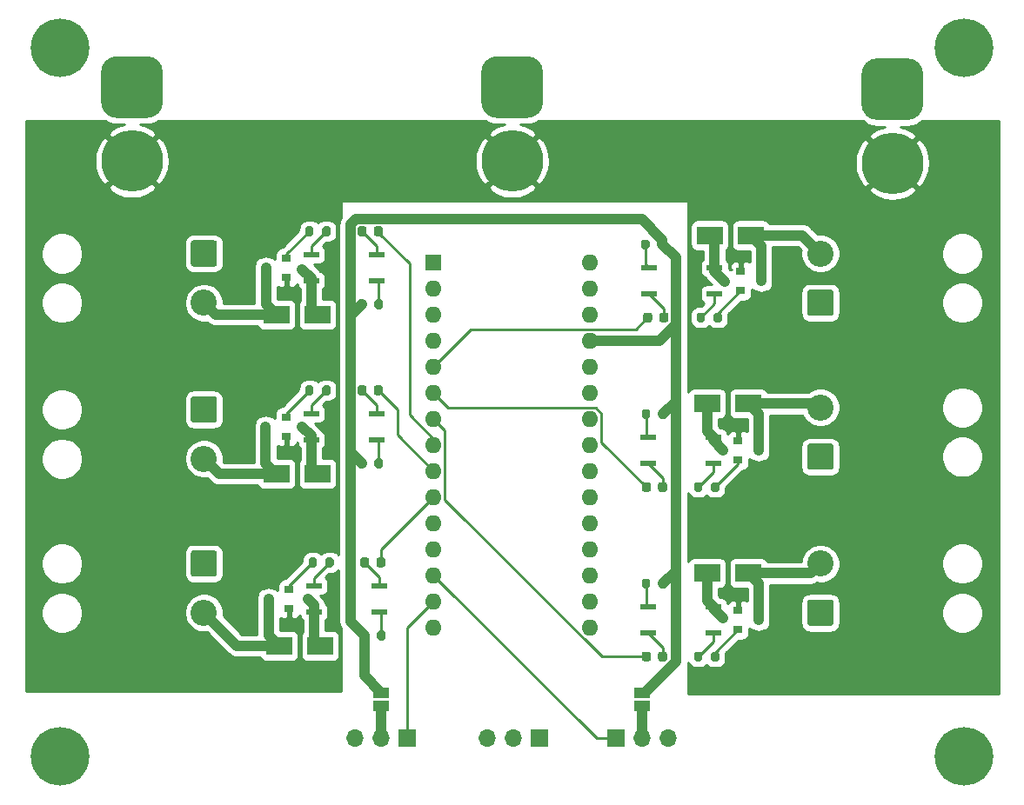
<source format=gbr>
G04 #@! TF.GenerationSoftware,KiCad,Pcbnew,(5.1.9)-1*
G04 #@! TF.CreationDate,2021-06-08T18:40:06+01:00*
G04 #@! TF.ProjectId,BrushlessPlatform V1 - SMD,42727573-686c-4657-9373-506c6174666f,rev?*
G04 #@! TF.SameCoordinates,Original*
G04 #@! TF.FileFunction,Copper,L1,Top*
G04 #@! TF.FilePolarity,Positive*
%FSLAX46Y46*%
G04 Gerber Fmt 4.6, Leading zero omitted, Abs format (unit mm)*
G04 Created by KiCad (PCBNEW (5.1.9)-1) date 2021-06-08 18:40:06*
%MOMM*%
%LPD*%
G01*
G04 APERTURE LIST*
G04 #@! TA.AperFunction,ComponentPad*
%ADD10C,2.550000*%
G04 #@! TD*
G04 #@! TA.AperFunction,ComponentPad*
%ADD11C,6.000000*%
G04 #@! TD*
G04 #@! TA.AperFunction,ComponentPad*
%ADD12C,5.700000*%
G04 #@! TD*
G04 #@! TA.AperFunction,ComponentPad*
%ADD13O,1.600000X1.600000*%
G04 #@! TD*
G04 #@! TA.AperFunction,ComponentPad*
%ADD14R,1.600000X1.600000*%
G04 #@! TD*
G04 #@! TA.AperFunction,SMDPad,CuDef*
%ADD15R,2.500000X1.800000*%
G04 #@! TD*
G04 #@! TA.AperFunction,SMDPad,CuDef*
%ADD16R,1.500000X0.600000*%
G04 #@! TD*
G04 #@! TA.AperFunction,SMDPad,CuDef*
%ADD17R,0.900000X0.800000*%
G04 #@! TD*
G04 #@! TA.AperFunction,SMDPad,CuDef*
%ADD18R,1.500000X1.000000*%
G04 #@! TD*
G04 #@! TA.AperFunction,ComponentPad*
%ADD19O,1.700000X1.700000*%
G04 #@! TD*
G04 #@! TA.AperFunction,ComponentPad*
%ADD20R,1.700000X1.700000*%
G04 #@! TD*
G04 #@! TA.AperFunction,ViaPad*
%ADD21C,0.800000*%
G04 #@! TD*
G04 #@! TA.AperFunction,Conductor*
%ADD22C,0.250000*%
G04 #@! TD*
G04 #@! TA.AperFunction,Conductor*
%ADD23C,1.000000*%
G04 #@! TD*
G04 #@! TA.AperFunction,Conductor*
%ADD24C,0.254000*%
G04 #@! TD*
G04 #@! TA.AperFunction,Conductor*
%ADD25C,0.100000*%
G04 #@! TD*
G04 APERTURE END LIST*
D10*
X-96000000Y-59800000D03*
G04 #@! TA.AperFunction,ComponentPad*
G36*
G01*
X-97025001Y-53725000D02*
X-94974999Y-53725000D01*
G75*
G02*
X-94725000Y-53974999I0J-249999D01*
G01*
X-94725000Y-56025001D01*
G75*
G02*
X-94974999Y-56275000I-249999J0D01*
G01*
X-97025001Y-56275000D01*
G75*
G02*
X-97275000Y-56025001I0J249999D01*
G01*
X-97275000Y-53974999D01*
G75*
G02*
X-97025001Y-53725000I249999J0D01*
G01*
G37*
G04 #@! TD.AperFunction*
G04 #@! TA.AperFunction,ComponentPad*
G36*
G01*
X-30500000Y-36000000D02*
X-27500000Y-36000000D01*
G75*
G02*
X-26000000Y-37500000I0J-1500000D01*
G01*
X-26000000Y-40500000D01*
G75*
G02*
X-27500000Y-42000000I-1500000J0D01*
G01*
X-30500000Y-42000000D01*
G75*
G02*
X-32000000Y-40500000I0J1500000D01*
G01*
X-32000000Y-37500000D01*
G75*
G02*
X-30500000Y-36000000I1500000J0D01*
G01*
G37*
G04 #@! TD.AperFunction*
D11*
X-29000000Y-46200000D03*
G04 #@! TA.AperFunction,ComponentPad*
G36*
G01*
X-104500000Y-35800000D02*
X-101500000Y-35800000D01*
G75*
G02*
X-100000000Y-37300000I0J-1500000D01*
G01*
X-100000000Y-40300000D01*
G75*
G02*
X-101500000Y-41800000I-1500000J0D01*
G01*
X-104500000Y-41800000D01*
G75*
G02*
X-106000000Y-40300000I0J1500000D01*
G01*
X-106000000Y-37300000D01*
G75*
G02*
X-104500000Y-35800000I1500000J0D01*
G01*
G37*
G04 #@! TD.AperFunction*
X-103000000Y-46000000D03*
G04 #@! TA.AperFunction,ComponentPad*
G36*
G01*
X-67500000Y-35800000D02*
X-64500000Y-35800000D01*
G75*
G02*
X-63000000Y-37300000I0J-1500000D01*
G01*
X-63000000Y-40300000D01*
G75*
G02*
X-64500000Y-41800000I-1500000J0D01*
G01*
X-67500000Y-41800000D01*
G75*
G02*
X-69000000Y-40300000I0J1500000D01*
G01*
X-69000000Y-37300000D01*
G75*
G02*
X-67500000Y-35800000I1500000J0D01*
G01*
G37*
G04 #@! TD.AperFunction*
X-66000000Y-46000000D03*
D12*
X-110000000Y-104000000D03*
X-110000000Y-35000000D03*
D13*
X-58420000Y-91440000D03*
X-73660000Y-91440000D03*
X-58420000Y-55880000D03*
X-73660000Y-88900000D03*
X-58420000Y-58420000D03*
X-73660000Y-86360000D03*
X-58420000Y-60960000D03*
X-73660000Y-83820000D03*
X-58420000Y-63500000D03*
X-73660000Y-81280000D03*
X-58420000Y-66040000D03*
X-73660000Y-78740000D03*
X-58420000Y-68580000D03*
X-73660000Y-76200000D03*
X-58420000Y-71120000D03*
X-73660000Y-73660000D03*
X-58420000Y-73660000D03*
X-73660000Y-71120000D03*
X-58420000Y-76200000D03*
X-73660000Y-68580000D03*
X-58420000Y-78740000D03*
X-73660000Y-66040000D03*
X-58420000Y-81280000D03*
X-73660000Y-63500000D03*
X-58420000Y-83820000D03*
X-73660000Y-60960000D03*
X-58420000Y-86360000D03*
X-73660000Y-58420000D03*
X-58420000Y-88900000D03*
D14*
X-73660000Y-55880000D03*
D10*
X-96000000Y-90000000D03*
G04 #@! TA.AperFunction,ComponentPad*
G36*
G01*
X-97025001Y-83925000D02*
X-94974999Y-83925000D01*
G75*
G02*
X-94725000Y-84174999I0J-249999D01*
G01*
X-94725000Y-86225001D01*
G75*
G02*
X-94974999Y-86475000I-249999J0D01*
G01*
X-97025001Y-86475000D01*
G75*
G02*
X-97275000Y-86225001I0J249999D01*
G01*
X-97275000Y-84174999D01*
G75*
G02*
X-97025001Y-83925000I249999J0D01*
G01*
G37*
G04 #@! TD.AperFunction*
X-96000000Y-75000000D03*
G04 #@! TA.AperFunction,ComponentPad*
G36*
G01*
X-97025001Y-68925000D02*
X-94974999Y-68925000D01*
G75*
G02*
X-94725000Y-69174999I0J-249999D01*
G01*
X-94725000Y-71225001D01*
G75*
G02*
X-94974999Y-71475000I-249999J0D01*
G01*
X-97025001Y-71475000D01*
G75*
G02*
X-97275000Y-71225001I0J249999D01*
G01*
X-97275000Y-69174999D01*
G75*
G02*
X-97025001Y-68925000I249999J0D01*
G01*
G37*
G04 #@! TD.AperFunction*
X-36000000Y-85200000D03*
G04 #@! TA.AperFunction,ComponentPad*
G36*
G01*
X-34974999Y-91275000D02*
X-37025001Y-91275000D01*
G75*
G02*
X-37275000Y-91025001I0J249999D01*
G01*
X-37275000Y-88974999D01*
G75*
G02*
X-37025001Y-88725000I249999J0D01*
G01*
X-34974999Y-88725000D01*
G75*
G02*
X-34725000Y-88974999I0J-249999D01*
G01*
X-34725000Y-91025001D01*
G75*
G02*
X-34974999Y-91275000I-249999J0D01*
G01*
G37*
G04 #@! TD.AperFunction*
X-36000000Y-70000000D03*
G04 #@! TA.AperFunction,ComponentPad*
G36*
G01*
X-34974999Y-76075000D02*
X-37025001Y-76075000D01*
G75*
G02*
X-37275000Y-75825001I0J249999D01*
G01*
X-37275000Y-73774999D01*
G75*
G02*
X-37025001Y-73525000I249999J0D01*
G01*
X-34974999Y-73525000D01*
G75*
G02*
X-34725000Y-73774999I0J-249999D01*
G01*
X-34725000Y-75825001D01*
G75*
G02*
X-34974999Y-76075000I-249999J0D01*
G01*
G37*
G04 #@! TD.AperFunction*
X-36000000Y-55000000D03*
G04 #@! TA.AperFunction,ComponentPad*
G36*
G01*
X-34974999Y-61075000D02*
X-37025001Y-61075000D01*
G75*
G02*
X-37275000Y-60825001I0J249999D01*
G01*
X-37275000Y-58774999D01*
G75*
G02*
X-37025001Y-58525000I249999J0D01*
G01*
X-34974999Y-58525000D01*
G75*
G02*
X-34725000Y-58774999I0J-249999D01*
G01*
X-34725000Y-60825001D01*
G75*
G02*
X-34974999Y-61075000I-249999J0D01*
G01*
G37*
G04 #@! TD.AperFunction*
D12*
X-22000000Y-35000000D03*
X-22000000Y-104000000D03*
D15*
X-88676000Y-93218000D03*
X-84676000Y-93218000D03*
X-88930000Y-76454000D03*
X-84930000Y-76454000D03*
X-88930000Y-60960000D03*
X-84930000Y-60960000D03*
X-43036000Y-86122000D03*
X-47036000Y-86122000D03*
X-43036000Y-69612000D03*
X-47036000Y-69612000D03*
D16*
X-85279000Y-89916000D03*
X-85279000Y-87376000D03*
X-78929000Y-87376000D03*
X-78929000Y-89916000D03*
X-85533000Y-73152000D03*
X-85533000Y-70612000D03*
X-79183000Y-70612000D03*
X-79183000Y-73152000D03*
X-85533000Y-57658000D03*
X-85533000Y-55118000D03*
X-79183000Y-55118000D03*
X-79183000Y-57658000D03*
X-46433000Y-89424000D03*
X-46433000Y-91964000D03*
X-52783000Y-91964000D03*
X-52783000Y-89424000D03*
X-46433000Y-72914000D03*
X-46433000Y-75454000D03*
X-52783000Y-75454000D03*
X-52783000Y-72914000D03*
X-46306000Y-56404000D03*
X-46306000Y-58944000D03*
X-52656000Y-58944000D03*
X-52656000Y-56404000D03*
G04 #@! TA.AperFunction,SMDPad,CuDef*
G36*
G01*
X-84157000Y-85365000D02*
X-84157000Y-84815000D01*
G75*
G02*
X-83957000Y-84615000I200000J0D01*
G01*
X-83557000Y-84615000D01*
G75*
G02*
X-83357000Y-84815000I0J-200000D01*
G01*
X-83357000Y-85365000D01*
G75*
G02*
X-83557000Y-85565000I-200000J0D01*
G01*
X-83957000Y-85565000D01*
G75*
G02*
X-84157000Y-85365000I0J200000D01*
G01*
G37*
G04 #@! TD.AperFunction*
G04 #@! TA.AperFunction,SMDPad,CuDef*
G36*
G01*
X-85807000Y-85365000D02*
X-85807000Y-84815000D01*
G75*
G02*
X-85607000Y-84615000I200000J0D01*
G01*
X-85207000Y-84615000D01*
G75*
G02*
X-85007000Y-84815000I0J-200000D01*
G01*
X-85007000Y-85365000D01*
G75*
G02*
X-85207000Y-85565000I-200000J0D01*
G01*
X-85607000Y-85565000D01*
G75*
G02*
X-85807000Y-85365000I0J200000D01*
G01*
G37*
G04 #@! TD.AperFunction*
G04 #@! TA.AperFunction,SMDPad,CuDef*
G36*
G01*
X-84473000Y-68601000D02*
X-84473000Y-68051000D01*
G75*
G02*
X-84273000Y-67851000I200000J0D01*
G01*
X-83873000Y-67851000D01*
G75*
G02*
X-83673000Y-68051000I0J-200000D01*
G01*
X-83673000Y-68601000D01*
G75*
G02*
X-83873000Y-68801000I-200000J0D01*
G01*
X-84273000Y-68801000D01*
G75*
G02*
X-84473000Y-68601000I0J200000D01*
G01*
G37*
G04 #@! TD.AperFunction*
G04 #@! TA.AperFunction,SMDPad,CuDef*
G36*
G01*
X-86123000Y-68601000D02*
X-86123000Y-68051000D01*
G75*
G02*
X-85923000Y-67851000I200000J0D01*
G01*
X-85523000Y-67851000D01*
G75*
G02*
X-85323000Y-68051000I0J-200000D01*
G01*
X-85323000Y-68601000D01*
G75*
G02*
X-85523000Y-68801000I-200000J0D01*
G01*
X-85923000Y-68801000D01*
G75*
G02*
X-86123000Y-68601000I0J200000D01*
G01*
G37*
G04 #@! TD.AperFunction*
G04 #@! TA.AperFunction,SMDPad,CuDef*
G36*
G01*
X-84473000Y-53107000D02*
X-84473000Y-52557000D01*
G75*
G02*
X-84273000Y-52357000I200000J0D01*
G01*
X-83873000Y-52357000D01*
G75*
G02*
X-83673000Y-52557000I0J-200000D01*
G01*
X-83673000Y-53107000D01*
G75*
G02*
X-83873000Y-53307000I-200000J0D01*
G01*
X-84273000Y-53307000D01*
G75*
G02*
X-84473000Y-53107000I0J200000D01*
G01*
G37*
G04 #@! TD.AperFunction*
G04 #@! TA.AperFunction,SMDPad,CuDef*
G36*
G01*
X-86123000Y-53107000D02*
X-86123000Y-52557000D01*
G75*
G02*
X-85923000Y-52357000I200000J0D01*
G01*
X-85523000Y-52357000D01*
G75*
G02*
X-85323000Y-52557000I0J-200000D01*
G01*
X-85323000Y-53107000D01*
G75*
G02*
X-85523000Y-53307000I-200000J0D01*
G01*
X-85923000Y-53307000D01*
G75*
G02*
X-86123000Y-53107000I0J200000D01*
G01*
G37*
G04 #@! TD.AperFunction*
G04 #@! TA.AperFunction,SMDPad,CuDef*
G36*
G01*
X-47493000Y-93975000D02*
X-47493000Y-94525000D01*
G75*
G02*
X-47693000Y-94725000I-200000J0D01*
G01*
X-48093000Y-94725000D01*
G75*
G02*
X-48293000Y-94525000I0J200000D01*
G01*
X-48293000Y-93975000D01*
G75*
G02*
X-48093000Y-93775000I200000J0D01*
G01*
X-47693000Y-93775000D01*
G75*
G02*
X-47493000Y-93975000I0J-200000D01*
G01*
G37*
G04 #@! TD.AperFunction*
G04 #@! TA.AperFunction,SMDPad,CuDef*
G36*
G01*
X-45843000Y-93975000D02*
X-45843000Y-94525000D01*
G75*
G02*
X-46043000Y-94725000I-200000J0D01*
G01*
X-46443000Y-94725000D01*
G75*
G02*
X-46643000Y-94525000I0J200000D01*
G01*
X-46643000Y-93975000D01*
G75*
G02*
X-46443000Y-93775000I200000J0D01*
G01*
X-46043000Y-93775000D01*
G75*
G02*
X-45843000Y-93975000I0J-200000D01*
G01*
G37*
G04 #@! TD.AperFunction*
G04 #@! TA.AperFunction,SMDPad,CuDef*
G36*
G01*
X-47493000Y-77465000D02*
X-47493000Y-78015000D01*
G75*
G02*
X-47693000Y-78215000I-200000J0D01*
G01*
X-48093000Y-78215000D01*
G75*
G02*
X-48293000Y-78015000I0J200000D01*
G01*
X-48293000Y-77465000D01*
G75*
G02*
X-48093000Y-77265000I200000J0D01*
G01*
X-47693000Y-77265000D01*
G75*
G02*
X-47493000Y-77465000I0J-200000D01*
G01*
G37*
G04 #@! TD.AperFunction*
G04 #@! TA.AperFunction,SMDPad,CuDef*
G36*
G01*
X-45843000Y-77465000D02*
X-45843000Y-78015000D01*
G75*
G02*
X-46043000Y-78215000I-200000J0D01*
G01*
X-46443000Y-78215000D01*
G75*
G02*
X-46643000Y-78015000I0J200000D01*
G01*
X-46643000Y-77465000D01*
G75*
G02*
X-46443000Y-77265000I200000J0D01*
G01*
X-46043000Y-77265000D01*
G75*
G02*
X-45843000Y-77465000I0J-200000D01*
G01*
G37*
G04 #@! TD.AperFunction*
G04 #@! TA.AperFunction,SMDPad,CuDef*
G36*
G01*
X-47239000Y-60955000D02*
X-47239000Y-61505000D01*
G75*
G02*
X-47439000Y-61705000I-200000J0D01*
G01*
X-47839000Y-61705000D01*
G75*
G02*
X-48039000Y-61505000I0J200000D01*
G01*
X-48039000Y-60955000D01*
G75*
G02*
X-47839000Y-60755000I200000J0D01*
G01*
X-47439000Y-60755000D01*
G75*
G02*
X-47239000Y-60955000I0J-200000D01*
G01*
G37*
G04 #@! TD.AperFunction*
G04 #@! TA.AperFunction,SMDPad,CuDef*
G36*
G01*
X-45589000Y-60955000D02*
X-45589000Y-61505000D01*
G75*
G02*
X-45789000Y-61705000I-200000J0D01*
G01*
X-46189000Y-61705000D01*
G75*
G02*
X-46389000Y-61505000I0J200000D01*
G01*
X-46389000Y-60955000D01*
G75*
G02*
X-46189000Y-60755000I200000J0D01*
G01*
X-45789000Y-60755000D01*
G75*
G02*
X-45589000Y-60955000I0J-200000D01*
G01*
G37*
G04 #@! TD.AperFunction*
G04 #@! TA.AperFunction,SMDPad,CuDef*
G36*
G01*
X-79989000Y-91927000D02*
X-79989000Y-92477000D01*
G75*
G02*
X-80189000Y-92677000I-200000J0D01*
G01*
X-80589000Y-92677000D01*
G75*
G02*
X-80789000Y-92477000I0J200000D01*
G01*
X-80789000Y-91927000D01*
G75*
G02*
X-80589000Y-91727000I200000J0D01*
G01*
X-80189000Y-91727000D01*
G75*
G02*
X-79989000Y-91927000I0J-200000D01*
G01*
G37*
G04 #@! TD.AperFunction*
G04 #@! TA.AperFunction,SMDPad,CuDef*
G36*
G01*
X-78339000Y-91927000D02*
X-78339000Y-92477000D01*
G75*
G02*
X-78539000Y-92677000I-200000J0D01*
G01*
X-78939000Y-92677000D01*
G75*
G02*
X-79139000Y-92477000I0J200000D01*
G01*
X-79139000Y-91927000D01*
G75*
G02*
X-78939000Y-91727000I200000J0D01*
G01*
X-78539000Y-91727000D01*
G75*
G02*
X-78339000Y-91927000I0J-200000D01*
G01*
G37*
G04 #@! TD.AperFunction*
G04 #@! TA.AperFunction,SMDPad,CuDef*
G36*
G01*
X-80243000Y-75163000D02*
X-80243000Y-75713000D01*
G75*
G02*
X-80443000Y-75913000I-200000J0D01*
G01*
X-80843000Y-75913000D01*
G75*
G02*
X-81043000Y-75713000I0J200000D01*
G01*
X-81043000Y-75163000D01*
G75*
G02*
X-80843000Y-74963000I200000J0D01*
G01*
X-80443000Y-74963000D01*
G75*
G02*
X-80243000Y-75163000I0J-200000D01*
G01*
G37*
G04 #@! TD.AperFunction*
G04 #@! TA.AperFunction,SMDPad,CuDef*
G36*
G01*
X-78593000Y-75163000D02*
X-78593000Y-75713000D01*
G75*
G02*
X-78793000Y-75913000I-200000J0D01*
G01*
X-79193000Y-75913000D01*
G75*
G02*
X-79393000Y-75713000I0J200000D01*
G01*
X-79393000Y-75163000D01*
G75*
G02*
X-79193000Y-74963000I200000J0D01*
G01*
X-78793000Y-74963000D01*
G75*
G02*
X-78593000Y-75163000I0J-200000D01*
G01*
G37*
G04 #@! TD.AperFunction*
G04 #@! TA.AperFunction,SMDPad,CuDef*
G36*
G01*
X-80243000Y-59669000D02*
X-80243000Y-60219000D01*
G75*
G02*
X-80443000Y-60419000I-200000J0D01*
G01*
X-80843000Y-60419000D01*
G75*
G02*
X-81043000Y-60219000I0J200000D01*
G01*
X-81043000Y-59669000D01*
G75*
G02*
X-80843000Y-59469000I200000J0D01*
G01*
X-80443000Y-59469000D01*
G75*
G02*
X-80243000Y-59669000I0J-200000D01*
G01*
G37*
G04 #@! TD.AperFunction*
G04 #@! TA.AperFunction,SMDPad,CuDef*
G36*
G01*
X-78593000Y-59669000D02*
X-78593000Y-60219000D01*
G75*
G02*
X-78793000Y-60419000I-200000J0D01*
G01*
X-79193000Y-60419000D01*
G75*
G02*
X-79393000Y-60219000I0J200000D01*
G01*
X-79393000Y-59669000D01*
G75*
G02*
X-79193000Y-59469000I200000J0D01*
G01*
X-78793000Y-59469000D01*
G75*
G02*
X-78593000Y-59669000I0J-200000D01*
G01*
G37*
G04 #@! TD.AperFunction*
G04 #@! TA.AperFunction,SMDPad,CuDef*
G36*
G01*
X-51723000Y-87413000D02*
X-51723000Y-86863000D01*
G75*
G02*
X-51523000Y-86663000I200000J0D01*
G01*
X-51123000Y-86663000D01*
G75*
G02*
X-50923000Y-86863000I0J-200000D01*
G01*
X-50923000Y-87413000D01*
G75*
G02*
X-51123000Y-87613000I-200000J0D01*
G01*
X-51523000Y-87613000D01*
G75*
G02*
X-51723000Y-87413000I0J200000D01*
G01*
G37*
G04 #@! TD.AperFunction*
G04 #@! TA.AperFunction,SMDPad,CuDef*
G36*
G01*
X-53373000Y-87413000D02*
X-53373000Y-86863000D01*
G75*
G02*
X-53173000Y-86663000I200000J0D01*
G01*
X-52773000Y-86663000D01*
G75*
G02*
X-52573000Y-86863000I0J-200000D01*
G01*
X-52573000Y-87413000D01*
G75*
G02*
X-52773000Y-87613000I-200000J0D01*
G01*
X-53173000Y-87613000D01*
G75*
G02*
X-53373000Y-87413000I0J200000D01*
G01*
G37*
G04 #@! TD.AperFunction*
G04 #@! TA.AperFunction,SMDPad,CuDef*
G36*
G01*
X-51723000Y-70903000D02*
X-51723000Y-70353000D01*
G75*
G02*
X-51523000Y-70153000I200000J0D01*
G01*
X-51123000Y-70153000D01*
G75*
G02*
X-50923000Y-70353000I0J-200000D01*
G01*
X-50923000Y-70903000D01*
G75*
G02*
X-51123000Y-71103000I-200000J0D01*
G01*
X-51523000Y-71103000D01*
G75*
G02*
X-51723000Y-70903000I0J200000D01*
G01*
G37*
G04 #@! TD.AperFunction*
G04 #@! TA.AperFunction,SMDPad,CuDef*
G36*
G01*
X-53373000Y-70903000D02*
X-53373000Y-70353000D01*
G75*
G02*
X-53173000Y-70153000I200000J0D01*
G01*
X-52773000Y-70153000D01*
G75*
G02*
X-52573000Y-70353000I0J-200000D01*
G01*
X-52573000Y-70903000D01*
G75*
G02*
X-52773000Y-71103000I-200000J0D01*
G01*
X-53173000Y-71103000D01*
G75*
G02*
X-53373000Y-70903000I0J200000D01*
G01*
G37*
G04 #@! TD.AperFunction*
G04 #@! TA.AperFunction,SMDPad,CuDef*
G36*
G01*
X-51786000Y-54393000D02*
X-51786000Y-53843000D01*
G75*
G02*
X-51586000Y-53643000I200000J0D01*
G01*
X-51186000Y-53643000D01*
G75*
G02*
X-50986000Y-53843000I0J-200000D01*
G01*
X-50986000Y-54393000D01*
G75*
G02*
X-51186000Y-54593000I-200000J0D01*
G01*
X-51586000Y-54593000D01*
G75*
G02*
X-51786000Y-54393000I0J200000D01*
G01*
G37*
G04 #@! TD.AperFunction*
G04 #@! TA.AperFunction,SMDPad,CuDef*
G36*
G01*
X-53436000Y-54393000D02*
X-53436000Y-53843000D01*
G75*
G02*
X-53236000Y-53643000I200000J0D01*
G01*
X-52836000Y-53643000D01*
G75*
G02*
X-52636000Y-53843000I0J-200000D01*
G01*
X-52636000Y-54393000D01*
G75*
G02*
X-52836000Y-54593000I-200000J0D01*
G01*
X-53236000Y-54593000D01*
G75*
G02*
X-53436000Y-54393000I0J200000D01*
G01*
G37*
G04 #@! TD.AperFunction*
D17*
X-89708000Y-88646000D03*
X-87708000Y-87696000D03*
X-87708000Y-89596000D03*
X-89978000Y-71882000D03*
X-87978000Y-70932000D03*
X-87978000Y-72832000D03*
X-89962000Y-56388000D03*
X-87962000Y-55438000D03*
X-87962000Y-57338000D03*
X-42004000Y-90694000D03*
X-44004000Y-91644000D03*
X-44004000Y-89744000D03*
X-42004000Y-74184000D03*
X-44004000Y-75134000D03*
X-44004000Y-73234000D03*
X-41750000Y-57674000D03*
X-43750000Y-58624000D03*
X-43750000Y-56724000D03*
D18*
X-78740000Y-97775000D03*
X-78740000Y-99075000D03*
X-53340000Y-97760000D03*
X-53340000Y-99060000D03*
D19*
X-68455000Y-102235000D03*
X-65915000Y-102235000D03*
D20*
X-63375000Y-102235000D03*
D19*
X-81280000Y-102235000D03*
X-78740000Y-102235000D03*
D20*
X-76200000Y-102235000D03*
D19*
X-50800000Y-102235000D03*
X-53340000Y-102235000D03*
D20*
X-55880000Y-102235000D03*
D15*
X-42782000Y-53229000D03*
X-46782000Y-53229000D03*
G04 #@! TA.AperFunction,SMDPad,CuDef*
G36*
G01*
X-79914000Y-84833750D02*
X-79914000Y-85346250D01*
G75*
G02*
X-80132750Y-85565000I-218750J0D01*
G01*
X-80570250Y-85565000D01*
G75*
G02*
X-80789000Y-85346250I0J218750D01*
G01*
X-80789000Y-84833750D01*
G75*
G02*
X-80570250Y-84615000I218750J0D01*
G01*
X-80132750Y-84615000D01*
G75*
G02*
X-79914000Y-84833750I0J-218750D01*
G01*
G37*
G04 #@! TD.AperFunction*
G04 #@! TA.AperFunction,SMDPad,CuDef*
G36*
G01*
X-78339000Y-84833750D02*
X-78339000Y-85346250D01*
G75*
G02*
X-78557750Y-85565000I-218750J0D01*
G01*
X-78995250Y-85565000D01*
G75*
G02*
X-79214000Y-85346250I0J218750D01*
G01*
X-79214000Y-84833750D01*
G75*
G02*
X-78995250Y-84615000I218750J0D01*
G01*
X-78557750Y-84615000D01*
G75*
G02*
X-78339000Y-84833750I0J-218750D01*
G01*
G37*
G04 #@! TD.AperFunction*
G04 #@! TA.AperFunction,SMDPad,CuDef*
G36*
G01*
X-80168000Y-68069750D02*
X-80168000Y-68582250D01*
G75*
G02*
X-80386750Y-68801000I-218750J0D01*
G01*
X-80824250Y-68801000D01*
G75*
G02*
X-81043000Y-68582250I0J218750D01*
G01*
X-81043000Y-68069750D01*
G75*
G02*
X-80824250Y-67851000I218750J0D01*
G01*
X-80386750Y-67851000D01*
G75*
G02*
X-80168000Y-68069750I0J-218750D01*
G01*
G37*
G04 #@! TD.AperFunction*
G04 #@! TA.AperFunction,SMDPad,CuDef*
G36*
G01*
X-78593000Y-68069750D02*
X-78593000Y-68582250D01*
G75*
G02*
X-78811750Y-68801000I-218750J0D01*
G01*
X-79249250Y-68801000D01*
G75*
G02*
X-79468000Y-68582250I0J218750D01*
G01*
X-79468000Y-68069750D01*
G75*
G02*
X-79249250Y-67851000I218750J0D01*
G01*
X-78811750Y-67851000D01*
G75*
G02*
X-78593000Y-68069750I0J-218750D01*
G01*
G37*
G04 #@! TD.AperFunction*
G04 #@! TA.AperFunction,SMDPad,CuDef*
G36*
G01*
X-80168000Y-52575750D02*
X-80168000Y-53088250D01*
G75*
G02*
X-80386750Y-53307000I-218750J0D01*
G01*
X-80824250Y-53307000D01*
G75*
G02*
X-81043000Y-53088250I0J218750D01*
G01*
X-81043000Y-52575750D01*
G75*
G02*
X-80824250Y-52357000I218750J0D01*
G01*
X-80386750Y-52357000D01*
G75*
G02*
X-80168000Y-52575750I0J-218750D01*
G01*
G37*
G04 #@! TD.AperFunction*
G04 #@! TA.AperFunction,SMDPad,CuDef*
G36*
G01*
X-78593000Y-52575750D02*
X-78593000Y-53088250D01*
G75*
G02*
X-78811750Y-53307000I-218750J0D01*
G01*
X-79249250Y-53307000D01*
G75*
G02*
X-79468000Y-53088250I0J218750D01*
G01*
X-79468000Y-52575750D01*
G75*
G02*
X-79249250Y-52357000I218750J0D01*
G01*
X-78811750Y-52357000D01*
G75*
G02*
X-78593000Y-52575750I0J-218750D01*
G01*
G37*
G04 #@! TD.AperFunction*
G04 #@! TA.AperFunction,SMDPad,CuDef*
G36*
G01*
X-51798000Y-94506250D02*
X-51798000Y-93993750D01*
G75*
G02*
X-51579250Y-93775000I218750J0D01*
G01*
X-51141750Y-93775000D01*
G75*
G02*
X-50923000Y-93993750I0J-218750D01*
G01*
X-50923000Y-94506250D01*
G75*
G02*
X-51141750Y-94725000I-218750J0D01*
G01*
X-51579250Y-94725000D01*
G75*
G02*
X-51798000Y-94506250I0J218750D01*
G01*
G37*
G04 #@! TD.AperFunction*
G04 #@! TA.AperFunction,SMDPad,CuDef*
G36*
G01*
X-53373000Y-94506250D02*
X-53373000Y-93993750D01*
G75*
G02*
X-53154250Y-93775000I218750J0D01*
G01*
X-52716750Y-93775000D01*
G75*
G02*
X-52498000Y-93993750I0J-218750D01*
G01*
X-52498000Y-94506250D01*
G75*
G02*
X-52716750Y-94725000I-218750J0D01*
G01*
X-53154250Y-94725000D01*
G75*
G02*
X-53373000Y-94506250I0J218750D01*
G01*
G37*
G04 #@! TD.AperFunction*
G04 #@! TA.AperFunction,SMDPad,CuDef*
G36*
G01*
X-51798000Y-77996250D02*
X-51798000Y-77483750D01*
G75*
G02*
X-51579250Y-77265000I218750J0D01*
G01*
X-51141750Y-77265000D01*
G75*
G02*
X-50923000Y-77483750I0J-218750D01*
G01*
X-50923000Y-77996250D01*
G75*
G02*
X-51141750Y-78215000I-218750J0D01*
G01*
X-51579250Y-78215000D01*
G75*
G02*
X-51798000Y-77996250I0J218750D01*
G01*
G37*
G04 #@! TD.AperFunction*
G04 #@! TA.AperFunction,SMDPad,CuDef*
G36*
G01*
X-53373000Y-77996250D02*
X-53373000Y-77483750D01*
G75*
G02*
X-53154250Y-77265000I218750J0D01*
G01*
X-52716750Y-77265000D01*
G75*
G02*
X-52498000Y-77483750I0J-218750D01*
G01*
X-52498000Y-77996250D01*
G75*
G02*
X-52716750Y-78215000I-218750J0D01*
G01*
X-53154250Y-78215000D01*
G75*
G02*
X-53373000Y-77996250I0J218750D01*
G01*
G37*
G04 #@! TD.AperFunction*
G04 #@! TA.AperFunction,SMDPad,CuDef*
G36*
G01*
X-51671000Y-61486250D02*
X-51671000Y-60973750D01*
G75*
G02*
X-51452250Y-60755000I218750J0D01*
G01*
X-51014750Y-60755000D01*
G75*
G02*
X-50796000Y-60973750I0J-218750D01*
G01*
X-50796000Y-61486250D01*
G75*
G02*
X-51014750Y-61705000I-218750J0D01*
G01*
X-51452250Y-61705000D01*
G75*
G02*
X-51671000Y-61486250I0J218750D01*
G01*
G37*
G04 #@! TD.AperFunction*
G04 #@! TA.AperFunction,SMDPad,CuDef*
G36*
G01*
X-53246000Y-61486250D02*
X-53246000Y-60973750D01*
G75*
G02*
X-53027250Y-60755000I218750J0D01*
G01*
X-52589750Y-60755000D01*
G75*
G02*
X-52371000Y-60973750I0J-218750D01*
G01*
X-52371000Y-61486250D01*
G75*
G02*
X-52589750Y-61705000I-218750J0D01*
G01*
X-53027250Y-61705000D01*
G75*
G02*
X-53246000Y-61486250I0J218750D01*
G01*
G37*
G04 #@! TD.AperFunction*
D21*
X-86445484Y-56530744D03*
X-86445484Y-71864015D03*
X-85892933Y-88670753D03*
X-45280486Y-57727936D03*
X-45464669Y-74166308D03*
X-45464669Y-90512588D03*
D22*
X-76200000Y-91440000D02*
X-73660000Y-88900000D01*
X-76200000Y-102235000D02*
X-76200000Y-91440000D01*
X-57785000Y-102235000D02*
X-73660000Y-86360000D01*
X-55880000Y-102235000D02*
X-57785000Y-102235000D01*
D23*
X-50095990Y-55408010D02*
X-51386000Y-54118000D01*
X-51656808Y-63500000D02*
X-50095990Y-61939182D01*
X-50095990Y-61939182D02*
X-50095990Y-55408010D01*
X-58420000Y-63500000D02*
X-51656808Y-63500000D01*
X-81743010Y-74337990D02*
X-80643000Y-75438000D01*
X-81743010Y-61044010D02*
X-81743010Y-74337990D01*
X-80643000Y-59944000D02*
X-81743010Y-61044010D01*
X-81743010Y-90847990D02*
X-80389000Y-92202000D01*
X-81743010Y-74337990D02*
X-81743010Y-90847990D01*
X-80389000Y-96126000D02*
X-78740000Y-97775000D01*
X-80389000Y-92202000D02*
X-80389000Y-96126000D01*
X-50095990Y-69400990D02*
X-51323000Y-70628000D01*
X-50095990Y-61939182D02*
X-50095990Y-69400990D01*
X-50095990Y-85910990D02*
X-51323000Y-87138000D01*
X-50095990Y-69400990D02*
X-50095990Y-85910990D01*
X-53096174Y-97760000D02*
X-53340000Y-97760000D01*
X-50095990Y-94759816D02*
X-53096174Y-97760000D01*
X-50095990Y-85910990D02*
X-50095990Y-94759816D01*
X-81743010Y-52195184D02*
X-81743010Y-61044010D01*
X-81204816Y-51656990D02*
X-81743010Y-52195184D01*
X-53372010Y-51656990D02*
X-81204816Y-51656990D01*
X-51386000Y-53643000D02*
X-53372010Y-51656990D01*
X-51386000Y-54118000D02*
X-51386000Y-53643000D01*
D22*
X-78776500Y-83856500D02*
X-73660000Y-78740000D01*
X-78776500Y-85090000D02*
X-78776500Y-83856500D01*
X-77178250Y-72681750D02*
X-73660000Y-76200000D01*
X-77178250Y-70178250D02*
X-77178250Y-72681750D01*
X-79030500Y-68326000D02*
X-77178250Y-70178250D01*
X-79030500Y-52832000D02*
X-79030500Y-52969500D01*
X-73660000Y-73060090D02*
X-73660000Y-73660000D01*
X-76000000Y-70720090D02*
X-73660000Y-73060090D01*
X-76000000Y-56000000D02*
X-76000000Y-70720090D01*
X-79030500Y-52969500D02*
X-76000000Y-56000000D01*
X-72534999Y-72245001D02*
X-73660000Y-71120000D01*
X-72534999Y-78990003D02*
X-72534999Y-72245001D01*
X-57275002Y-94250000D02*
X-72534999Y-78990003D01*
X-52935500Y-94250000D02*
X-57275002Y-94250000D01*
X-72245001Y-69994999D02*
X-73660000Y-68580000D01*
X-57294999Y-70579999D02*
X-57879999Y-69994999D01*
X-57294999Y-73380501D02*
X-57294999Y-70579999D01*
X-57879999Y-69994999D02*
X-72245001Y-69994999D01*
X-52935500Y-77740000D02*
X-57294999Y-73380501D01*
X-53953499Y-62374999D02*
X-69994999Y-62374999D01*
X-69994999Y-62374999D02*
X-73660000Y-66040000D01*
X-52808500Y-61230000D02*
X-53953499Y-62374999D01*
X-51233500Y-60366500D02*
X-52656000Y-58944000D01*
X-51233500Y-61230000D02*
X-51233500Y-60366500D01*
X-51360500Y-76876500D02*
X-52783000Y-75454000D01*
X-51360500Y-77740000D02*
X-51360500Y-76876500D01*
X-51360500Y-93386500D02*
X-52783000Y-91964000D01*
X-51360500Y-94250000D02*
X-51360500Y-93386500D01*
X-79183000Y-54254500D02*
X-80605500Y-52832000D01*
X-79183000Y-55118000D02*
X-79183000Y-54254500D01*
X-79183000Y-69748500D02*
X-80605500Y-68326000D01*
X-79183000Y-70612000D02*
X-79183000Y-69748500D01*
X-78929000Y-86512500D02*
X-80351500Y-85090000D01*
X-78929000Y-87376000D02*
X-78929000Y-86512500D01*
D23*
X-37771000Y-53229000D02*
X-36000000Y-55000000D01*
X-42782000Y-53229000D02*
X-37771000Y-53229000D01*
X-41750000Y-54261000D02*
X-42782000Y-53229000D01*
X-41750000Y-57674000D02*
X-41750000Y-54261000D01*
X-46306000Y-53705000D02*
X-46782000Y-53229000D01*
X-46306000Y-56404000D02*
X-46306000Y-53705000D01*
X-47036000Y-72311000D02*
X-46433000Y-72914000D01*
X-47036000Y-69612000D02*
X-47036000Y-72311000D01*
X-47036000Y-88821000D02*
X-46433000Y-89424000D01*
X-47036000Y-86122000D02*
X-47036000Y-88821000D01*
X-85533000Y-60357000D02*
X-84930000Y-60960000D01*
X-85533000Y-57658000D02*
X-85533000Y-60357000D01*
X-85533000Y-75851000D02*
X-84930000Y-76454000D01*
X-85533000Y-73152000D02*
X-85533000Y-75851000D01*
X-85279000Y-92615000D02*
X-84676000Y-93218000D01*
X-85279000Y-89916000D02*
X-85279000Y-92615000D01*
X-85533000Y-57443228D02*
X-86445484Y-56530744D01*
X-85533000Y-57658000D02*
X-85533000Y-57443228D01*
X-85533000Y-72776499D02*
X-86445484Y-71864015D01*
X-85533000Y-73152000D02*
X-85533000Y-72776499D01*
X-85279000Y-89284686D02*
X-85892933Y-88670753D01*
X-85279000Y-89916000D02*
X-85279000Y-89284686D01*
X-46306000Y-56702422D02*
X-45280486Y-57727936D01*
X-46306000Y-56404000D02*
X-46306000Y-56702422D01*
X-46433000Y-73197977D02*
X-45464669Y-74166308D01*
X-46433000Y-72914000D02*
X-46433000Y-73197977D01*
X-46433000Y-89544257D02*
X-45464669Y-90512588D01*
X-46433000Y-89424000D02*
X-46433000Y-89544257D01*
X-42004000Y-70644000D02*
X-43036000Y-69612000D01*
X-42004000Y-74184000D02*
X-42004000Y-70644000D01*
X-36388000Y-69612000D02*
X-36000000Y-70000000D01*
X-43036000Y-69612000D02*
X-36388000Y-69612000D01*
X-36922000Y-86122000D02*
X-36000000Y-85200000D01*
X-43036000Y-86122000D02*
X-36922000Y-86122000D01*
X-42004000Y-87154000D02*
X-42004000Y-90694000D01*
X-43036000Y-86122000D02*
X-42004000Y-87154000D01*
X-89962000Y-59928000D02*
X-89962000Y-56388000D01*
X-88930000Y-60960000D02*
X-89962000Y-59928000D01*
X-94840000Y-60960000D02*
X-96000000Y-59800000D01*
X-88930000Y-60960000D02*
X-94840000Y-60960000D01*
X-89978000Y-75406000D02*
X-89978000Y-71882000D01*
X-88930000Y-76454000D02*
X-89978000Y-75406000D01*
X-94546000Y-76454000D02*
X-96000000Y-75000000D01*
X-88930000Y-76454000D02*
X-94546000Y-76454000D01*
X-89708000Y-92186000D02*
X-89708000Y-88646000D01*
X-88676000Y-93218000D02*
X-89708000Y-92186000D01*
X-92782000Y-93218000D02*
X-96000000Y-90000000D01*
X-88676000Y-93218000D02*
X-92782000Y-93218000D01*
X-53340000Y-99060000D02*
X-53340000Y-102235000D01*
X-78740000Y-99075000D02*
X-78740000Y-102235000D01*
D22*
X-45989000Y-60863000D02*
X-43750000Y-58624000D01*
X-45989000Y-61230000D02*
X-45989000Y-60863000D01*
X-44004000Y-75501000D02*
X-46243000Y-77740000D01*
X-44004000Y-75134000D02*
X-44004000Y-75501000D01*
X-46243000Y-93883000D02*
X-44004000Y-91644000D01*
X-46243000Y-94250000D02*
X-46243000Y-93883000D01*
X-87962000Y-55071000D02*
X-85723000Y-52832000D01*
X-87962000Y-55438000D02*
X-87962000Y-55071000D01*
X-87978000Y-70581000D02*
X-85723000Y-68326000D01*
X-87978000Y-70932000D02*
X-87978000Y-70581000D01*
X-87708000Y-87391000D02*
X-85407000Y-85090000D01*
X-87708000Y-87696000D02*
X-87708000Y-87391000D01*
X-53036000Y-56024000D02*
X-52656000Y-56404000D01*
X-53036000Y-54118000D02*
X-53036000Y-56024000D01*
X-52973000Y-72724000D02*
X-52783000Y-72914000D01*
X-52973000Y-70628000D02*
X-52973000Y-72724000D01*
X-52973000Y-89234000D02*
X-52783000Y-89424000D01*
X-52973000Y-87138000D02*
X-52973000Y-89234000D01*
X-78993000Y-57848000D02*
X-79183000Y-57658000D01*
X-78993000Y-59944000D02*
X-78993000Y-57848000D01*
X-78993000Y-73342000D02*
X-79183000Y-73152000D01*
X-78993000Y-75438000D02*
X-78993000Y-73342000D01*
X-78739000Y-90106000D02*
X-78929000Y-89916000D01*
X-78739000Y-92202000D02*
X-78739000Y-90106000D01*
X-46306000Y-59897000D02*
X-47639000Y-61230000D01*
X-46306000Y-58944000D02*
X-46306000Y-59897000D01*
X-46433000Y-76280000D02*
X-47893000Y-77740000D01*
X-46433000Y-75454000D02*
X-46433000Y-76280000D01*
X-46433000Y-92790000D02*
X-47893000Y-94250000D01*
X-46433000Y-91964000D02*
X-46433000Y-92790000D01*
X-85533000Y-54292000D02*
X-84073000Y-52832000D01*
X-85533000Y-55118000D02*
X-85533000Y-54292000D01*
X-85533000Y-69786000D02*
X-84073000Y-68326000D01*
X-85533000Y-70612000D02*
X-85533000Y-69786000D01*
X-85279000Y-86612000D02*
X-83757000Y-85090000D01*
X-85279000Y-87376000D02*
X-85279000Y-86612000D01*
D24*
X-105318205Y-42275321D02*
X-104917117Y-42396990D01*
X-104500000Y-42438072D01*
X-103775695Y-42438072D01*
X-104382609Y-42619204D01*
X-105015603Y-42953898D01*
X-105042894Y-42972132D01*
X-105379081Y-43441314D01*
X-103000000Y-45820395D01*
X-100620919Y-43441314D01*
X-100957106Y-42972132D01*
X-101587068Y-42631763D01*
X-102215406Y-42438072D01*
X-101500000Y-42438072D01*
X-101082883Y-42396990D01*
X-100681795Y-42275321D01*
X-100404306Y-42127000D01*
X-68595694Y-42127000D01*
X-68318205Y-42275321D01*
X-67917117Y-42396990D01*
X-67500000Y-42438072D01*
X-66775695Y-42438072D01*
X-67382609Y-42619204D01*
X-68015603Y-42953898D01*
X-68042894Y-42972132D01*
X-68379081Y-43441314D01*
X-66000000Y-45820395D01*
X-63620919Y-43441314D01*
X-63957106Y-42972132D01*
X-64587068Y-42631763D01*
X-65215406Y-42438072D01*
X-64500000Y-42438072D01*
X-64082883Y-42396990D01*
X-63681795Y-42275321D01*
X-63404306Y-42127000D01*
X-31871528Y-42127000D01*
X-31687849Y-42277742D01*
X-31318205Y-42475321D01*
X-30917117Y-42596990D01*
X-30500000Y-42638072D01*
X-29775695Y-42638072D01*
X-30382609Y-42819204D01*
X-31015603Y-43153898D01*
X-31042894Y-43172132D01*
X-31379081Y-43641314D01*
X-29000000Y-46020395D01*
X-26620919Y-43641314D01*
X-26957106Y-43172132D01*
X-27587068Y-42831763D01*
X-28215406Y-42638072D01*
X-27500000Y-42638072D01*
X-27082883Y-42596990D01*
X-26681795Y-42475321D01*
X-26312151Y-42277742D01*
X-26128472Y-42127000D01*
X-18660000Y-42127000D01*
X-18659999Y-97873000D01*
X-48873000Y-97873000D01*
X-48873000Y-94826853D01*
X-48867278Y-94845716D01*
X-48789831Y-94990608D01*
X-48685606Y-95117606D01*
X-48558608Y-95221831D01*
X-48413716Y-95299278D01*
X-48256500Y-95346969D01*
X-48093000Y-95363072D01*
X-47693000Y-95363072D01*
X-47529500Y-95346969D01*
X-47372284Y-95299278D01*
X-47227392Y-95221831D01*
X-47100394Y-95117606D01*
X-47068000Y-95078134D01*
X-47035606Y-95117606D01*
X-46908608Y-95221831D01*
X-46763716Y-95299278D01*
X-46606500Y-95346969D01*
X-46443000Y-95363072D01*
X-46043000Y-95363072D01*
X-45879500Y-95346969D01*
X-45722284Y-95299278D01*
X-45577392Y-95221831D01*
X-45450394Y-95117606D01*
X-45346169Y-94990608D01*
X-45268722Y-94845716D01*
X-45221031Y-94688500D01*
X-45204928Y-94525000D01*
X-45204928Y-93975000D01*
X-45209884Y-93924685D01*
X-43967270Y-92682072D01*
X-43554000Y-92682072D01*
X-43429518Y-92669812D01*
X-43309820Y-92633502D01*
X-43199506Y-92574537D01*
X-43102815Y-92495185D01*
X-43023463Y-92398494D01*
X-42964498Y-92288180D01*
X-42928188Y-92168482D01*
X-42915928Y-92044000D01*
X-42915928Y-91532095D01*
X-42905185Y-91545185D01*
X-42808494Y-91624537D01*
X-42698180Y-91683502D01*
X-42578482Y-91719812D01*
X-42473172Y-91730184D01*
X-42440446Y-91747676D01*
X-42226498Y-91812577D01*
X-42004000Y-91834491D01*
X-41781501Y-91812577D01*
X-41567553Y-91747676D01*
X-41534827Y-91730184D01*
X-41429518Y-91719812D01*
X-41309820Y-91683502D01*
X-41199506Y-91624537D01*
X-41102815Y-91545185D01*
X-41023463Y-91448494D01*
X-40964498Y-91338180D01*
X-40928188Y-91218482D01*
X-40915928Y-91094000D01*
X-40915928Y-91017060D01*
X-40885423Y-90916499D01*
X-40869000Y-90749752D01*
X-40869000Y-88974999D01*
X-37913072Y-88974999D01*
X-37913072Y-91025001D01*
X-37896008Y-91198255D01*
X-37845472Y-91364851D01*
X-37763405Y-91518387D01*
X-37652962Y-91652962D01*
X-37518387Y-91763405D01*
X-37364851Y-91845472D01*
X-37198255Y-91896008D01*
X-37025001Y-91913072D01*
X-34974999Y-91913072D01*
X-34801745Y-91896008D01*
X-34635149Y-91845472D01*
X-34481613Y-91763405D01*
X-34347038Y-91652962D01*
X-34236595Y-91518387D01*
X-34154528Y-91364851D01*
X-34103992Y-91198255D01*
X-34086928Y-91025001D01*
X-34086928Y-89799570D01*
X-24235000Y-89799570D01*
X-24235000Y-90200430D01*
X-24156796Y-90593587D01*
X-24003393Y-90963934D01*
X-23780687Y-91297237D01*
X-23497237Y-91580687D01*
X-23163934Y-91803393D01*
X-22793587Y-91956796D01*
X-22400430Y-92035000D01*
X-21999570Y-92035000D01*
X-21606413Y-91956796D01*
X-21236066Y-91803393D01*
X-20902763Y-91580687D01*
X-20619313Y-91297237D01*
X-20396607Y-90963934D01*
X-20243204Y-90593587D01*
X-20165000Y-90200430D01*
X-20165000Y-89799570D01*
X-20243204Y-89406413D01*
X-20396607Y-89036066D01*
X-20619313Y-88702763D01*
X-20902763Y-88419313D01*
X-21236066Y-88196607D01*
X-21606413Y-88043204D01*
X-21999570Y-87965000D01*
X-22400430Y-87965000D01*
X-22793587Y-88043204D01*
X-23163934Y-88196607D01*
X-23497237Y-88419313D01*
X-23780687Y-88702763D01*
X-24003393Y-89036066D01*
X-24156796Y-89406413D01*
X-24235000Y-89799570D01*
X-34086928Y-89799570D01*
X-34086928Y-88974999D01*
X-34103992Y-88801745D01*
X-34154528Y-88635149D01*
X-34236595Y-88481613D01*
X-34347038Y-88347038D01*
X-34481613Y-88236595D01*
X-34635149Y-88154528D01*
X-34801745Y-88103992D01*
X-34974999Y-88086928D01*
X-37025001Y-88086928D01*
X-37198255Y-88103992D01*
X-37364851Y-88154528D01*
X-37518387Y-88236595D01*
X-37652962Y-88347038D01*
X-37763405Y-88481613D01*
X-37845472Y-88635149D01*
X-37896008Y-88801745D01*
X-37913072Y-88974999D01*
X-40869000Y-88974999D01*
X-40869000Y-87257000D01*
X-36977751Y-87257000D01*
X-36922000Y-87262491D01*
X-36866249Y-87257000D01*
X-36866248Y-87257000D01*
X-36699501Y-87240577D01*
X-36485553Y-87175676D01*
X-36315338Y-87084695D01*
X-36188119Y-87110000D01*
X-35811881Y-87110000D01*
X-35442873Y-87036600D01*
X-35095276Y-86892620D01*
X-34782446Y-86683594D01*
X-34516406Y-86417554D01*
X-34307380Y-86104724D01*
X-34163400Y-85757127D01*
X-34090000Y-85388119D01*
X-34090000Y-85011881D01*
X-34092448Y-84999570D01*
X-24235000Y-84999570D01*
X-24235000Y-85400430D01*
X-24156796Y-85793587D01*
X-24003393Y-86163934D01*
X-23780687Y-86497237D01*
X-23497237Y-86780687D01*
X-23163934Y-87003393D01*
X-22793587Y-87156796D01*
X-22400430Y-87235000D01*
X-21999570Y-87235000D01*
X-21606413Y-87156796D01*
X-21236066Y-87003393D01*
X-20902763Y-86780687D01*
X-20619313Y-86497237D01*
X-20396607Y-86163934D01*
X-20243204Y-85793587D01*
X-20165000Y-85400430D01*
X-20165000Y-84999570D01*
X-20243204Y-84606413D01*
X-20396607Y-84236066D01*
X-20619313Y-83902763D01*
X-20902763Y-83619313D01*
X-21236066Y-83396607D01*
X-21606413Y-83243204D01*
X-21999570Y-83165000D01*
X-22400430Y-83165000D01*
X-22793587Y-83243204D01*
X-23163934Y-83396607D01*
X-23497237Y-83619313D01*
X-23780687Y-83902763D01*
X-24003393Y-84236066D01*
X-24156796Y-84606413D01*
X-24235000Y-84999570D01*
X-34092448Y-84999570D01*
X-34163400Y-84642873D01*
X-34307380Y-84295276D01*
X-34516406Y-83982446D01*
X-34782446Y-83716406D01*
X-35095276Y-83507380D01*
X-35442873Y-83363400D01*
X-35811881Y-83290000D01*
X-36188119Y-83290000D01*
X-36557127Y-83363400D01*
X-36904724Y-83507380D01*
X-37217554Y-83716406D01*
X-37483594Y-83982446D01*
X-37692620Y-84295276D01*
X-37836600Y-84642873D01*
X-37905051Y-84987000D01*
X-41193713Y-84987000D01*
X-41196498Y-84977820D01*
X-41255463Y-84867506D01*
X-41334815Y-84770815D01*
X-41431506Y-84691463D01*
X-41541820Y-84632498D01*
X-41661518Y-84596188D01*
X-41786000Y-84583928D01*
X-44286000Y-84583928D01*
X-44410482Y-84596188D01*
X-44530180Y-84632498D01*
X-44640494Y-84691463D01*
X-44737185Y-84770815D01*
X-44816537Y-84867506D01*
X-44875502Y-84977820D01*
X-44911812Y-85097518D01*
X-44924072Y-85222000D01*
X-44924072Y-87022000D01*
X-44911812Y-87146482D01*
X-44875502Y-87266180D01*
X-44816537Y-87376494D01*
X-44737185Y-87473185D01*
X-44640494Y-87552537D01*
X-44530180Y-87611502D01*
X-44410482Y-87647812D01*
X-44286000Y-87660072D01*
X-43139000Y-87660072D01*
X-43139000Y-88863119D01*
X-43199506Y-88813463D01*
X-43309820Y-88754498D01*
X-43429518Y-88718188D01*
X-43554000Y-88705928D01*
X-43718250Y-88709000D01*
X-43877000Y-88867750D01*
X-43877000Y-89617000D01*
X-43857000Y-89617000D01*
X-43857000Y-89871000D01*
X-43877000Y-89871000D01*
X-43877000Y-89891000D01*
X-44131000Y-89891000D01*
X-44131000Y-89871000D01*
X-44151000Y-89871000D01*
X-44151000Y-89617000D01*
X-44131000Y-89617000D01*
X-44131000Y-88867750D01*
X-44289750Y-88709000D01*
X-44454000Y-88705928D01*
X-44578482Y-88718188D01*
X-44698180Y-88754498D01*
X-44808494Y-88813463D01*
X-44905185Y-88892815D01*
X-44984537Y-88989506D01*
X-45043502Y-89099820D01*
X-45046376Y-89109295D01*
X-45057188Y-88999518D01*
X-45093498Y-88879820D01*
X-45152463Y-88769506D01*
X-45231815Y-88672815D01*
X-45328506Y-88593463D01*
X-45438820Y-88534498D01*
X-45558518Y-88498188D01*
X-45683000Y-88485928D01*
X-45765941Y-88485928D01*
X-45901000Y-88350869D01*
X-45901000Y-87660072D01*
X-45786000Y-87660072D01*
X-45661518Y-87647812D01*
X-45541820Y-87611502D01*
X-45431506Y-87552537D01*
X-45334815Y-87473185D01*
X-45255463Y-87376494D01*
X-45196498Y-87266180D01*
X-45160188Y-87146482D01*
X-45147928Y-87022000D01*
X-45147928Y-85222000D01*
X-45160188Y-85097518D01*
X-45196498Y-84977820D01*
X-45255463Y-84867506D01*
X-45334815Y-84770815D01*
X-45431506Y-84691463D01*
X-45541820Y-84632498D01*
X-45661518Y-84596188D01*
X-45786000Y-84583928D01*
X-48286000Y-84583928D01*
X-48410482Y-84596188D01*
X-48530180Y-84632498D01*
X-48640494Y-84691463D01*
X-48737185Y-84770815D01*
X-48816537Y-84867506D01*
X-48873000Y-84973139D01*
X-48873000Y-78316853D01*
X-48867278Y-78335716D01*
X-48789831Y-78480608D01*
X-48685606Y-78607606D01*
X-48558608Y-78711831D01*
X-48413716Y-78789278D01*
X-48256500Y-78836969D01*
X-48093000Y-78853072D01*
X-47693000Y-78853072D01*
X-47529500Y-78836969D01*
X-47372284Y-78789278D01*
X-47227392Y-78711831D01*
X-47100394Y-78607606D01*
X-47068000Y-78568134D01*
X-47035606Y-78607606D01*
X-46908608Y-78711831D01*
X-46763716Y-78789278D01*
X-46606500Y-78836969D01*
X-46443000Y-78853072D01*
X-46043000Y-78853072D01*
X-45879500Y-78836969D01*
X-45722284Y-78789278D01*
X-45577392Y-78711831D01*
X-45450394Y-78607606D01*
X-45346169Y-78480608D01*
X-45268722Y-78335716D01*
X-45221031Y-78178500D01*
X-45204928Y-78015000D01*
X-45204928Y-77776729D01*
X-43600270Y-76172072D01*
X-43554000Y-76172072D01*
X-43429518Y-76159812D01*
X-43309820Y-76123502D01*
X-43199506Y-76064537D01*
X-43102815Y-75985185D01*
X-43023463Y-75888494D01*
X-42964498Y-75778180D01*
X-42928188Y-75658482D01*
X-42915928Y-75534000D01*
X-42915928Y-75022095D01*
X-42905185Y-75035185D01*
X-42808494Y-75114537D01*
X-42698180Y-75173502D01*
X-42578482Y-75209812D01*
X-42473173Y-75220184D01*
X-42440447Y-75237676D01*
X-42226499Y-75302577D01*
X-42004000Y-75324491D01*
X-41781502Y-75302577D01*
X-41567554Y-75237676D01*
X-41534828Y-75220184D01*
X-41429518Y-75209812D01*
X-41309820Y-75173502D01*
X-41199506Y-75114537D01*
X-41102815Y-75035185D01*
X-41023463Y-74938494D01*
X-40964498Y-74828180D01*
X-40928188Y-74708482D01*
X-40915928Y-74584000D01*
X-40915928Y-74507060D01*
X-40885423Y-74406499D01*
X-40869000Y-74239752D01*
X-40869000Y-73774999D01*
X-37913072Y-73774999D01*
X-37913072Y-75825001D01*
X-37896008Y-75998255D01*
X-37845472Y-76164851D01*
X-37763405Y-76318387D01*
X-37652962Y-76452962D01*
X-37518387Y-76563405D01*
X-37364851Y-76645472D01*
X-37198255Y-76696008D01*
X-37025001Y-76713072D01*
X-34974999Y-76713072D01*
X-34801745Y-76696008D01*
X-34635149Y-76645472D01*
X-34481613Y-76563405D01*
X-34347038Y-76452962D01*
X-34236595Y-76318387D01*
X-34154528Y-76164851D01*
X-34103992Y-75998255D01*
X-34086928Y-75825001D01*
X-34086928Y-74599570D01*
X-24235000Y-74599570D01*
X-24235000Y-75000430D01*
X-24156796Y-75393587D01*
X-24003393Y-75763934D01*
X-23780687Y-76097237D01*
X-23497237Y-76380687D01*
X-23163934Y-76603393D01*
X-22793587Y-76756796D01*
X-22400430Y-76835000D01*
X-21999570Y-76835000D01*
X-21606413Y-76756796D01*
X-21236066Y-76603393D01*
X-20902763Y-76380687D01*
X-20619313Y-76097237D01*
X-20396607Y-75763934D01*
X-20243204Y-75393587D01*
X-20165000Y-75000430D01*
X-20165000Y-74599570D01*
X-20243204Y-74206413D01*
X-20396607Y-73836066D01*
X-20619313Y-73502763D01*
X-20902763Y-73219313D01*
X-21236066Y-72996607D01*
X-21606413Y-72843204D01*
X-21999570Y-72765000D01*
X-22400430Y-72765000D01*
X-22793587Y-72843204D01*
X-23163934Y-72996607D01*
X-23497237Y-73219313D01*
X-23780687Y-73502763D01*
X-24003393Y-73836066D01*
X-24156796Y-74206413D01*
X-24235000Y-74599570D01*
X-34086928Y-74599570D01*
X-34086928Y-73774999D01*
X-34103992Y-73601745D01*
X-34154528Y-73435149D01*
X-34236595Y-73281613D01*
X-34347038Y-73147038D01*
X-34481613Y-73036595D01*
X-34635149Y-72954528D01*
X-34801745Y-72903992D01*
X-34974999Y-72886928D01*
X-37025001Y-72886928D01*
X-37198255Y-72903992D01*
X-37364851Y-72954528D01*
X-37518387Y-73036595D01*
X-37652962Y-73147038D01*
X-37763405Y-73281613D01*
X-37845472Y-73435149D01*
X-37896008Y-73601745D01*
X-37913072Y-73774999D01*
X-40869000Y-73774999D01*
X-40869000Y-70747000D01*
X-37757952Y-70747000D01*
X-37692620Y-70904724D01*
X-37483594Y-71217554D01*
X-37217554Y-71483594D01*
X-36904724Y-71692620D01*
X-36557127Y-71836600D01*
X-36188119Y-71910000D01*
X-35811881Y-71910000D01*
X-35442873Y-71836600D01*
X-35095276Y-71692620D01*
X-34782446Y-71483594D01*
X-34516406Y-71217554D01*
X-34307380Y-70904724D01*
X-34163400Y-70557127D01*
X-34090000Y-70188119D01*
X-34090000Y-69811881D01*
X-34092448Y-69799570D01*
X-24235000Y-69799570D01*
X-24235000Y-70200430D01*
X-24156796Y-70593587D01*
X-24003393Y-70963934D01*
X-23780687Y-71297237D01*
X-23497237Y-71580687D01*
X-23163934Y-71803393D01*
X-22793587Y-71956796D01*
X-22400430Y-72035000D01*
X-21999570Y-72035000D01*
X-21606413Y-71956796D01*
X-21236066Y-71803393D01*
X-20902763Y-71580687D01*
X-20619313Y-71297237D01*
X-20396607Y-70963934D01*
X-20243204Y-70593587D01*
X-20165000Y-70200430D01*
X-20165000Y-69799570D01*
X-20243204Y-69406413D01*
X-20396607Y-69036066D01*
X-20619313Y-68702763D01*
X-20902763Y-68419313D01*
X-21236066Y-68196607D01*
X-21606413Y-68043204D01*
X-21999570Y-67965000D01*
X-22400430Y-67965000D01*
X-22793587Y-68043204D01*
X-23163934Y-68196607D01*
X-23497237Y-68419313D01*
X-23780687Y-68702763D01*
X-24003393Y-69036066D01*
X-24156796Y-69406413D01*
X-24235000Y-69799570D01*
X-34092448Y-69799570D01*
X-34163400Y-69442873D01*
X-34307380Y-69095276D01*
X-34516406Y-68782446D01*
X-34782446Y-68516406D01*
X-35095276Y-68307380D01*
X-35442873Y-68163400D01*
X-35811881Y-68090000D01*
X-36188119Y-68090000D01*
X-36557127Y-68163400D01*
X-36904724Y-68307380D01*
X-37158579Y-68477000D01*
X-41193713Y-68477000D01*
X-41196498Y-68467820D01*
X-41255463Y-68357506D01*
X-41334815Y-68260815D01*
X-41431506Y-68181463D01*
X-41541820Y-68122498D01*
X-41661518Y-68086188D01*
X-41786000Y-68073928D01*
X-44286000Y-68073928D01*
X-44410482Y-68086188D01*
X-44530180Y-68122498D01*
X-44640494Y-68181463D01*
X-44737185Y-68260815D01*
X-44816537Y-68357506D01*
X-44875502Y-68467820D01*
X-44911812Y-68587518D01*
X-44924072Y-68712000D01*
X-44924072Y-70512000D01*
X-44911812Y-70636482D01*
X-44875502Y-70756180D01*
X-44816537Y-70866494D01*
X-44737185Y-70963185D01*
X-44640494Y-71042537D01*
X-44530180Y-71101502D01*
X-44410482Y-71137812D01*
X-44286000Y-71150072D01*
X-43138999Y-71150072D01*
X-43138999Y-72353119D01*
X-43199506Y-72303463D01*
X-43309820Y-72244498D01*
X-43429518Y-72208188D01*
X-43554000Y-72195928D01*
X-43718250Y-72199000D01*
X-43877000Y-72357750D01*
X-43877000Y-73107000D01*
X-43857000Y-73107000D01*
X-43857000Y-73361000D01*
X-43877000Y-73361000D01*
X-43877000Y-73381000D01*
X-44131000Y-73381000D01*
X-44131000Y-73361000D01*
X-44151000Y-73361000D01*
X-44151000Y-73107000D01*
X-44131000Y-73107000D01*
X-44131000Y-72357750D01*
X-44289750Y-72199000D01*
X-44454000Y-72195928D01*
X-44578482Y-72208188D01*
X-44698180Y-72244498D01*
X-44808494Y-72303463D01*
X-44905185Y-72382815D01*
X-44984537Y-72479506D01*
X-45043502Y-72589820D01*
X-45046376Y-72599295D01*
X-45057188Y-72489518D01*
X-45093498Y-72369820D01*
X-45152463Y-72259506D01*
X-45231815Y-72162815D01*
X-45328506Y-72083463D01*
X-45438820Y-72024498D01*
X-45558518Y-71988188D01*
X-45683000Y-71975928D01*
X-45765941Y-71975928D01*
X-45901000Y-71840869D01*
X-45901000Y-71150072D01*
X-45786000Y-71150072D01*
X-45661518Y-71137812D01*
X-45541820Y-71101502D01*
X-45431506Y-71042537D01*
X-45334815Y-70963185D01*
X-45255463Y-70866494D01*
X-45196498Y-70756180D01*
X-45160188Y-70636482D01*
X-45147928Y-70512000D01*
X-45147928Y-68712000D01*
X-45160188Y-68587518D01*
X-45196498Y-68467820D01*
X-45255463Y-68357506D01*
X-45334815Y-68260815D01*
X-45431506Y-68181463D01*
X-45541820Y-68122498D01*
X-45661518Y-68086188D01*
X-45786000Y-68073928D01*
X-48286000Y-68073928D01*
X-48410482Y-68086188D01*
X-48530180Y-68122498D01*
X-48640494Y-68181463D01*
X-48737185Y-68260815D01*
X-48816537Y-68357506D01*
X-48873000Y-68463139D01*
X-48873000Y-60955000D01*
X-48677072Y-60955000D01*
X-48677072Y-61505000D01*
X-48660969Y-61668500D01*
X-48613278Y-61825716D01*
X-48535831Y-61970608D01*
X-48431606Y-62097606D01*
X-48304608Y-62201831D01*
X-48159716Y-62279278D01*
X-48002500Y-62326969D01*
X-47839000Y-62343072D01*
X-47439000Y-62343072D01*
X-47275500Y-62326969D01*
X-47118284Y-62279278D01*
X-46973392Y-62201831D01*
X-46846394Y-62097606D01*
X-46814000Y-62058134D01*
X-46781606Y-62097606D01*
X-46654608Y-62201831D01*
X-46509716Y-62279278D01*
X-46352500Y-62326969D01*
X-46189000Y-62343072D01*
X-45789000Y-62343072D01*
X-45625500Y-62326969D01*
X-45468284Y-62279278D01*
X-45323392Y-62201831D01*
X-45196394Y-62097606D01*
X-45092169Y-61970608D01*
X-45014722Y-61825716D01*
X-44967031Y-61668500D01*
X-44950928Y-61505000D01*
X-44950928Y-60955000D01*
X-44955884Y-60904685D01*
X-43713270Y-59662072D01*
X-43300000Y-59662072D01*
X-43175518Y-59649812D01*
X-43055820Y-59613502D01*
X-42945506Y-59554537D01*
X-42848815Y-59475185D01*
X-42769463Y-59378494D01*
X-42710498Y-59268180D01*
X-42674188Y-59148482D01*
X-42661928Y-59024000D01*
X-42661928Y-58512095D01*
X-42651185Y-58525185D01*
X-42554494Y-58604537D01*
X-42444180Y-58663502D01*
X-42324482Y-58699812D01*
X-42219173Y-58710184D01*
X-42186447Y-58727676D01*
X-41972499Y-58792577D01*
X-41750000Y-58814491D01*
X-41527502Y-58792577D01*
X-41469556Y-58774999D01*
X-37913072Y-58774999D01*
X-37913072Y-60825001D01*
X-37896008Y-60998255D01*
X-37845472Y-61164851D01*
X-37763405Y-61318387D01*
X-37652962Y-61452962D01*
X-37518387Y-61563405D01*
X-37364851Y-61645472D01*
X-37198255Y-61696008D01*
X-37025001Y-61713072D01*
X-34974999Y-61713072D01*
X-34801745Y-61696008D01*
X-34635149Y-61645472D01*
X-34481613Y-61563405D01*
X-34347038Y-61452962D01*
X-34236595Y-61318387D01*
X-34154528Y-61164851D01*
X-34103992Y-60998255D01*
X-34086928Y-60825001D01*
X-34086928Y-59599570D01*
X-24235000Y-59599570D01*
X-24235000Y-60000430D01*
X-24156796Y-60393587D01*
X-24003393Y-60763934D01*
X-23780687Y-61097237D01*
X-23497237Y-61380687D01*
X-23163934Y-61603393D01*
X-22793587Y-61756796D01*
X-22400430Y-61835000D01*
X-21999570Y-61835000D01*
X-21606413Y-61756796D01*
X-21236066Y-61603393D01*
X-20902763Y-61380687D01*
X-20619313Y-61097237D01*
X-20396607Y-60763934D01*
X-20243204Y-60393587D01*
X-20165000Y-60000430D01*
X-20165000Y-59599570D01*
X-20243204Y-59206413D01*
X-20396607Y-58836066D01*
X-20619313Y-58502763D01*
X-20902763Y-58219313D01*
X-21236066Y-57996607D01*
X-21606413Y-57843204D01*
X-21999570Y-57765000D01*
X-22400430Y-57765000D01*
X-22793587Y-57843204D01*
X-23163934Y-57996607D01*
X-23497237Y-58219313D01*
X-23780687Y-58502763D01*
X-24003393Y-58836066D01*
X-24156796Y-59206413D01*
X-24235000Y-59599570D01*
X-34086928Y-59599570D01*
X-34086928Y-58774999D01*
X-34103992Y-58601745D01*
X-34154528Y-58435149D01*
X-34236595Y-58281613D01*
X-34347038Y-58147038D01*
X-34481613Y-58036595D01*
X-34635149Y-57954528D01*
X-34801745Y-57903992D01*
X-34974999Y-57886928D01*
X-37025001Y-57886928D01*
X-37198255Y-57903992D01*
X-37364851Y-57954528D01*
X-37518387Y-58036595D01*
X-37652962Y-58147038D01*
X-37763405Y-58281613D01*
X-37845472Y-58435149D01*
X-37896008Y-58601745D01*
X-37913072Y-58774999D01*
X-41469556Y-58774999D01*
X-41313554Y-58727676D01*
X-41280828Y-58710184D01*
X-41175518Y-58699812D01*
X-41055820Y-58663502D01*
X-40945506Y-58604537D01*
X-40848815Y-58525185D01*
X-40769463Y-58428494D01*
X-40710498Y-58318180D01*
X-40674188Y-58198482D01*
X-40661928Y-58074000D01*
X-40661928Y-57997060D01*
X-40631423Y-57896499D01*
X-40615000Y-57729752D01*
X-40615000Y-54364000D01*
X-38241131Y-54364000D01*
X-37890630Y-54714501D01*
X-37910000Y-54811881D01*
X-37910000Y-55188119D01*
X-37836600Y-55557127D01*
X-37692620Y-55904724D01*
X-37483594Y-56217554D01*
X-37217554Y-56483594D01*
X-36904724Y-56692620D01*
X-36557127Y-56836600D01*
X-36188119Y-56910000D01*
X-35811881Y-56910000D01*
X-35442873Y-56836600D01*
X-35095276Y-56692620D01*
X-34782446Y-56483594D01*
X-34516406Y-56217554D01*
X-34307380Y-55904724D01*
X-34163400Y-55557127D01*
X-34090000Y-55188119D01*
X-34090000Y-54811881D01*
X-34092448Y-54799570D01*
X-24235000Y-54799570D01*
X-24235000Y-55200430D01*
X-24156796Y-55593587D01*
X-24003393Y-55963934D01*
X-23780687Y-56297237D01*
X-23497237Y-56580687D01*
X-23163934Y-56803393D01*
X-22793587Y-56956796D01*
X-22400430Y-57035000D01*
X-21999570Y-57035000D01*
X-21606413Y-56956796D01*
X-21236066Y-56803393D01*
X-20902763Y-56580687D01*
X-20619313Y-56297237D01*
X-20396607Y-55963934D01*
X-20243204Y-55593587D01*
X-20165000Y-55200430D01*
X-20165000Y-54799570D01*
X-20243204Y-54406413D01*
X-20396607Y-54036066D01*
X-20619313Y-53702763D01*
X-20902763Y-53419313D01*
X-21236066Y-53196607D01*
X-21606413Y-53043204D01*
X-21999570Y-52965000D01*
X-22400430Y-52965000D01*
X-22793587Y-53043204D01*
X-23163934Y-53196607D01*
X-23497237Y-53419313D01*
X-23780687Y-53702763D01*
X-24003393Y-54036066D01*
X-24156796Y-54406413D01*
X-24235000Y-54799570D01*
X-34092448Y-54799570D01*
X-34163400Y-54442873D01*
X-34307380Y-54095276D01*
X-34516406Y-53782446D01*
X-34782446Y-53516406D01*
X-35095276Y-53307380D01*
X-35442873Y-53163400D01*
X-35811881Y-53090000D01*
X-36188119Y-53090000D01*
X-36285499Y-53109370D01*
X-36929004Y-52465865D01*
X-36964551Y-52422551D01*
X-37137377Y-52280716D01*
X-37334553Y-52175324D01*
X-37548501Y-52110423D01*
X-37715248Y-52094000D01*
X-37715249Y-52094000D01*
X-37771000Y-52088509D01*
X-37826751Y-52094000D01*
X-40939713Y-52094000D01*
X-40942498Y-52084820D01*
X-41001463Y-51974506D01*
X-41080815Y-51877815D01*
X-41177506Y-51798463D01*
X-41287820Y-51739498D01*
X-41407518Y-51703188D01*
X-41532000Y-51690928D01*
X-44032000Y-51690928D01*
X-44156482Y-51703188D01*
X-44276180Y-51739498D01*
X-44386494Y-51798463D01*
X-44483185Y-51877815D01*
X-44562537Y-51974506D01*
X-44621502Y-52084820D01*
X-44657812Y-52204518D01*
X-44670072Y-52329000D01*
X-44670072Y-54129000D01*
X-44657812Y-54253482D01*
X-44621502Y-54373180D01*
X-44562537Y-54483494D01*
X-44483185Y-54580185D01*
X-44386494Y-54659537D01*
X-44276180Y-54718502D01*
X-44156482Y-54754812D01*
X-44032000Y-54767072D01*
X-42884999Y-54767072D01*
X-42884999Y-55843119D01*
X-42945506Y-55793463D01*
X-43055820Y-55734498D01*
X-43175518Y-55698188D01*
X-43300000Y-55685928D01*
X-43464250Y-55689000D01*
X-43623000Y-55847750D01*
X-43623000Y-56597000D01*
X-43603000Y-56597000D01*
X-43603000Y-56851000D01*
X-43623000Y-56851000D01*
X-43623000Y-56871000D01*
X-43877000Y-56871000D01*
X-43877000Y-56851000D01*
X-43897000Y-56851000D01*
X-43897000Y-56597000D01*
X-43877000Y-56597000D01*
X-43877000Y-55847750D01*
X-44035750Y-55689000D01*
X-44200000Y-55685928D01*
X-44324482Y-55698188D01*
X-44444180Y-55734498D01*
X-44554494Y-55793463D01*
X-44651185Y-55872815D01*
X-44730537Y-55969506D01*
X-44789502Y-56079820D01*
X-44825812Y-56199518D01*
X-44838072Y-56324000D01*
X-44835000Y-56438250D01*
X-44676252Y-56596998D01*
X-44806292Y-56596998D01*
X-44917928Y-56485362D01*
X-44917928Y-56104000D01*
X-44930188Y-55979518D01*
X-44966498Y-55859820D01*
X-45025463Y-55749506D01*
X-45104815Y-55652815D01*
X-45171000Y-55598499D01*
X-45171000Y-54654198D01*
X-45080815Y-54580185D01*
X-45001463Y-54483494D01*
X-44942498Y-54373180D01*
X-44906188Y-54253482D01*
X-44893928Y-54129000D01*
X-44893928Y-52329000D01*
X-44906188Y-52204518D01*
X-44942498Y-52084820D01*
X-45001463Y-51974506D01*
X-45080815Y-51877815D01*
X-45177506Y-51798463D01*
X-45287820Y-51739498D01*
X-45407518Y-51703188D01*
X-45532000Y-51690928D01*
X-48032000Y-51690928D01*
X-48156482Y-51703188D01*
X-48276180Y-51739498D01*
X-48386494Y-51798463D01*
X-48483185Y-51877815D01*
X-48562537Y-51974506D01*
X-48621502Y-52084820D01*
X-48657812Y-52204518D01*
X-48670072Y-52329000D01*
X-48670072Y-54129000D01*
X-48657812Y-54253482D01*
X-48621502Y-54373180D01*
X-48562537Y-54483494D01*
X-48483185Y-54580185D01*
X-48386494Y-54659537D01*
X-48276180Y-54718502D01*
X-48156482Y-54754812D01*
X-48032000Y-54767072D01*
X-47440999Y-54767072D01*
X-47441000Y-55598498D01*
X-47507185Y-55652815D01*
X-47586537Y-55749506D01*
X-47645502Y-55859820D01*
X-47681812Y-55979518D01*
X-47694072Y-56104000D01*
X-47694072Y-56704000D01*
X-47681812Y-56828482D01*
X-47645502Y-56948180D01*
X-47586537Y-57058494D01*
X-47507185Y-57155185D01*
X-47410494Y-57234537D01*
X-47300180Y-57293502D01*
X-47272542Y-57301886D01*
X-47254284Y-57336045D01*
X-47112448Y-57508871D01*
X-47069140Y-57544413D01*
X-46607625Y-58005928D01*
X-47056000Y-58005928D01*
X-47180482Y-58018188D01*
X-47300180Y-58054498D01*
X-47410494Y-58113463D01*
X-47507185Y-58192815D01*
X-47586537Y-58289506D01*
X-47645502Y-58399820D01*
X-47681812Y-58519518D01*
X-47694072Y-58644000D01*
X-47694072Y-59244000D01*
X-47681812Y-59368482D01*
X-47645502Y-59488180D01*
X-47586537Y-59598494D01*
X-47507185Y-59695185D01*
X-47410494Y-59774537D01*
X-47311339Y-59827537D01*
X-47600729Y-60116928D01*
X-47839000Y-60116928D01*
X-48002500Y-60133031D01*
X-48159716Y-60180722D01*
X-48304608Y-60258169D01*
X-48431606Y-60362394D01*
X-48535831Y-60489392D01*
X-48613278Y-60634284D01*
X-48660969Y-60791500D01*
X-48677072Y-60955000D01*
X-48873000Y-60955000D01*
X-48873000Y-50000000D01*
X-48875440Y-49975224D01*
X-48882667Y-49951399D01*
X-48894403Y-49929443D01*
X-48910197Y-49910197D01*
X-48929443Y-49894403D01*
X-48951399Y-49882667D01*
X-48975224Y-49875440D01*
X-49000000Y-49873000D01*
X-82550000Y-49873000D01*
X-82574776Y-49875440D01*
X-82598601Y-49882667D01*
X-82620557Y-49894403D01*
X-82639803Y-49910197D01*
X-82655597Y-49929443D01*
X-82667333Y-49951399D01*
X-82674560Y-49975224D01*
X-82677000Y-50000000D01*
X-82677000Y-51544144D01*
X-82691294Y-51561561D01*
X-82784207Y-51735392D01*
X-82796686Y-51758738D01*
X-82861587Y-51972686D01*
X-82883501Y-52195184D01*
X-82878010Y-52250936D01*
X-82878009Y-60988249D01*
X-82883501Y-61044010D01*
X-82878010Y-61099761D01*
X-82878009Y-74282229D01*
X-82883501Y-74337990D01*
X-82878010Y-74393741D01*
X-82878009Y-84327654D01*
X-82964394Y-84222394D01*
X-83091392Y-84118169D01*
X-83236284Y-84040722D01*
X-83393500Y-83993031D01*
X-83557000Y-83976928D01*
X-83957000Y-83976928D01*
X-84120500Y-83993031D01*
X-84277716Y-84040722D01*
X-84422608Y-84118169D01*
X-84549606Y-84222394D01*
X-84582000Y-84261866D01*
X-84614394Y-84222394D01*
X-84741392Y-84118169D01*
X-84886284Y-84040722D01*
X-85043500Y-83993031D01*
X-85207000Y-83976928D01*
X-85607000Y-83976928D01*
X-85770500Y-83993031D01*
X-85927716Y-84040722D01*
X-86072608Y-84118169D01*
X-86199606Y-84222394D01*
X-86303831Y-84349392D01*
X-86381278Y-84494284D01*
X-86428969Y-84651500D01*
X-86445072Y-84815000D01*
X-86445072Y-85053269D01*
X-88049729Y-86657928D01*
X-88158000Y-86657928D01*
X-88282482Y-86670188D01*
X-88402180Y-86706498D01*
X-88512494Y-86765463D01*
X-88609185Y-86844815D01*
X-88688537Y-86941506D01*
X-88747502Y-87051820D01*
X-88783812Y-87171518D01*
X-88796072Y-87296000D01*
X-88796072Y-87807905D01*
X-88806815Y-87794815D01*
X-88903506Y-87715463D01*
X-89013820Y-87656498D01*
X-89133518Y-87620188D01*
X-89238827Y-87609816D01*
X-89271553Y-87592324D01*
X-89485501Y-87527423D01*
X-89708000Y-87505509D01*
X-89930498Y-87527423D01*
X-90144446Y-87592324D01*
X-90177172Y-87609816D01*
X-90282482Y-87620188D01*
X-90402180Y-87656498D01*
X-90512494Y-87715463D01*
X-90609185Y-87794815D01*
X-90688537Y-87891506D01*
X-90747502Y-88001820D01*
X-90783812Y-88121518D01*
X-90796072Y-88246000D01*
X-90796072Y-88322944D01*
X-90826576Y-88423501D01*
X-90842999Y-88590248D01*
X-90843000Y-92083000D01*
X-92311868Y-92083000D01*
X-94109370Y-90285499D01*
X-94090000Y-90188119D01*
X-94090000Y-89811881D01*
X-94163400Y-89442873D01*
X-94307380Y-89095276D01*
X-94516406Y-88782446D01*
X-94782446Y-88516406D01*
X-95095276Y-88307380D01*
X-95442873Y-88163400D01*
X-95811881Y-88090000D01*
X-96188119Y-88090000D01*
X-96557127Y-88163400D01*
X-96904724Y-88307380D01*
X-97217554Y-88516406D01*
X-97483594Y-88782446D01*
X-97692620Y-89095276D01*
X-97836600Y-89442873D01*
X-97910000Y-89811881D01*
X-97910000Y-90188119D01*
X-97836600Y-90557127D01*
X-97692620Y-90904724D01*
X-97483594Y-91217554D01*
X-97217554Y-91483594D01*
X-96904724Y-91692620D01*
X-96557127Y-91836600D01*
X-96188119Y-91910000D01*
X-95811881Y-91910000D01*
X-95714501Y-91890630D01*
X-93623991Y-93981141D01*
X-93588449Y-94024449D01*
X-93415623Y-94166284D01*
X-93218447Y-94271676D01*
X-93004499Y-94336577D01*
X-92837752Y-94353000D01*
X-92837743Y-94353000D01*
X-92782001Y-94358490D01*
X-92726259Y-94353000D01*
X-90518287Y-94353000D01*
X-90515502Y-94362180D01*
X-90456537Y-94472494D01*
X-90377185Y-94569185D01*
X-90280494Y-94648537D01*
X-90170180Y-94707502D01*
X-90050482Y-94743812D01*
X-89926000Y-94756072D01*
X-87426000Y-94756072D01*
X-87301518Y-94743812D01*
X-87181820Y-94707502D01*
X-87071506Y-94648537D01*
X-86974815Y-94569185D01*
X-86895463Y-94472494D01*
X-86836498Y-94362180D01*
X-86800188Y-94242482D01*
X-86787928Y-94118000D01*
X-86787928Y-92318000D01*
X-86800188Y-92193518D01*
X-86836498Y-92073820D01*
X-86895463Y-91963506D01*
X-86974815Y-91866815D01*
X-87071506Y-91787463D01*
X-87181820Y-91728498D01*
X-87301518Y-91692188D01*
X-87426000Y-91679928D01*
X-88573000Y-91679928D01*
X-88573000Y-90476881D01*
X-88512494Y-90526537D01*
X-88402180Y-90585502D01*
X-88282482Y-90621812D01*
X-88158000Y-90634072D01*
X-87993750Y-90631000D01*
X-87835000Y-90472250D01*
X-87835000Y-89723000D01*
X-87855000Y-89723000D01*
X-87855000Y-89469000D01*
X-87835000Y-89469000D01*
X-87835000Y-89449000D01*
X-87581000Y-89449000D01*
X-87581000Y-89469000D01*
X-87561000Y-89469000D01*
X-87561000Y-89723000D01*
X-87581000Y-89723000D01*
X-87581000Y-90472250D01*
X-87422250Y-90631000D01*
X-87258000Y-90634072D01*
X-87133518Y-90621812D01*
X-87013820Y-90585502D01*
X-86903506Y-90526537D01*
X-86806815Y-90447185D01*
X-86727463Y-90350494D01*
X-86668498Y-90240180D01*
X-86665624Y-90230705D01*
X-86654812Y-90340482D01*
X-86618502Y-90460180D01*
X-86559537Y-90570494D01*
X-86480185Y-90667185D01*
X-86414000Y-90721502D01*
X-86413999Y-91911673D01*
X-86456537Y-91963506D01*
X-86515502Y-92073820D01*
X-86551812Y-92193518D01*
X-86564072Y-92318000D01*
X-86564072Y-94118000D01*
X-86551812Y-94242482D01*
X-86515502Y-94362180D01*
X-86456537Y-94472494D01*
X-86377185Y-94569185D01*
X-86280494Y-94648537D01*
X-86170180Y-94707502D01*
X-86050482Y-94743812D01*
X-85926000Y-94756072D01*
X-83426000Y-94756072D01*
X-83301518Y-94743812D01*
X-83181820Y-94707502D01*
X-83071506Y-94648537D01*
X-82974815Y-94569185D01*
X-82895463Y-94472494D01*
X-82836498Y-94362180D01*
X-82800188Y-94242482D01*
X-82787928Y-94118000D01*
X-82787928Y-92318000D01*
X-82800188Y-92193518D01*
X-82836498Y-92073820D01*
X-82895463Y-91963506D01*
X-82974815Y-91866815D01*
X-83071506Y-91787463D01*
X-83181820Y-91728498D01*
X-83301518Y-91692188D01*
X-83426000Y-91679928D01*
X-84144000Y-91679928D01*
X-84144000Y-90721501D01*
X-84077815Y-90667185D01*
X-83998463Y-90570494D01*
X-83939498Y-90460180D01*
X-83903188Y-90340482D01*
X-83890928Y-90216000D01*
X-83890928Y-89616000D01*
X-83903188Y-89491518D01*
X-83939498Y-89371820D01*
X-83998463Y-89261506D01*
X-84077815Y-89164815D01*
X-84156691Y-89100084D01*
X-84160423Y-89062188D01*
X-84225324Y-88848239D01*
X-84330716Y-88651063D01*
X-84472551Y-88478237D01*
X-84515865Y-88442690D01*
X-84644483Y-88314072D01*
X-84529000Y-88314072D01*
X-84404518Y-88301812D01*
X-84284820Y-88265502D01*
X-84174506Y-88206537D01*
X-84077815Y-88127185D01*
X-83998463Y-88030494D01*
X-83939498Y-87920180D01*
X-83903188Y-87800482D01*
X-83890928Y-87676000D01*
X-83890928Y-87076000D01*
X-83903188Y-86951518D01*
X-83939498Y-86831820D01*
X-83998463Y-86721506D01*
X-84077815Y-86624815D01*
X-84154269Y-86562071D01*
X-83795270Y-86203072D01*
X-83557000Y-86203072D01*
X-83393500Y-86186969D01*
X-83236284Y-86139278D01*
X-83091392Y-86061831D01*
X-82964394Y-85957606D01*
X-82878009Y-85852346D01*
X-82878009Y-90792228D01*
X-82883501Y-90847990D01*
X-82861587Y-91070488D01*
X-82796686Y-91284436D01*
X-82779534Y-91316525D01*
X-82691293Y-91481613D01*
X-82677000Y-91499029D01*
X-82677000Y-97663000D01*
X-113340000Y-97663000D01*
X-113340000Y-89799570D01*
X-111835000Y-89799570D01*
X-111835000Y-90200430D01*
X-111756796Y-90593587D01*
X-111603393Y-90963934D01*
X-111380687Y-91297237D01*
X-111097237Y-91580687D01*
X-110763934Y-91803393D01*
X-110393587Y-91956796D01*
X-110000430Y-92035000D01*
X-109599570Y-92035000D01*
X-109206413Y-91956796D01*
X-108836066Y-91803393D01*
X-108502763Y-91580687D01*
X-108219313Y-91297237D01*
X-107996607Y-90963934D01*
X-107843204Y-90593587D01*
X-107765000Y-90200430D01*
X-107765000Y-89799570D01*
X-107843204Y-89406413D01*
X-107996607Y-89036066D01*
X-108219313Y-88702763D01*
X-108502763Y-88419313D01*
X-108836066Y-88196607D01*
X-109206413Y-88043204D01*
X-109599570Y-87965000D01*
X-110000430Y-87965000D01*
X-110393587Y-88043204D01*
X-110763934Y-88196607D01*
X-111097237Y-88419313D01*
X-111380687Y-88702763D01*
X-111603393Y-89036066D01*
X-111756796Y-89406413D01*
X-111835000Y-89799570D01*
X-113340000Y-89799570D01*
X-113340000Y-84999570D01*
X-111835000Y-84999570D01*
X-111835000Y-85400430D01*
X-111756796Y-85793587D01*
X-111603393Y-86163934D01*
X-111380687Y-86497237D01*
X-111097237Y-86780687D01*
X-110763934Y-87003393D01*
X-110393587Y-87156796D01*
X-110000430Y-87235000D01*
X-109599570Y-87235000D01*
X-109206413Y-87156796D01*
X-108836066Y-87003393D01*
X-108502763Y-86780687D01*
X-108219313Y-86497237D01*
X-107996607Y-86163934D01*
X-107843204Y-85793587D01*
X-107765000Y-85400430D01*
X-107765000Y-84999570D01*
X-107843204Y-84606413D01*
X-107996607Y-84236066D01*
X-108037410Y-84174999D01*
X-97913072Y-84174999D01*
X-97913072Y-86225001D01*
X-97896008Y-86398255D01*
X-97845472Y-86564851D01*
X-97763405Y-86718387D01*
X-97652962Y-86852962D01*
X-97518387Y-86963405D01*
X-97364851Y-87045472D01*
X-97198255Y-87096008D01*
X-97025001Y-87113072D01*
X-94974999Y-87113072D01*
X-94801745Y-87096008D01*
X-94635149Y-87045472D01*
X-94481613Y-86963405D01*
X-94347038Y-86852962D01*
X-94236595Y-86718387D01*
X-94154528Y-86564851D01*
X-94103992Y-86398255D01*
X-94086928Y-86225001D01*
X-94086928Y-84174999D01*
X-94103992Y-84001745D01*
X-94154528Y-83835149D01*
X-94236595Y-83681613D01*
X-94347038Y-83547038D01*
X-94481613Y-83436595D01*
X-94635149Y-83354528D01*
X-94801745Y-83303992D01*
X-94974999Y-83286928D01*
X-97025001Y-83286928D01*
X-97198255Y-83303992D01*
X-97364851Y-83354528D01*
X-97518387Y-83436595D01*
X-97652962Y-83547038D01*
X-97763405Y-83681613D01*
X-97845472Y-83835149D01*
X-97896008Y-84001745D01*
X-97913072Y-84174999D01*
X-108037410Y-84174999D01*
X-108219313Y-83902763D01*
X-108502763Y-83619313D01*
X-108836066Y-83396607D01*
X-109206413Y-83243204D01*
X-109599570Y-83165000D01*
X-110000430Y-83165000D01*
X-110393587Y-83243204D01*
X-110763934Y-83396607D01*
X-111097237Y-83619313D01*
X-111380687Y-83902763D01*
X-111603393Y-84236066D01*
X-111756796Y-84606413D01*
X-111835000Y-84999570D01*
X-113340000Y-84999570D01*
X-113340000Y-74799570D01*
X-111835000Y-74799570D01*
X-111835000Y-75200430D01*
X-111756796Y-75593587D01*
X-111603393Y-75963934D01*
X-111380687Y-76297237D01*
X-111097237Y-76580687D01*
X-110763934Y-76803393D01*
X-110393587Y-76956796D01*
X-110000430Y-77035000D01*
X-109599570Y-77035000D01*
X-109206413Y-76956796D01*
X-108836066Y-76803393D01*
X-108502763Y-76580687D01*
X-108219313Y-76297237D01*
X-107996607Y-75963934D01*
X-107843204Y-75593587D01*
X-107765000Y-75200430D01*
X-107765000Y-74811881D01*
X-97910000Y-74811881D01*
X-97910000Y-75188119D01*
X-97836600Y-75557127D01*
X-97692620Y-75904724D01*
X-97483594Y-76217554D01*
X-97217554Y-76483594D01*
X-96904724Y-76692620D01*
X-96557127Y-76836600D01*
X-96188119Y-76910000D01*
X-95811881Y-76910000D01*
X-95714502Y-76890630D01*
X-95387987Y-77217146D01*
X-95352449Y-77260449D01*
X-95309146Y-77295987D01*
X-95309144Y-77295989D01*
X-95179623Y-77402284D01*
X-94982447Y-77507676D01*
X-94768499Y-77572577D01*
X-94546000Y-77594491D01*
X-94490248Y-77589000D01*
X-90772287Y-77589000D01*
X-90769502Y-77598180D01*
X-90710537Y-77708494D01*
X-90631185Y-77805185D01*
X-90534494Y-77884537D01*
X-90424180Y-77943502D01*
X-90304482Y-77979812D01*
X-90180000Y-77992072D01*
X-87680000Y-77992072D01*
X-87555518Y-77979812D01*
X-87435820Y-77943502D01*
X-87325506Y-77884537D01*
X-87228815Y-77805185D01*
X-87149463Y-77708494D01*
X-87090498Y-77598180D01*
X-87054188Y-77478482D01*
X-87041928Y-77354000D01*
X-87041928Y-75554000D01*
X-87054188Y-75429518D01*
X-87090498Y-75309820D01*
X-87149463Y-75199506D01*
X-87228815Y-75102815D01*
X-87325506Y-75023463D01*
X-87435820Y-74964498D01*
X-87555518Y-74928188D01*
X-87680000Y-74915928D01*
X-88843000Y-74915928D01*
X-88843000Y-73712881D01*
X-88782494Y-73762537D01*
X-88672180Y-73821502D01*
X-88552482Y-73857812D01*
X-88428000Y-73870072D01*
X-88263750Y-73867000D01*
X-88105000Y-73708250D01*
X-88105000Y-72959000D01*
X-88125000Y-72959000D01*
X-88125000Y-72705000D01*
X-88105000Y-72705000D01*
X-88105000Y-72685000D01*
X-87851000Y-72685000D01*
X-87851000Y-72705000D01*
X-87831000Y-72705000D01*
X-87831000Y-72959000D01*
X-87851000Y-72959000D01*
X-87851000Y-73708250D01*
X-87692250Y-73867000D01*
X-87528000Y-73870072D01*
X-87403518Y-73857812D01*
X-87283820Y-73821502D01*
X-87173506Y-73762537D01*
X-87076815Y-73683185D01*
X-86997463Y-73586494D01*
X-86938498Y-73476180D01*
X-86921072Y-73418734D01*
X-86921072Y-73452000D01*
X-86908812Y-73576482D01*
X-86872502Y-73696180D01*
X-86813537Y-73806494D01*
X-86734185Y-73903185D01*
X-86668000Y-73957502D01*
X-86667999Y-75147673D01*
X-86710537Y-75199506D01*
X-86769502Y-75309820D01*
X-86805812Y-75429518D01*
X-86818072Y-75554000D01*
X-86818072Y-77354000D01*
X-86805812Y-77478482D01*
X-86769502Y-77598180D01*
X-86710537Y-77708494D01*
X-86631185Y-77805185D01*
X-86534494Y-77884537D01*
X-86424180Y-77943502D01*
X-86304482Y-77979812D01*
X-86180000Y-77992072D01*
X-83680000Y-77992072D01*
X-83555518Y-77979812D01*
X-83435820Y-77943502D01*
X-83325506Y-77884537D01*
X-83228815Y-77805185D01*
X-83149463Y-77708494D01*
X-83090498Y-77598180D01*
X-83054188Y-77478482D01*
X-83041928Y-77354000D01*
X-83041928Y-75554000D01*
X-83054188Y-75429518D01*
X-83090498Y-75309820D01*
X-83149463Y-75199506D01*
X-83228815Y-75102815D01*
X-83325506Y-75023463D01*
X-83435820Y-74964498D01*
X-83555518Y-74928188D01*
X-83680000Y-74915928D01*
X-84398000Y-74915928D01*
X-84398000Y-73957501D01*
X-84331815Y-73903185D01*
X-84252463Y-73806494D01*
X-84193498Y-73696180D01*
X-84157188Y-73576482D01*
X-84144928Y-73452000D01*
X-84144928Y-72852000D01*
X-84157188Y-72727518D01*
X-84193498Y-72607820D01*
X-84252463Y-72497506D01*
X-84331815Y-72400815D01*
X-84428506Y-72321463D01*
X-84513561Y-72275999D01*
X-84584716Y-72142876D01*
X-84726551Y-71970050D01*
X-84769860Y-71934507D01*
X-85154295Y-71550072D01*
X-84783000Y-71550072D01*
X-84658518Y-71537812D01*
X-84538820Y-71501502D01*
X-84428506Y-71442537D01*
X-84331815Y-71363185D01*
X-84252463Y-71266494D01*
X-84193498Y-71156180D01*
X-84157188Y-71036482D01*
X-84144928Y-70912000D01*
X-84144928Y-70312000D01*
X-84157188Y-70187518D01*
X-84193498Y-70067820D01*
X-84252463Y-69957506D01*
X-84331815Y-69860815D01*
X-84428506Y-69781463D01*
X-84444899Y-69772701D01*
X-84111270Y-69439072D01*
X-83873000Y-69439072D01*
X-83709500Y-69422969D01*
X-83552284Y-69375278D01*
X-83407392Y-69297831D01*
X-83280394Y-69193606D01*
X-83176169Y-69066608D01*
X-83098722Y-68921716D01*
X-83051031Y-68764500D01*
X-83034928Y-68601000D01*
X-83034928Y-68051000D01*
X-83051031Y-67887500D01*
X-83098722Y-67730284D01*
X-83176169Y-67585392D01*
X-83280394Y-67458394D01*
X-83407392Y-67354169D01*
X-83552284Y-67276722D01*
X-83709500Y-67229031D01*
X-83873000Y-67212928D01*
X-84273000Y-67212928D01*
X-84436500Y-67229031D01*
X-84593716Y-67276722D01*
X-84738608Y-67354169D01*
X-84865606Y-67458394D01*
X-84898000Y-67497866D01*
X-84930394Y-67458394D01*
X-85057392Y-67354169D01*
X-85202284Y-67276722D01*
X-85359500Y-67229031D01*
X-85523000Y-67212928D01*
X-85923000Y-67212928D01*
X-86086500Y-67229031D01*
X-86243716Y-67276722D01*
X-86388608Y-67354169D01*
X-86515606Y-67458394D01*
X-86619831Y-67585392D01*
X-86697278Y-67730284D01*
X-86744969Y-67887500D01*
X-86761072Y-68051000D01*
X-86761072Y-68289270D01*
X-88365729Y-69893928D01*
X-88428000Y-69893928D01*
X-88552482Y-69906188D01*
X-88672180Y-69942498D01*
X-88782494Y-70001463D01*
X-88879185Y-70080815D01*
X-88958537Y-70177506D01*
X-89017502Y-70287820D01*
X-89053812Y-70407518D01*
X-89066072Y-70532000D01*
X-89066072Y-71043905D01*
X-89076815Y-71030815D01*
X-89173506Y-70951463D01*
X-89283820Y-70892498D01*
X-89403518Y-70856188D01*
X-89508827Y-70845816D01*
X-89541553Y-70828324D01*
X-89755501Y-70763423D01*
X-89978000Y-70741509D01*
X-90200498Y-70763423D01*
X-90414446Y-70828324D01*
X-90447172Y-70845816D01*
X-90552482Y-70856188D01*
X-90672180Y-70892498D01*
X-90782494Y-70951463D01*
X-90879185Y-71030815D01*
X-90958537Y-71127506D01*
X-91017502Y-71237820D01*
X-91053812Y-71357518D01*
X-91066072Y-71482000D01*
X-91066072Y-71558944D01*
X-91096576Y-71659501D01*
X-91112999Y-71826248D01*
X-91113000Y-75319000D01*
X-94075867Y-75319000D01*
X-94109370Y-75285498D01*
X-94090000Y-75188119D01*
X-94090000Y-74811881D01*
X-94163400Y-74442873D01*
X-94307380Y-74095276D01*
X-94516406Y-73782446D01*
X-94782446Y-73516406D01*
X-95095276Y-73307380D01*
X-95442873Y-73163400D01*
X-95811881Y-73090000D01*
X-96188119Y-73090000D01*
X-96557127Y-73163400D01*
X-96904724Y-73307380D01*
X-97217554Y-73516406D01*
X-97483594Y-73782446D01*
X-97692620Y-74095276D01*
X-97836600Y-74442873D01*
X-97910000Y-74811881D01*
X-107765000Y-74811881D01*
X-107765000Y-74799570D01*
X-107843204Y-74406413D01*
X-107996607Y-74036066D01*
X-108219313Y-73702763D01*
X-108502763Y-73419313D01*
X-108836066Y-73196607D01*
X-109206413Y-73043204D01*
X-109599570Y-72965000D01*
X-110000430Y-72965000D01*
X-110393587Y-73043204D01*
X-110763934Y-73196607D01*
X-111097237Y-73419313D01*
X-111380687Y-73702763D01*
X-111603393Y-74036066D01*
X-111756796Y-74406413D01*
X-111835000Y-74799570D01*
X-113340000Y-74799570D01*
X-113340000Y-69999570D01*
X-111835000Y-69999570D01*
X-111835000Y-70400430D01*
X-111756796Y-70793587D01*
X-111603393Y-71163934D01*
X-111380687Y-71497237D01*
X-111097237Y-71780687D01*
X-110763934Y-72003393D01*
X-110393587Y-72156796D01*
X-110000430Y-72235000D01*
X-109599570Y-72235000D01*
X-109206413Y-72156796D01*
X-108836066Y-72003393D01*
X-108502763Y-71780687D01*
X-108219313Y-71497237D01*
X-107996607Y-71163934D01*
X-107843204Y-70793587D01*
X-107765000Y-70400430D01*
X-107765000Y-69999570D01*
X-107843204Y-69606413D01*
X-107996607Y-69236066D01*
X-108037410Y-69174999D01*
X-97913072Y-69174999D01*
X-97913072Y-71225001D01*
X-97896008Y-71398255D01*
X-97845472Y-71564851D01*
X-97763405Y-71718387D01*
X-97652962Y-71852962D01*
X-97518387Y-71963405D01*
X-97364851Y-72045472D01*
X-97198255Y-72096008D01*
X-97025001Y-72113072D01*
X-94974999Y-72113072D01*
X-94801745Y-72096008D01*
X-94635149Y-72045472D01*
X-94481613Y-71963405D01*
X-94347038Y-71852962D01*
X-94236595Y-71718387D01*
X-94154528Y-71564851D01*
X-94103992Y-71398255D01*
X-94086928Y-71225001D01*
X-94086928Y-69174999D01*
X-94103992Y-69001745D01*
X-94154528Y-68835149D01*
X-94236595Y-68681613D01*
X-94347038Y-68547038D01*
X-94481613Y-68436595D01*
X-94635149Y-68354528D01*
X-94801745Y-68303992D01*
X-94974999Y-68286928D01*
X-97025001Y-68286928D01*
X-97198255Y-68303992D01*
X-97364851Y-68354528D01*
X-97518387Y-68436595D01*
X-97652962Y-68547038D01*
X-97763405Y-68681613D01*
X-97845472Y-68835149D01*
X-97896008Y-69001745D01*
X-97913072Y-69174999D01*
X-108037410Y-69174999D01*
X-108219313Y-68902763D01*
X-108502763Y-68619313D01*
X-108836066Y-68396607D01*
X-109206413Y-68243204D01*
X-109599570Y-68165000D01*
X-110000430Y-68165000D01*
X-110393587Y-68243204D01*
X-110763934Y-68396607D01*
X-111097237Y-68619313D01*
X-111380687Y-68902763D01*
X-111603393Y-69236066D01*
X-111756796Y-69606413D01*
X-111835000Y-69999570D01*
X-113340000Y-69999570D01*
X-113340000Y-59599570D01*
X-111835000Y-59599570D01*
X-111835000Y-60000430D01*
X-111756796Y-60393587D01*
X-111603393Y-60763934D01*
X-111380687Y-61097237D01*
X-111097237Y-61380687D01*
X-110763934Y-61603393D01*
X-110393587Y-61756796D01*
X-110000430Y-61835000D01*
X-109599570Y-61835000D01*
X-109206413Y-61756796D01*
X-108836066Y-61603393D01*
X-108502763Y-61380687D01*
X-108219313Y-61097237D01*
X-107996607Y-60763934D01*
X-107843204Y-60393587D01*
X-107765000Y-60000430D01*
X-107765000Y-59611881D01*
X-97910000Y-59611881D01*
X-97910000Y-59988119D01*
X-97836600Y-60357127D01*
X-97692620Y-60704724D01*
X-97483594Y-61017554D01*
X-97217554Y-61283594D01*
X-96904724Y-61492620D01*
X-96557127Y-61636600D01*
X-96188119Y-61710000D01*
X-95811881Y-61710000D01*
X-95714503Y-61690630D01*
X-95681987Y-61723146D01*
X-95646449Y-61766449D01*
X-95603146Y-61801987D01*
X-95603144Y-61801989D01*
X-95473623Y-61908284D01*
X-95276447Y-62013676D01*
X-95062499Y-62078577D01*
X-94840000Y-62100491D01*
X-94784248Y-62095000D01*
X-90772287Y-62095000D01*
X-90769502Y-62104180D01*
X-90710537Y-62214494D01*
X-90631185Y-62311185D01*
X-90534494Y-62390537D01*
X-90424180Y-62449502D01*
X-90304482Y-62485812D01*
X-90180000Y-62498072D01*
X-87680000Y-62498072D01*
X-87555518Y-62485812D01*
X-87435820Y-62449502D01*
X-87325506Y-62390537D01*
X-87228815Y-62311185D01*
X-87149463Y-62214494D01*
X-87090498Y-62104180D01*
X-87054188Y-61984482D01*
X-87041928Y-61860000D01*
X-87041928Y-60060000D01*
X-87054188Y-59935518D01*
X-87090498Y-59815820D01*
X-87149463Y-59705506D01*
X-87228815Y-59608815D01*
X-87325506Y-59529463D01*
X-87435820Y-59470498D01*
X-87555518Y-59434188D01*
X-87680000Y-59421928D01*
X-88827000Y-59421928D01*
X-88827000Y-58218881D01*
X-88766494Y-58268537D01*
X-88656180Y-58327502D01*
X-88536482Y-58363812D01*
X-88412000Y-58376072D01*
X-88247750Y-58373000D01*
X-88089000Y-58214250D01*
X-88089000Y-57465000D01*
X-88109000Y-57465000D01*
X-88109000Y-57211000D01*
X-88089000Y-57211000D01*
X-88089000Y-57191000D01*
X-87835000Y-57191000D01*
X-87835000Y-57211000D01*
X-87815000Y-57211000D01*
X-87815000Y-57465000D01*
X-87835000Y-57465000D01*
X-87835000Y-58214250D01*
X-87676250Y-58373000D01*
X-87512000Y-58376072D01*
X-87387518Y-58363812D01*
X-87267820Y-58327502D01*
X-87157506Y-58268537D01*
X-87060815Y-58189185D01*
X-86981463Y-58092494D01*
X-86922498Y-57982180D01*
X-86919624Y-57972705D01*
X-86908812Y-58082482D01*
X-86872502Y-58202180D01*
X-86813537Y-58312494D01*
X-86734185Y-58409185D01*
X-86668000Y-58463502D01*
X-86667999Y-59653673D01*
X-86710537Y-59705506D01*
X-86769502Y-59815820D01*
X-86805812Y-59935518D01*
X-86818072Y-60060000D01*
X-86818072Y-61860000D01*
X-86805812Y-61984482D01*
X-86769502Y-62104180D01*
X-86710537Y-62214494D01*
X-86631185Y-62311185D01*
X-86534494Y-62390537D01*
X-86424180Y-62449502D01*
X-86304482Y-62485812D01*
X-86180000Y-62498072D01*
X-83680000Y-62498072D01*
X-83555518Y-62485812D01*
X-83435820Y-62449502D01*
X-83325506Y-62390537D01*
X-83228815Y-62311185D01*
X-83149463Y-62214494D01*
X-83090498Y-62104180D01*
X-83054188Y-61984482D01*
X-83041928Y-61860000D01*
X-83041928Y-60060000D01*
X-83054188Y-59935518D01*
X-83090498Y-59815820D01*
X-83149463Y-59705506D01*
X-83228815Y-59608815D01*
X-83325506Y-59529463D01*
X-83435820Y-59470498D01*
X-83555518Y-59434188D01*
X-83680000Y-59421928D01*
X-84398000Y-59421928D01*
X-84398000Y-58463501D01*
X-84331815Y-58409185D01*
X-84252463Y-58312494D01*
X-84193498Y-58202180D01*
X-84157188Y-58082482D01*
X-84144928Y-57958000D01*
X-84144928Y-57358000D01*
X-84157188Y-57233518D01*
X-84193498Y-57113820D01*
X-84252463Y-57003506D01*
X-84331815Y-56906815D01*
X-84428506Y-56827463D01*
X-84538820Y-56768498D01*
X-84644847Y-56736335D01*
X-84726551Y-56636779D01*
X-84769860Y-56601236D01*
X-85315025Y-56056072D01*
X-84783000Y-56056072D01*
X-84658518Y-56043812D01*
X-84538820Y-56007502D01*
X-84428506Y-55948537D01*
X-84331815Y-55869185D01*
X-84252463Y-55772494D01*
X-84193498Y-55662180D01*
X-84157188Y-55542482D01*
X-84144928Y-55418000D01*
X-84144928Y-54818000D01*
X-84157188Y-54693518D01*
X-84193498Y-54573820D01*
X-84252463Y-54463506D01*
X-84331815Y-54366815D01*
X-84428506Y-54287463D01*
X-84444899Y-54278701D01*
X-84111270Y-53945072D01*
X-83873000Y-53945072D01*
X-83709500Y-53928969D01*
X-83552284Y-53881278D01*
X-83407392Y-53803831D01*
X-83280394Y-53699606D01*
X-83176169Y-53572608D01*
X-83098722Y-53427716D01*
X-83051031Y-53270500D01*
X-83034928Y-53107000D01*
X-83034928Y-52557000D01*
X-83051031Y-52393500D01*
X-83098722Y-52236284D01*
X-83176169Y-52091392D01*
X-83280394Y-51964394D01*
X-83407392Y-51860169D01*
X-83552284Y-51782722D01*
X-83709500Y-51735031D01*
X-83873000Y-51718928D01*
X-84273000Y-51718928D01*
X-84436500Y-51735031D01*
X-84593716Y-51782722D01*
X-84738608Y-51860169D01*
X-84865606Y-51964394D01*
X-84898000Y-52003866D01*
X-84930394Y-51964394D01*
X-85057392Y-51860169D01*
X-85202284Y-51782722D01*
X-85359500Y-51735031D01*
X-85523000Y-51718928D01*
X-85923000Y-51718928D01*
X-86086500Y-51735031D01*
X-86243716Y-51782722D01*
X-86388608Y-51860169D01*
X-86515606Y-51964394D01*
X-86619831Y-52091392D01*
X-86697278Y-52236284D01*
X-86744969Y-52393500D01*
X-86761072Y-52557000D01*
X-86761072Y-52795270D01*
X-88365729Y-54399928D01*
X-88412000Y-54399928D01*
X-88536482Y-54412188D01*
X-88656180Y-54448498D01*
X-88766494Y-54507463D01*
X-88863185Y-54586815D01*
X-88942537Y-54683506D01*
X-89001502Y-54793820D01*
X-89037812Y-54913518D01*
X-89050072Y-55038000D01*
X-89050072Y-55549905D01*
X-89060815Y-55536815D01*
X-89157506Y-55457463D01*
X-89267820Y-55398498D01*
X-89387518Y-55362188D01*
X-89492827Y-55351816D01*
X-89525553Y-55334324D01*
X-89739501Y-55269423D01*
X-89962000Y-55247509D01*
X-90184498Y-55269423D01*
X-90398446Y-55334324D01*
X-90431172Y-55351816D01*
X-90536482Y-55362188D01*
X-90656180Y-55398498D01*
X-90766494Y-55457463D01*
X-90863185Y-55536815D01*
X-90942537Y-55633506D01*
X-91001502Y-55743820D01*
X-91037812Y-55863518D01*
X-91050072Y-55988000D01*
X-91050072Y-56064944D01*
X-91080576Y-56165501D01*
X-91096999Y-56332248D01*
X-91097000Y-59825000D01*
X-94090000Y-59825000D01*
X-94090000Y-59611881D01*
X-94163400Y-59242873D01*
X-94307380Y-58895276D01*
X-94516406Y-58582446D01*
X-94782446Y-58316406D01*
X-95095276Y-58107380D01*
X-95442873Y-57963400D01*
X-95811881Y-57890000D01*
X-96188119Y-57890000D01*
X-96557127Y-57963400D01*
X-96904724Y-58107380D01*
X-97217554Y-58316406D01*
X-97483594Y-58582446D01*
X-97692620Y-58895276D01*
X-97836600Y-59242873D01*
X-97910000Y-59611881D01*
X-107765000Y-59611881D01*
X-107765000Y-59599570D01*
X-107843204Y-59206413D01*
X-107996607Y-58836066D01*
X-108219313Y-58502763D01*
X-108502763Y-58219313D01*
X-108836066Y-57996607D01*
X-109206413Y-57843204D01*
X-109599570Y-57765000D01*
X-110000430Y-57765000D01*
X-110393587Y-57843204D01*
X-110763934Y-57996607D01*
X-111097237Y-58219313D01*
X-111380687Y-58502763D01*
X-111603393Y-58836066D01*
X-111756796Y-59206413D01*
X-111835000Y-59599570D01*
X-113340000Y-59599570D01*
X-113340000Y-54799570D01*
X-111835000Y-54799570D01*
X-111835000Y-55200430D01*
X-111756796Y-55593587D01*
X-111603393Y-55963934D01*
X-111380687Y-56297237D01*
X-111097237Y-56580687D01*
X-110763934Y-56803393D01*
X-110393587Y-56956796D01*
X-110000430Y-57035000D01*
X-109599570Y-57035000D01*
X-109206413Y-56956796D01*
X-108836066Y-56803393D01*
X-108502763Y-56580687D01*
X-108219313Y-56297237D01*
X-107996607Y-55963934D01*
X-107843204Y-55593587D01*
X-107765000Y-55200430D01*
X-107765000Y-54799570D01*
X-107843204Y-54406413D01*
X-107996607Y-54036066D01*
X-108037410Y-53974999D01*
X-97913072Y-53974999D01*
X-97913072Y-56025001D01*
X-97896008Y-56198255D01*
X-97845472Y-56364851D01*
X-97763405Y-56518387D01*
X-97652962Y-56652962D01*
X-97518387Y-56763405D01*
X-97364851Y-56845472D01*
X-97198255Y-56896008D01*
X-97025001Y-56913072D01*
X-94974999Y-56913072D01*
X-94801745Y-56896008D01*
X-94635149Y-56845472D01*
X-94481613Y-56763405D01*
X-94347038Y-56652962D01*
X-94236595Y-56518387D01*
X-94154528Y-56364851D01*
X-94103992Y-56198255D01*
X-94086928Y-56025001D01*
X-94086928Y-53974999D01*
X-94103992Y-53801745D01*
X-94154528Y-53635149D01*
X-94236595Y-53481613D01*
X-94347038Y-53347038D01*
X-94481613Y-53236595D01*
X-94635149Y-53154528D01*
X-94801745Y-53103992D01*
X-94974999Y-53086928D01*
X-97025001Y-53086928D01*
X-97198255Y-53103992D01*
X-97364851Y-53154528D01*
X-97518387Y-53236595D01*
X-97652962Y-53347038D01*
X-97763405Y-53481613D01*
X-97845472Y-53635149D01*
X-97896008Y-53801745D01*
X-97913072Y-53974999D01*
X-108037410Y-53974999D01*
X-108219313Y-53702763D01*
X-108502763Y-53419313D01*
X-108836066Y-53196607D01*
X-109206413Y-53043204D01*
X-109599570Y-52965000D01*
X-110000430Y-52965000D01*
X-110393587Y-53043204D01*
X-110763934Y-53196607D01*
X-111097237Y-53419313D01*
X-111380687Y-53702763D01*
X-111603393Y-54036066D01*
X-111756796Y-54406413D01*
X-111835000Y-54799570D01*
X-113340000Y-54799570D01*
X-113340000Y-48558686D01*
X-105379081Y-48558686D01*
X-105042894Y-49027868D01*
X-104412932Y-49368237D01*
X-103728673Y-49579166D01*
X-103016411Y-49652550D01*
X-102303518Y-49585569D01*
X-101617391Y-49380796D01*
X-100984397Y-49046102D01*
X-100957106Y-49027868D01*
X-100620919Y-48558686D01*
X-68379081Y-48558686D01*
X-68042894Y-49027868D01*
X-67412932Y-49368237D01*
X-66728673Y-49579166D01*
X-66016411Y-49652550D01*
X-65303518Y-49585569D01*
X-64617391Y-49380796D01*
X-63984397Y-49046102D01*
X-63957106Y-49027868D01*
X-63764227Y-48758686D01*
X-31379081Y-48758686D01*
X-31042894Y-49227868D01*
X-30412932Y-49568237D01*
X-29728673Y-49779166D01*
X-29016411Y-49852550D01*
X-28303518Y-49785569D01*
X-27617391Y-49580796D01*
X-26984397Y-49246102D01*
X-26957106Y-49227868D01*
X-26620919Y-48758686D01*
X-29000000Y-46379605D01*
X-31379081Y-48758686D01*
X-63764227Y-48758686D01*
X-63620919Y-48558686D01*
X-66000000Y-46179605D01*
X-68379081Y-48558686D01*
X-100620919Y-48558686D01*
X-103000000Y-46179605D01*
X-105379081Y-48558686D01*
X-113340000Y-48558686D01*
X-113340000Y-45983589D01*
X-106652550Y-45983589D01*
X-106585569Y-46696482D01*
X-106380796Y-47382609D01*
X-106046102Y-48015603D01*
X-106027868Y-48042894D01*
X-105558686Y-48379081D01*
X-103179605Y-46000000D01*
X-102820395Y-46000000D01*
X-100441314Y-48379081D01*
X-99972132Y-48042894D01*
X-99631763Y-47412932D01*
X-99420834Y-46728673D01*
X-99347450Y-46016411D01*
X-99350533Y-45983589D01*
X-69652550Y-45983589D01*
X-69585569Y-46696482D01*
X-69380796Y-47382609D01*
X-69046102Y-48015603D01*
X-69027868Y-48042894D01*
X-68558686Y-48379081D01*
X-66179605Y-46000000D01*
X-65820395Y-46000000D01*
X-63441314Y-48379081D01*
X-62972132Y-48042894D01*
X-62631763Y-47412932D01*
X-62420834Y-46728673D01*
X-62364675Y-46183589D01*
X-32652550Y-46183589D01*
X-32585569Y-46896482D01*
X-32380796Y-47582609D01*
X-32046102Y-48215603D01*
X-32027868Y-48242894D01*
X-31558686Y-48579081D01*
X-29179605Y-46200000D01*
X-28820395Y-46200000D01*
X-26441314Y-48579081D01*
X-25972132Y-48242894D01*
X-25631763Y-47612932D01*
X-25420834Y-46928673D01*
X-25347450Y-46216411D01*
X-25414431Y-45503518D01*
X-25619204Y-44817391D01*
X-25953898Y-44184397D01*
X-25972132Y-44157106D01*
X-26441314Y-43820919D01*
X-28820395Y-46200000D01*
X-29179605Y-46200000D01*
X-31558686Y-43820919D01*
X-32027868Y-44157106D01*
X-32368237Y-44787068D01*
X-32579166Y-45471327D01*
X-32652550Y-46183589D01*
X-62364675Y-46183589D01*
X-62347450Y-46016411D01*
X-62414431Y-45303518D01*
X-62619204Y-44617391D01*
X-62953898Y-43984397D01*
X-62972132Y-43957106D01*
X-63441314Y-43620919D01*
X-65820395Y-46000000D01*
X-66179605Y-46000000D01*
X-68558686Y-43620919D01*
X-69027868Y-43957106D01*
X-69368237Y-44587068D01*
X-69579166Y-45271327D01*
X-69652550Y-45983589D01*
X-99350533Y-45983589D01*
X-99414431Y-45303518D01*
X-99619204Y-44617391D01*
X-99953898Y-43984397D01*
X-99972132Y-43957106D01*
X-100441314Y-43620919D01*
X-102820395Y-46000000D01*
X-103179605Y-46000000D01*
X-105558686Y-43620919D01*
X-106027868Y-43957106D01*
X-106368237Y-44587068D01*
X-106579166Y-45271327D01*
X-106652550Y-45983589D01*
X-113340000Y-45983589D01*
X-113340000Y-42127000D01*
X-105595694Y-42127000D01*
X-105318205Y-42275321D01*
G04 #@! TA.AperFunction,Conductor*
D25*
G36*
X-105318205Y-42275321D02*
G01*
X-104917117Y-42396990D01*
X-104500000Y-42438072D01*
X-103775695Y-42438072D01*
X-104382609Y-42619204D01*
X-105015603Y-42953898D01*
X-105042894Y-42972132D01*
X-105379081Y-43441314D01*
X-103000000Y-45820395D01*
X-100620919Y-43441314D01*
X-100957106Y-42972132D01*
X-101587068Y-42631763D01*
X-102215406Y-42438072D01*
X-101500000Y-42438072D01*
X-101082883Y-42396990D01*
X-100681795Y-42275321D01*
X-100404306Y-42127000D01*
X-68595694Y-42127000D01*
X-68318205Y-42275321D01*
X-67917117Y-42396990D01*
X-67500000Y-42438072D01*
X-66775695Y-42438072D01*
X-67382609Y-42619204D01*
X-68015603Y-42953898D01*
X-68042894Y-42972132D01*
X-68379081Y-43441314D01*
X-66000000Y-45820395D01*
X-63620919Y-43441314D01*
X-63957106Y-42972132D01*
X-64587068Y-42631763D01*
X-65215406Y-42438072D01*
X-64500000Y-42438072D01*
X-64082883Y-42396990D01*
X-63681795Y-42275321D01*
X-63404306Y-42127000D01*
X-31871528Y-42127000D01*
X-31687849Y-42277742D01*
X-31318205Y-42475321D01*
X-30917117Y-42596990D01*
X-30500000Y-42638072D01*
X-29775695Y-42638072D01*
X-30382609Y-42819204D01*
X-31015603Y-43153898D01*
X-31042894Y-43172132D01*
X-31379081Y-43641314D01*
X-29000000Y-46020395D01*
X-26620919Y-43641314D01*
X-26957106Y-43172132D01*
X-27587068Y-42831763D01*
X-28215406Y-42638072D01*
X-27500000Y-42638072D01*
X-27082883Y-42596990D01*
X-26681795Y-42475321D01*
X-26312151Y-42277742D01*
X-26128472Y-42127000D01*
X-18660000Y-42127000D01*
X-18659999Y-97873000D01*
X-48873000Y-97873000D01*
X-48873000Y-94826853D01*
X-48867278Y-94845716D01*
X-48789831Y-94990608D01*
X-48685606Y-95117606D01*
X-48558608Y-95221831D01*
X-48413716Y-95299278D01*
X-48256500Y-95346969D01*
X-48093000Y-95363072D01*
X-47693000Y-95363072D01*
X-47529500Y-95346969D01*
X-47372284Y-95299278D01*
X-47227392Y-95221831D01*
X-47100394Y-95117606D01*
X-47068000Y-95078134D01*
X-47035606Y-95117606D01*
X-46908608Y-95221831D01*
X-46763716Y-95299278D01*
X-46606500Y-95346969D01*
X-46443000Y-95363072D01*
X-46043000Y-95363072D01*
X-45879500Y-95346969D01*
X-45722284Y-95299278D01*
X-45577392Y-95221831D01*
X-45450394Y-95117606D01*
X-45346169Y-94990608D01*
X-45268722Y-94845716D01*
X-45221031Y-94688500D01*
X-45204928Y-94525000D01*
X-45204928Y-93975000D01*
X-45209884Y-93924685D01*
X-43967270Y-92682072D01*
X-43554000Y-92682072D01*
X-43429518Y-92669812D01*
X-43309820Y-92633502D01*
X-43199506Y-92574537D01*
X-43102815Y-92495185D01*
X-43023463Y-92398494D01*
X-42964498Y-92288180D01*
X-42928188Y-92168482D01*
X-42915928Y-92044000D01*
X-42915928Y-91532095D01*
X-42905185Y-91545185D01*
X-42808494Y-91624537D01*
X-42698180Y-91683502D01*
X-42578482Y-91719812D01*
X-42473172Y-91730184D01*
X-42440446Y-91747676D01*
X-42226498Y-91812577D01*
X-42004000Y-91834491D01*
X-41781501Y-91812577D01*
X-41567553Y-91747676D01*
X-41534827Y-91730184D01*
X-41429518Y-91719812D01*
X-41309820Y-91683502D01*
X-41199506Y-91624537D01*
X-41102815Y-91545185D01*
X-41023463Y-91448494D01*
X-40964498Y-91338180D01*
X-40928188Y-91218482D01*
X-40915928Y-91094000D01*
X-40915928Y-91017060D01*
X-40885423Y-90916499D01*
X-40869000Y-90749752D01*
X-40869000Y-88974999D01*
X-37913072Y-88974999D01*
X-37913072Y-91025001D01*
X-37896008Y-91198255D01*
X-37845472Y-91364851D01*
X-37763405Y-91518387D01*
X-37652962Y-91652962D01*
X-37518387Y-91763405D01*
X-37364851Y-91845472D01*
X-37198255Y-91896008D01*
X-37025001Y-91913072D01*
X-34974999Y-91913072D01*
X-34801745Y-91896008D01*
X-34635149Y-91845472D01*
X-34481613Y-91763405D01*
X-34347038Y-91652962D01*
X-34236595Y-91518387D01*
X-34154528Y-91364851D01*
X-34103992Y-91198255D01*
X-34086928Y-91025001D01*
X-34086928Y-89799570D01*
X-24235000Y-89799570D01*
X-24235000Y-90200430D01*
X-24156796Y-90593587D01*
X-24003393Y-90963934D01*
X-23780687Y-91297237D01*
X-23497237Y-91580687D01*
X-23163934Y-91803393D01*
X-22793587Y-91956796D01*
X-22400430Y-92035000D01*
X-21999570Y-92035000D01*
X-21606413Y-91956796D01*
X-21236066Y-91803393D01*
X-20902763Y-91580687D01*
X-20619313Y-91297237D01*
X-20396607Y-90963934D01*
X-20243204Y-90593587D01*
X-20165000Y-90200430D01*
X-20165000Y-89799570D01*
X-20243204Y-89406413D01*
X-20396607Y-89036066D01*
X-20619313Y-88702763D01*
X-20902763Y-88419313D01*
X-21236066Y-88196607D01*
X-21606413Y-88043204D01*
X-21999570Y-87965000D01*
X-22400430Y-87965000D01*
X-22793587Y-88043204D01*
X-23163934Y-88196607D01*
X-23497237Y-88419313D01*
X-23780687Y-88702763D01*
X-24003393Y-89036066D01*
X-24156796Y-89406413D01*
X-24235000Y-89799570D01*
X-34086928Y-89799570D01*
X-34086928Y-88974999D01*
X-34103992Y-88801745D01*
X-34154528Y-88635149D01*
X-34236595Y-88481613D01*
X-34347038Y-88347038D01*
X-34481613Y-88236595D01*
X-34635149Y-88154528D01*
X-34801745Y-88103992D01*
X-34974999Y-88086928D01*
X-37025001Y-88086928D01*
X-37198255Y-88103992D01*
X-37364851Y-88154528D01*
X-37518387Y-88236595D01*
X-37652962Y-88347038D01*
X-37763405Y-88481613D01*
X-37845472Y-88635149D01*
X-37896008Y-88801745D01*
X-37913072Y-88974999D01*
X-40869000Y-88974999D01*
X-40869000Y-87257000D01*
X-36977751Y-87257000D01*
X-36922000Y-87262491D01*
X-36866249Y-87257000D01*
X-36866248Y-87257000D01*
X-36699501Y-87240577D01*
X-36485553Y-87175676D01*
X-36315338Y-87084695D01*
X-36188119Y-87110000D01*
X-35811881Y-87110000D01*
X-35442873Y-87036600D01*
X-35095276Y-86892620D01*
X-34782446Y-86683594D01*
X-34516406Y-86417554D01*
X-34307380Y-86104724D01*
X-34163400Y-85757127D01*
X-34090000Y-85388119D01*
X-34090000Y-85011881D01*
X-34092448Y-84999570D01*
X-24235000Y-84999570D01*
X-24235000Y-85400430D01*
X-24156796Y-85793587D01*
X-24003393Y-86163934D01*
X-23780687Y-86497237D01*
X-23497237Y-86780687D01*
X-23163934Y-87003393D01*
X-22793587Y-87156796D01*
X-22400430Y-87235000D01*
X-21999570Y-87235000D01*
X-21606413Y-87156796D01*
X-21236066Y-87003393D01*
X-20902763Y-86780687D01*
X-20619313Y-86497237D01*
X-20396607Y-86163934D01*
X-20243204Y-85793587D01*
X-20165000Y-85400430D01*
X-20165000Y-84999570D01*
X-20243204Y-84606413D01*
X-20396607Y-84236066D01*
X-20619313Y-83902763D01*
X-20902763Y-83619313D01*
X-21236066Y-83396607D01*
X-21606413Y-83243204D01*
X-21999570Y-83165000D01*
X-22400430Y-83165000D01*
X-22793587Y-83243204D01*
X-23163934Y-83396607D01*
X-23497237Y-83619313D01*
X-23780687Y-83902763D01*
X-24003393Y-84236066D01*
X-24156796Y-84606413D01*
X-24235000Y-84999570D01*
X-34092448Y-84999570D01*
X-34163400Y-84642873D01*
X-34307380Y-84295276D01*
X-34516406Y-83982446D01*
X-34782446Y-83716406D01*
X-35095276Y-83507380D01*
X-35442873Y-83363400D01*
X-35811881Y-83290000D01*
X-36188119Y-83290000D01*
X-36557127Y-83363400D01*
X-36904724Y-83507380D01*
X-37217554Y-83716406D01*
X-37483594Y-83982446D01*
X-37692620Y-84295276D01*
X-37836600Y-84642873D01*
X-37905051Y-84987000D01*
X-41193713Y-84987000D01*
X-41196498Y-84977820D01*
X-41255463Y-84867506D01*
X-41334815Y-84770815D01*
X-41431506Y-84691463D01*
X-41541820Y-84632498D01*
X-41661518Y-84596188D01*
X-41786000Y-84583928D01*
X-44286000Y-84583928D01*
X-44410482Y-84596188D01*
X-44530180Y-84632498D01*
X-44640494Y-84691463D01*
X-44737185Y-84770815D01*
X-44816537Y-84867506D01*
X-44875502Y-84977820D01*
X-44911812Y-85097518D01*
X-44924072Y-85222000D01*
X-44924072Y-87022000D01*
X-44911812Y-87146482D01*
X-44875502Y-87266180D01*
X-44816537Y-87376494D01*
X-44737185Y-87473185D01*
X-44640494Y-87552537D01*
X-44530180Y-87611502D01*
X-44410482Y-87647812D01*
X-44286000Y-87660072D01*
X-43139000Y-87660072D01*
X-43139000Y-88863119D01*
X-43199506Y-88813463D01*
X-43309820Y-88754498D01*
X-43429518Y-88718188D01*
X-43554000Y-88705928D01*
X-43718250Y-88709000D01*
X-43877000Y-88867750D01*
X-43877000Y-89617000D01*
X-43857000Y-89617000D01*
X-43857000Y-89871000D01*
X-43877000Y-89871000D01*
X-43877000Y-89891000D01*
X-44131000Y-89891000D01*
X-44131000Y-89871000D01*
X-44151000Y-89871000D01*
X-44151000Y-89617000D01*
X-44131000Y-89617000D01*
X-44131000Y-88867750D01*
X-44289750Y-88709000D01*
X-44454000Y-88705928D01*
X-44578482Y-88718188D01*
X-44698180Y-88754498D01*
X-44808494Y-88813463D01*
X-44905185Y-88892815D01*
X-44984537Y-88989506D01*
X-45043502Y-89099820D01*
X-45046376Y-89109295D01*
X-45057188Y-88999518D01*
X-45093498Y-88879820D01*
X-45152463Y-88769506D01*
X-45231815Y-88672815D01*
X-45328506Y-88593463D01*
X-45438820Y-88534498D01*
X-45558518Y-88498188D01*
X-45683000Y-88485928D01*
X-45765941Y-88485928D01*
X-45901000Y-88350869D01*
X-45901000Y-87660072D01*
X-45786000Y-87660072D01*
X-45661518Y-87647812D01*
X-45541820Y-87611502D01*
X-45431506Y-87552537D01*
X-45334815Y-87473185D01*
X-45255463Y-87376494D01*
X-45196498Y-87266180D01*
X-45160188Y-87146482D01*
X-45147928Y-87022000D01*
X-45147928Y-85222000D01*
X-45160188Y-85097518D01*
X-45196498Y-84977820D01*
X-45255463Y-84867506D01*
X-45334815Y-84770815D01*
X-45431506Y-84691463D01*
X-45541820Y-84632498D01*
X-45661518Y-84596188D01*
X-45786000Y-84583928D01*
X-48286000Y-84583928D01*
X-48410482Y-84596188D01*
X-48530180Y-84632498D01*
X-48640494Y-84691463D01*
X-48737185Y-84770815D01*
X-48816537Y-84867506D01*
X-48873000Y-84973139D01*
X-48873000Y-78316853D01*
X-48867278Y-78335716D01*
X-48789831Y-78480608D01*
X-48685606Y-78607606D01*
X-48558608Y-78711831D01*
X-48413716Y-78789278D01*
X-48256500Y-78836969D01*
X-48093000Y-78853072D01*
X-47693000Y-78853072D01*
X-47529500Y-78836969D01*
X-47372284Y-78789278D01*
X-47227392Y-78711831D01*
X-47100394Y-78607606D01*
X-47068000Y-78568134D01*
X-47035606Y-78607606D01*
X-46908608Y-78711831D01*
X-46763716Y-78789278D01*
X-46606500Y-78836969D01*
X-46443000Y-78853072D01*
X-46043000Y-78853072D01*
X-45879500Y-78836969D01*
X-45722284Y-78789278D01*
X-45577392Y-78711831D01*
X-45450394Y-78607606D01*
X-45346169Y-78480608D01*
X-45268722Y-78335716D01*
X-45221031Y-78178500D01*
X-45204928Y-78015000D01*
X-45204928Y-77776729D01*
X-43600270Y-76172072D01*
X-43554000Y-76172072D01*
X-43429518Y-76159812D01*
X-43309820Y-76123502D01*
X-43199506Y-76064537D01*
X-43102815Y-75985185D01*
X-43023463Y-75888494D01*
X-42964498Y-75778180D01*
X-42928188Y-75658482D01*
X-42915928Y-75534000D01*
X-42915928Y-75022095D01*
X-42905185Y-75035185D01*
X-42808494Y-75114537D01*
X-42698180Y-75173502D01*
X-42578482Y-75209812D01*
X-42473173Y-75220184D01*
X-42440447Y-75237676D01*
X-42226499Y-75302577D01*
X-42004000Y-75324491D01*
X-41781502Y-75302577D01*
X-41567554Y-75237676D01*
X-41534828Y-75220184D01*
X-41429518Y-75209812D01*
X-41309820Y-75173502D01*
X-41199506Y-75114537D01*
X-41102815Y-75035185D01*
X-41023463Y-74938494D01*
X-40964498Y-74828180D01*
X-40928188Y-74708482D01*
X-40915928Y-74584000D01*
X-40915928Y-74507060D01*
X-40885423Y-74406499D01*
X-40869000Y-74239752D01*
X-40869000Y-73774999D01*
X-37913072Y-73774999D01*
X-37913072Y-75825001D01*
X-37896008Y-75998255D01*
X-37845472Y-76164851D01*
X-37763405Y-76318387D01*
X-37652962Y-76452962D01*
X-37518387Y-76563405D01*
X-37364851Y-76645472D01*
X-37198255Y-76696008D01*
X-37025001Y-76713072D01*
X-34974999Y-76713072D01*
X-34801745Y-76696008D01*
X-34635149Y-76645472D01*
X-34481613Y-76563405D01*
X-34347038Y-76452962D01*
X-34236595Y-76318387D01*
X-34154528Y-76164851D01*
X-34103992Y-75998255D01*
X-34086928Y-75825001D01*
X-34086928Y-74599570D01*
X-24235000Y-74599570D01*
X-24235000Y-75000430D01*
X-24156796Y-75393587D01*
X-24003393Y-75763934D01*
X-23780687Y-76097237D01*
X-23497237Y-76380687D01*
X-23163934Y-76603393D01*
X-22793587Y-76756796D01*
X-22400430Y-76835000D01*
X-21999570Y-76835000D01*
X-21606413Y-76756796D01*
X-21236066Y-76603393D01*
X-20902763Y-76380687D01*
X-20619313Y-76097237D01*
X-20396607Y-75763934D01*
X-20243204Y-75393587D01*
X-20165000Y-75000430D01*
X-20165000Y-74599570D01*
X-20243204Y-74206413D01*
X-20396607Y-73836066D01*
X-20619313Y-73502763D01*
X-20902763Y-73219313D01*
X-21236066Y-72996607D01*
X-21606413Y-72843204D01*
X-21999570Y-72765000D01*
X-22400430Y-72765000D01*
X-22793587Y-72843204D01*
X-23163934Y-72996607D01*
X-23497237Y-73219313D01*
X-23780687Y-73502763D01*
X-24003393Y-73836066D01*
X-24156796Y-74206413D01*
X-24235000Y-74599570D01*
X-34086928Y-74599570D01*
X-34086928Y-73774999D01*
X-34103992Y-73601745D01*
X-34154528Y-73435149D01*
X-34236595Y-73281613D01*
X-34347038Y-73147038D01*
X-34481613Y-73036595D01*
X-34635149Y-72954528D01*
X-34801745Y-72903992D01*
X-34974999Y-72886928D01*
X-37025001Y-72886928D01*
X-37198255Y-72903992D01*
X-37364851Y-72954528D01*
X-37518387Y-73036595D01*
X-37652962Y-73147038D01*
X-37763405Y-73281613D01*
X-37845472Y-73435149D01*
X-37896008Y-73601745D01*
X-37913072Y-73774999D01*
X-40869000Y-73774999D01*
X-40869000Y-70747000D01*
X-37757952Y-70747000D01*
X-37692620Y-70904724D01*
X-37483594Y-71217554D01*
X-37217554Y-71483594D01*
X-36904724Y-71692620D01*
X-36557127Y-71836600D01*
X-36188119Y-71910000D01*
X-35811881Y-71910000D01*
X-35442873Y-71836600D01*
X-35095276Y-71692620D01*
X-34782446Y-71483594D01*
X-34516406Y-71217554D01*
X-34307380Y-70904724D01*
X-34163400Y-70557127D01*
X-34090000Y-70188119D01*
X-34090000Y-69811881D01*
X-34092448Y-69799570D01*
X-24235000Y-69799570D01*
X-24235000Y-70200430D01*
X-24156796Y-70593587D01*
X-24003393Y-70963934D01*
X-23780687Y-71297237D01*
X-23497237Y-71580687D01*
X-23163934Y-71803393D01*
X-22793587Y-71956796D01*
X-22400430Y-72035000D01*
X-21999570Y-72035000D01*
X-21606413Y-71956796D01*
X-21236066Y-71803393D01*
X-20902763Y-71580687D01*
X-20619313Y-71297237D01*
X-20396607Y-70963934D01*
X-20243204Y-70593587D01*
X-20165000Y-70200430D01*
X-20165000Y-69799570D01*
X-20243204Y-69406413D01*
X-20396607Y-69036066D01*
X-20619313Y-68702763D01*
X-20902763Y-68419313D01*
X-21236066Y-68196607D01*
X-21606413Y-68043204D01*
X-21999570Y-67965000D01*
X-22400430Y-67965000D01*
X-22793587Y-68043204D01*
X-23163934Y-68196607D01*
X-23497237Y-68419313D01*
X-23780687Y-68702763D01*
X-24003393Y-69036066D01*
X-24156796Y-69406413D01*
X-24235000Y-69799570D01*
X-34092448Y-69799570D01*
X-34163400Y-69442873D01*
X-34307380Y-69095276D01*
X-34516406Y-68782446D01*
X-34782446Y-68516406D01*
X-35095276Y-68307380D01*
X-35442873Y-68163400D01*
X-35811881Y-68090000D01*
X-36188119Y-68090000D01*
X-36557127Y-68163400D01*
X-36904724Y-68307380D01*
X-37158579Y-68477000D01*
X-41193713Y-68477000D01*
X-41196498Y-68467820D01*
X-41255463Y-68357506D01*
X-41334815Y-68260815D01*
X-41431506Y-68181463D01*
X-41541820Y-68122498D01*
X-41661518Y-68086188D01*
X-41786000Y-68073928D01*
X-44286000Y-68073928D01*
X-44410482Y-68086188D01*
X-44530180Y-68122498D01*
X-44640494Y-68181463D01*
X-44737185Y-68260815D01*
X-44816537Y-68357506D01*
X-44875502Y-68467820D01*
X-44911812Y-68587518D01*
X-44924072Y-68712000D01*
X-44924072Y-70512000D01*
X-44911812Y-70636482D01*
X-44875502Y-70756180D01*
X-44816537Y-70866494D01*
X-44737185Y-70963185D01*
X-44640494Y-71042537D01*
X-44530180Y-71101502D01*
X-44410482Y-71137812D01*
X-44286000Y-71150072D01*
X-43138999Y-71150072D01*
X-43138999Y-72353119D01*
X-43199506Y-72303463D01*
X-43309820Y-72244498D01*
X-43429518Y-72208188D01*
X-43554000Y-72195928D01*
X-43718250Y-72199000D01*
X-43877000Y-72357750D01*
X-43877000Y-73107000D01*
X-43857000Y-73107000D01*
X-43857000Y-73361000D01*
X-43877000Y-73361000D01*
X-43877000Y-73381000D01*
X-44131000Y-73381000D01*
X-44131000Y-73361000D01*
X-44151000Y-73361000D01*
X-44151000Y-73107000D01*
X-44131000Y-73107000D01*
X-44131000Y-72357750D01*
X-44289750Y-72199000D01*
X-44454000Y-72195928D01*
X-44578482Y-72208188D01*
X-44698180Y-72244498D01*
X-44808494Y-72303463D01*
X-44905185Y-72382815D01*
X-44984537Y-72479506D01*
X-45043502Y-72589820D01*
X-45046376Y-72599295D01*
X-45057188Y-72489518D01*
X-45093498Y-72369820D01*
X-45152463Y-72259506D01*
X-45231815Y-72162815D01*
X-45328506Y-72083463D01*
X-45438820Y-72024498D01*
X-45558518Y-71988188D01*
X-45683000Y-71975928D01*
X-45765941Y-71975928D01*
X-45901000Y-71840869D01*
X-45901000Y-71150072D01*
X-45786000Y-71150072D01*
X-45661518Y-71137812D01*
X-45541820Y-71101502D01*
X-45431506Y-71042537D01*
X-45334815Y-70963185D01*
X-45255463Y-70866494D01*
X-45196498Y-70756180D01*
X-45160188Y-70636482D01*
X-45147928Y-70512000D01*
X-45147928Y-68712000D01*
X-45160188Y-68587518D01*
X-45196498Y-68467820D01*
X-45255463Y-68357506D01*
X-45334815Y-68260815D01*
X-45431506Y-68181463D01*
X-45541820Y-68122498D01*
X-45661518Y-68086188D01*
X-45786000Y-68073928D01*
X-48286000Y-68073928D01*
X-48410482Y-68086188D01*
X-48530180Y-68122498D01*
X-48640494Y-68181463D01*
X-48737185Y-68260815D01*
X-48816537Y-68357506D01*
X-48873000Y-68463139D01*
X-48873000Y-60955000D01*
X-48677072Y-60955000D01*
X-48677072Y-61505000D01*
X-48660969Y-61668500D01*
X-48613278Y-61825716D01*
X-48535831Y-61970608D01*
X-48431606Y-62097606D01*
X-48304608Y-62201831D01*
X-48159716Y-62279278D01*
X-48002500Y-62326969D01*
X-47839000Y-62343072D01*
X-47439000Y-62343072D01*
X-47275500Y-62326969D01*
X-47118284Y-62279278D01*
X-46973392Y-62201831D01*
X-46846394Y-62097606D01*
X-46814000Y-62058134D01*
X-46781606Y-62097606D01*
X-46654608Y-62201831D01*
X-46509716Y-62279278D01*
X-46352500Y-62326969D01*
X-46189000Y-62343072D01*
X-45789000Y-62343072D01*
X-45625500Y-62326969D01*
X-45468284Y-62279278D01*
X-45323392Y-62201831D01*
X-45196394Y-62097606D01*
X-45092169Y-61970608D01*
X-45014722Y-61825716D01*
X-44967031Y-61668500D01*
X-44950928Y-61505000D01*
X-44950928Y-60955000D01*
X-44955884Y-60904685D01*
X-43713270Y-59662072D01*
X-43300000Y-59662072D01*
X-43175518Y-59649812D01*
X-43055820Y-59613502D01*
X-42945506Y-59554537D01*
X-42848815Y-59475185D01*
X-42769463Y-59378494D01*
X-42710498Y-59268180D01*
X-42674188Y-59148482D01*
X-42661928Y-59024000D01*
X-42661928Y-58512095D01*
X-42651185Y-58525185D01*
X-42554494Y-58604537D01*
X-42444180Y-58663502D01*
X-42324482Y-58699812D01*
X-42219173Y-58710184D01*
X-42186447Y-58727676D01*
X-41972499Y-58792577D01*
X-41750000Y-58814491D01*
X-41527502Y-58792577D01*
X-41469556Y-58774999D01*
X-37913072Y-58774999D01*
X-37913072Y-60825001D01*
X-37896008Y-60998255D01*
X-37845472Y-61164851D01*
X-37763405Y-61318387D01*
X-37652962Y-61452962D01*
X-37518387Y-61563405D01*
X-37364851Y-61645472D01*
X-37198255Y-61696008D01*
X-37025001Y-61713072D01*
X-34974999Y-61713072D01*
X-34801745Y-61696008D01*
X-34635149Y-61645472D01*
X-34481613Y-61563405D01*
X-34347038Y-61452962D01*
X-34236595Y-61318387D01*
X-34154528Y-61164851D01*
X-34103992Y-60998255D01*
X-34086928Y-60825001D01*
X-34086928Y-59599570D01*
X-24235000Y-59599570D01*
X-24235000Y-60000430D01*
X-24156796Y-60393587D01*
X-24003393Y-60763934D01*
X-23780687Y-61097237D01*
X-23497237Y-61380687D01*
X-23163934Y-61603393D01*
X-22793587Y-61756796D01*
X-22400430Y-61835000D01*
X-21999570Y-61835000D01*
X-21606413Y-61756796D01*
X-21236066Y-61603393D01*
X-20902763Y-61380687D01*
X-20619313Y-61097237D01*
X-20396607Y-60763934D01*
X-20243204Y-60393587D01*
X-20165000Y-60000430D01*
X-20165000Y-59599570D01*
X-20243204Y-59206413D01*
X-20396607Y-58836066D01*
X-20619313Y-58502763D01*
X-20902763Y-58219313D01*
X-21236066Y-57996607D01*
X-21606413Y-57843204D01*
X-21999570Y-57765000D01*
X-22400430Y-57765000D01*
X-22793587Y-57843204D01*
X-23163934Y-57996607D01*
X-23497237Y-58219313D01*
X-23780687Y-58502763D01*
X-24003393Y-58836066D01*
X-24156796Y-59206413D01*
X-24235000Y-59599570D01*
X-34086928Y-59599570D01*
X-34086928Y-58774999D01*
X-34103992Y-58601745D01*
X-34154528Y-58435149D01*
X-34236595Y-58281613D01*
X-34347038Y-58147038D01*
X-34481613Y-58036595D01*
X-34635149Y-57954528D01*
X-34801745Y-57903992D01*
X-34974999Y-57886928D01*
X-37025001Y-57886928D01*
X-37198255Y-57903992D01*
X-37364851Y-57954528D01*
X-37518387Y-58036595D01*
X-37652962Y-58147038D01*
X-37763405Y-58281613D01*
X-37845472Y-58435149D01*
X-37896008Y-58601745D01*
X-37913072Y-58774999D01*
X-41469556Y-58774999D01*
X-41313554Y-58727676D01*
X-41280828Y-58710184D01*
X-41175518Y-58699812D01*
X-41055820Y-58663502D01*
X-40945506Y-58604537D01*
X-40848815Y-58525185D01*
X-40769463Y-58428494D01*
X-40710498Y-58318180D01*
X-40674188Y-58198482D01*
X-40661928Y-58074000D01*
X-40661928Y-57997060D01*
X-40631423Y-57896499D01*
X-40615000Y-57729752D01*
X-40615000Y-54364000D01*
X-38241131Y-54364000D01*
X-37890630Y-54714501D01*
X-37910000Y-54811881D01*
X-37910000Y-55188119D01*
X-37836600Y-55557127D01*
X-37692620Y-55904724D01*
X-37483594Y-56217554D01*
X-37217554Y-56483594D01*
X-36904724Y-56692620D01*
X-36557127Y-56836600D01*
X-36188119Y-56910000D01*
X-35811881Y-56910000D01*
X-35442873Y-56836600D01*
X-35095276Y-56692620D01*
X-34782446Y-56483594D01*
X-34516406Y-56217554D01*
X-34307380Y-55904724D01*
X-34163400Y-55557127D01*
X-34090000Y-55188119D01*
X-34090000Y-54811881D01*
X-34092448Y-54799570D01*
X-24235000Y-54799570D01*
X-24235000Y-55200430D01*
X-24156796Y-55593587D01*
X-24003393Y-55963934D01*
X-23780687Y-56297237D01*
X-23497237Y-56580687D01*
X-23163934Y-56803393D01*
X-22793587Y-56956796D01*
X-22400430Y-57035000D01*
X-21999570Y-57035000D01*
X-21606413Y-56956796D01*
X-21236066Y-56803393D01*
X-20902763Y-56580687D01*
X-20619313Y-56297237D01*
X-20396607Y-55963934D01*
X-20243204Y-55593587D01*
X-20165000Y-55200430D01*
X-20165000Y-54799570D01*
X-20243204Y-54406413D01*
X-20396607Y-54036066D01*
X-20619313Y-53702763D01*
X-20902763Y-53419313D01*
X-21236066Y-53196607D01*
X-21606413Y-53043204D01*
X-21999570Y-52965000D01*
X-22400430Y-52965000D01*
X-22793587Y-53043204D01*
X-23163934Y-53196607D01*
X-23497237Y-53419313D01*
X-23780687Y-53702763D01*
X-24003393Y-54036066D01*
X-24156796Y-54406413D01*
X-24235000Y-54799570D01*
X-34092448Y-54799570D01*
X-34163400Y-54442873D01*
X-34307380Y-54095276D01*
X-34516406Y-53782446D01*
X-34782446Y-53516406D01*
X-35095276Y-53307380D01*
X-35442873Y-53163400D01*
X-35811881Y-53090000D01*
X-36188119Y-53090000D01*
X-36285499Y-53109370D01*
X-36929004Y-52465865D01*
X-36964551Y-52422551D01*
X-37137377Y-52280716D01*
X-37334553Y-52175324D01*
X-37548501Y-52110423D01*
X-37715248Y-52094000D01*
X-37715249Y-52094000D01*
X-37771000Y-52088509D01*
X-37826751Y-52094000D01*
X-40939713Y-52094000D01*
X-40942498Y-52084820D01*
X-41001463Y-51974506D01*
X-41080815Y-51877815D01*
X-41177506Y-51798463D01*
X-41287820Y-51739498D01*
X-41407518Y-51703188D01*
X-41532000Y-51690928D01*
X-44032000Y-51690928D01*
X-44156482Y-51703188D01*
X-44276180Y-51739498D01*
X-44386494Y-51798463D01*
X-44483185Y-51877815D01*
X-44562537Y-51974506D01*
X-44621502Y-52084820D01*
X-44657812Y-52204518D01*
X-44670072Y-52329000D01*
X-44670072Y-54129000D01*
X-44657812Y-54253482D01*
X-44621502Y-54373180D01*
X-44562537Y-54483494D01*
X-44483185Y-54580185D01*
X-44386494Y-54659537D01*
X-44276180Y-54718502D01*
X-44156482Y-54754812D01*
X-44032000Y-54767072D01*
X-42884999Y-54767072D01*
X-42884999Y-55843119D01*
X-42945506Y-55793463D01*
X-43055820Y-55734498D01*
X-43175518Y-55698188D01*
X-43300000Y-55685928D01*
X-43464250Y-55689000D01*
X-43623000Y-55847750D01*
X-43623000Y-56597000D01*
X-43603000Y-56597000D01*
X-43603000Y-56851000D01*
X-43623000Y-56851000D01*
X-43623000Y-56871000D01*
X-43877000Y-56871000D01*
X-43877000Y-56851000D01*
X-43897000Y-56851000D01*
X-43897000Y-56597000D01*
X-43877000Y-56597000D01*
X-43877000Y-55847750D01*
X-44035750Y-55689000D01*
X-44200000Y-55685928D01*
X-44324482Y-55698188D01*
X-44444180Y-55734498D01*
X-44554494Y-55793463D01*
X-44651185Y-55872815D01*
X-44730537Y-55969506D01*
X-44789502Y-56079820D01*
X-44825812Y-56199518D01*
X-44838072Y-56324000D01*
X-44835000Y-56438250D01*
X-44676252Y-56596998D01*
X-44806292Y-56596998D01*
X-44917928Y-56485362D01*
X-44917928Y-56104000D01*
X-44930188Y-55979518D01*
X-44966498Y-55859820D01*
X-45025463Y-55749506D01*
X-45104815Y-55652815D01*
X-45171000Y-55598499D01*
X-45171000Y-54654198D01*
X-45080815Y-54580185D01*
X-45001463Y-54483494D01*
X-44942498Y-54373180D01*
X-44906188Y-54253482D01*
X-44893928Y-54129000D01*
X-44893928Y-52329000D01*
X-44906188Y-52204518D01*
X-44942498Y-52084820D01*
X-45001463Y-51974506D01*
X-45080815Y-51877815D01*
X-45177506Y-51798463D01*
X-45287820Y-51739498D01*
X-45407518Y-51703188D01*
X-45532000Y-51690928D01*
X-48032000Y-51690928D01*
X-48156482Y-51703188D01*
X-48276180Y-51739498D01*
X-48386494Y-51798463D01*
X-48483185Y-51877815D01*
X-48562537Y-51974506D01*
X-48621502Y-52084820D01*
X-48657812Y-52204518D01*
X-48670072Y-52329000D01*
X-48670072Y-54129000D01*
X-48657812Y-54253482D01*
X-48621502Y-54373180D01*
X-48562537Y-54483494D01*
X-48483185Y-54580185D01*
X-48386494Y-54659537D01*
X-48276180Y-54718502D01*
X-48156482Y-54754812D01*
X-48032000Y-54767072D01*
X-47440999Y-54767072D01*
X-47441000Y-55598498D01*
X-47507185Y-55652815D01*
X-47586537Y-55749506D01*
X-47645502Y-55859820D01*
X-47681812Y-55979518D01*
X-47694072Y-56104000D01*
X-47694072Y-56704000D01*
X-47681812Y-56828482D01*
X-47645502Y-56948180D01*
X-47586537Y-57058494D01*
X-47507185Y-57155185D01*
X-47410494Y-57234537D01*
X-47300180Y-57293502D01*
X-47272542Y-57301886D01*
X-47254284Y-57336045D01*
X-47112448Y-57508871D01*
X-47069140Y-57544413D01*
X-46607625Y-58005928D01*
X-47056000Y-58005928D01*
X-47180482Y-58018188D01*
X-47300180Y-58054498D01*
X-47410494Y-58113463D01*
X-47507185Y-58192815D01*
X-47586537Y-58289506D01*
X-47645502Y-58399820D01*
X-47681812Y-58519518D01*
X-47694072Y-58644000D01*
X-47694072Y-59244000D01*
X-47681812Y-59368482D01*
X-47645502Y-59488180D01*
X-47586537Y-59598494D01*
X-47507185Y-59695185D01*
X-47410494Y-59774537D01*
X-47311339Y-59827537D01*
X-47600729Y-60116928D01*
X-47839000Y-60116928D01*
X-48002500Y-60133031D01*
X-48159716Y-60180722D01*
X-48304608Y-60258169D01*
X-48431606Y-60362394D01*
X-48535831Y-60489392D01*
X-48613278Y-60634284D01*
X-48660969Y-60791500D01*
X-48677072Y-60955000D01*
X-48873000Y-60955000D01*
X-48873000Y-50000000D01*
X-48875440Y-49975224D01*
X-48882667Y-49951399D01*
X-48894403Y-49929443D01*
X-48910197Y-49910197D01*
X-48929443Y-49894403D01*
X-48951399Y-49882667D01*
X-48975224Y-49875440D01*
X-49000000Y-49873000D01*
X-82550000Y-49873000D01*
X-82574776Y-49875440D01*
X-82598601Y-49882667D01*
X-82620557Y-49894403D01*
X-82639803Y-49910197D01*
X-82655597Y-49929443D01*
X-82667333Y-49951399D01*
X-82674560Y-49975224D01*
X-82677000Y-50000000D01*
X-82677000Y-51544144D01*
X-82691294Y-51561561D01*
X-82784207Y-51735392D01*
X-82796686Y-51758738D01*
X-82861587Y-51972686D01*
X-82883501Y-52195184D01*
X-82878010Y-52250936D01*
X-82878009Y-60988249D01*
X-82883501Y-61044010D01*
X-82878010Y-61099761D01*
X-82878009Y-74282229D01*
X-82883501Y-74337990D01*
X-82878010Y-74393741D01*
X-82878009Y-84327654D01*
X-82964394Y-84222394D01*
X-83091392Y-84118169D01*
X-83236284Y-84040722D01*
X-83393500Y-83993031D01*
X-83557000Y-83976928D01*
X-83957000Y-83976928D01*
X-84120500Y-83993031D01*
X-84277716Y-84040722D01*
X-84422608Y-84118169D01*
X-84549606Y-84222394D01*
X-84582000Y-84261866D01*
X-84614394Y-84222394D01*
X-84741392Y-84118169D01*
X-84886284Y-84040722D01*
X-85043500Y-83993031D01*
X-85207000Y-83976928D01*
X-85607000Y-83976928D01*
X-85770500Y-83993031D01*
X-85927716Y-84040722D01*
X-86072608Y-84118169D01*
X-86199606Y-84222394D01*
X-86303831Y-84349392D01*
X-86381278Y-84494284D01*
X-86428969Y-84651500D01*
X-86445072Y-84815000D01*
X-86445072Y-85053269D01*
X-88049729Y-86657928D01*
X-88158000Y-86657928D01*
X-88282482Y-86670188D01*
X-88402180Y-86706498D01*
X-88512494Y-86765463D01*
X-88609185Y-86844815D01*
X-88688537Y-86941506D01*
X-88747502Y-87051820D01*
X-88783812Y-87171518D01*
X-88796072Y-87296000D01*
X-88796072Y-87807905D01*
X-88806815Y-87794815D01*
X-88903506Y-87715463D01*
X-89013820Y-87656498D01*
X-89133518Y-87620188D01*
X-89238827Y-87609816D01*
X-89271553Y-87592324D01*
X-89485501Y-87527423D01*
X-89708000Y-87505509D01*
X-89930498Y-87527423D01*
X-90144446Y-87592324D01*
X-90177172Y-87609816D01*
X-90282482Y-87620188D01*
X-90402180Y-87656498D01*
X-90512494Y-87715463D01*
X-90609185Y-87794815D01*
X-90688537Y-87891506D01*
X-90747502Y-88001820D01*
X-90783812Y-88121518D01*
X-90796072Y-88246000D01*
X-90796072Y-88322944D01*
X-90826576Y-88423501D01*
X-90842999Y-88590248D01*
X-90843000Y-92083000D01*
X-92311868Y-92083000D01*
X-94109370Y-90285499D01*
X-94090000Y-90188119D01*
X-94090000Y-89811881D01*
X-94163400Y-89442873D01*
X-94307380Y-89095276D01*
X-94516406Y-88782446D01*
X-94782446Y-88516406D01*
X-95095276Y-88307380D01*
X-95442873Y-88163400D01*
X-95811881Y-88090000D01*
X-96188119Y-88090000D01*
X-96557127Y-88163400D01*
X-96904724Y-88307380D01*
X-97217554Y-88516406D01*
X-97483594Y-88782446D01*
X-97692620Y-89095276D01*
X-97836600Y-89442873D01*
X-97910000Y-89811881D01*
X-97910000Y-90188119D01*
X-97836600Y-90557127D01*
X-97692620Y-90904724D01*
X-97483594Y-91217554D01*
X-97217554Y-91483594D01*
X-96904724Y-91692620D01*
X-96557127Y-91836600D01*
X-96188119Y-91910000D01*
X-95811881Y-91910000D01*
X-95714501Y-91890630D01*
X-93623991Y-93981141D01*
X-93588449Y-94024449D01*
X-93415623Y-94166284D01*
X-93218447Y-94271676D01*
X-93004499Y-94336577D01*
X-92837752Y-94353000D01*
X-92837743Y-94353000D01*
X-92782001Y-94358490D01*
X-92726259Y-94353000D01*
X-90518287Y-94353000D01*
X-90515502Y-94362180D01*
X-90456537Y-94472494D01*
X-90377185Y-94569185D01*
X-90280494Y-94648537D01*
X-90170180Y-94707502D01*
X-90050482Y-94743812D01*
X-89926000Y-94756072D01*
X-87426000Y-94756072D01*
X-87301518Y-94743812D01*
X-87181820Y-94707502D01*
X-87071506Y-94648537D01*
X-86974815Y-94569185D01*
X-86895463Y-94472494D01*
X-86836498Y-94362180D01*
X-86800188Y-94242482D01*
X-86787928Y-94118000D01*
X-86787928Y-92318000D01*
X-86800188Y-92193518D01*
X-86836498Y-92073820D01*
X-86895463Y-91963506D01*
X-86974815Y-91866815D01*
X-87071506Y-91787463D01*
X-87181820Y-91728498D01*
X-87301518Y-91692188D01*
X-87426000Y-91679928D01*
X-88573000Y-91679928D01*
X-88573000Y-90476881D01*
X-88512494Y-90526537D01*
X-88402180Y-90585502D01*
X-88282482Y-90621812D01*
X-88158000Y-90634072D01*
X-87993750Y-90631000D01*
X-87835000Y-90472250D01*
X-87835000Y-89723000D01*
X-87855000Y-89723000D01*
X-87855000Y-89469000D01*
X-87835000Y-89469000D01*
X-87835000Y-89449000D01*
X-87581000Y-89449000D01*
X-87581000Y-89469000D01*
X-87561000Y-89469000D01*
X-87561000Y-89723000D01*
X-87581000Y-89723000D01*
X-87581000Y-90472250D01*
X-87422250Y-90631000D01*
X-87258000Y-90634072D01*
X-87133518Y-90621812D01*
X-87013820Y-90585502D01*
X-86903506Y-90526537D01*
X-86806815Y-90447185D01*
X-86727463Y-90350494D01*
X-86668498Y-90240180D01*
X-86665624Y-90230705D01*
X-86654812Y-90340482D01*
X-86618502Y-90460180D01*
X-86559537Y-90570494D01*
X-86480185Y-90667185D01*
X-86414000Y-90721502D01*
X-86413999Y-91911673D01*
X-86456537Y-91963506D01*
X-86515502Y-92073820D01*
X-86551812Y-92193518D01*
X-86564072Y-92318000D01*
X-86564072Y-94118000D01*
X-86551812Y-94242482D01*
X-86515502Y-94362180D01*
X-86456537Y-94472494D01*
X-86377185Y-94569185D01*
X-86280494Y-94648537D01*
X-86170180Y-94707502D01*
X-86050482Y-94743812D01*
X-85926000Y-94756072D01*
X-83426000Y-94756072D01*
X-83301518Y-94743812D01*
X-83181820Y-94707502D01*
X-83071506Y-94648537D01*
X-82974815Y-94569185D01*
X-82895463Y-94472494D01*
X-82836498Y-94362180D01*
X-82800188Y-94242482D01*
X-82787928Y-94118000D01*
X-82787928Y-92318000D01*
X-82800188Y-92193518D01*
X-82836498Y-92073820D01*
X-82895463Y-91963506D01*
X-82974815Y-91866815D01*
X-83071506Y-91787463D01*
X-83181820Y-91728498D01*
X-83301518Y-91692188D01*
X-83426000Y-91679928D01*
X-84144000Y-91679928D01*
X-84144000Y-90721501D01*
X-84077815Y-90667185D01*
X-83998463Y-90570494D01*
X-83939498Y-90460180D01*
X-83903188Y-90340482D01*
X-83890928Y-90216000D01*
X-83890928Y-89616000D01*
X-83903188Y-89491518D01*
X-83939498Y-89371820D01*
X-83998463Y-89261506D01*
X-84077815Y-89164815D01*
X-84156691Y-89100084D01*
X-84160423Y-89062188D01*
X-84225324Y-88848239D01*
X-84330716Y-88651063D01*
X-84472551Y-88478237D01*
X-84515865Y-88442690D01*
X-84644483Y-88314072D01*
X-84529000Y-88314072D01*
X-84404518Y-88301812D01*
X-84284820Y-88265502D01*
X-84174506Y-88206537D01*
X-84077815Y-88127185D01*
X-83998463Y-88030494D01*
X-83939498Y-87920180D01*
X-83903188Y-87800482D01*
X-83890928Y-87676000D01*
X-83890928Y-87076000D01*
X-83903188Y-86951518D01*
X-83939498Y-86831820D01*
X-83998463Y-86721506D01*
X-84077815Y-86624815D01*
X-84154269Y-86562071D01*
X-83795270Y-86203072D01*
X-83557000Y-86203072D01*
X-83393500Y-86186969D01*
X-83236284Y-86139278D01*
X-83091392Y-86061831D01*
X-82964394Y-85957606D01*
X-82878009Y-85852346D01*
X-82878009Y-90792228D01*
X-82883501Y-90847990D01*
X-82861587Y-91070488D01*
X-82796686Y-91284436D01*
X-82779534Y-91316525D01*
X-82691293Y-91481613D01*
X-82677000Y-91499029D01*
X-82677000Y-97663000D01*
X-113340000Y-97663000D01*
X-113340000Y-89799570D01*
X-111835000Y-89799570D01*
X-111835000Y-90200430D01*
X-111756796Y-90593587D01*
X-111603393Y-90963934D01*
X-111380687Y-91297237D01*
X-111097237Y-91580687D01*
X-110763934Y-91803393D01*
X-110393587Y-91956796D01*
X-110000430Y-92035000D01*
X-109599570Y-92035000D01*
X-109206413Y-91956796D01*
X-108836066Y-91803393D01*
X-108502763Y-91580687D01*
X-108219313Y-91297237D01*
X-107996607Y-90963934D01*
X-107843204Y-90593587D01*
X-107765000Y-90200430D01*
X-107765000Y-89799570D01*
X-107843204Y-89406413D01*
X-107996607Y-89036066D01*
X-108219313Y-88702763D01*
X-108502763Y-88419313D01*
X-108836066Y-88196607D01*
X-109206413Y-88043204D01*
X-109599570Y-87965000D01*
X-110000430Y-87965000D01*
X-110393587Y-88043204D01*
X-110763934Y-88196607D01*
X-111097237Y-88419313D01*
X-111380687Y-88702763D01*
X-111603393Y-89036066D01*
X-111756796Y-89406413D01*
X-111835000Y-89799570D01*
X-113340000Y-89799570D01*
X-113340000Y-84999570D01*
X-111835000Y-84999570D01*
X-111835000Y-85400430D01*
X-111756796Y-85793587D01*
X-111603393Y-86163934D01*
X-111380687Y-86497237D01*
X-111097237Y-86780687D01*
X-110763934Y-87003393D01*
X-110393587Y-87156796D01*
X-110000430Y-87235000D01*
X-109599570Y-87235000D01*
X-109206413Y-87156796D01*
X-108836066Y-87003393D01*
X-108502763Y-86780687D01*
X-108219313Y-86497237D01*
X-107996607Y-86163934D01*
X-107843204Y-85793587D01*
X-107765000Y-85400430D01*
X-107765000Y-84999570D01*
X-107843204Y-84606413D01*
X-107996607Y-84236066D01*
X-108037410Y-84174999D01*
X-97913072Y-84174999D01*
X-97913072Y-86225001D01*
X-97896008Y-86398255D01*
X-97845472Y-86564851D01*
X-97763405Y-86718387D01*
X-97652962Y-86852962D01*
X-97518387Y-86963405D01*
X-97364851Y-87045472D01*
X-97198255Y-87096008D01*
X-97025001Y-87113072D01*
X-94974999Y-87113072D01*
X-94801745Y-87096008D01*
X-94635149Y-87045472D01*
X-94481613Y-86963405D01*
X-94347038Y-86852962D01*
X-94236595Y-86718387D01*
X-94154528Y-86564851D01*
X-94103992Y-86398255D01*
X-94086928Y-86225001D01*
X-94086928Y-84174999D01*
X-94103992Y-84001745D01*
X-94154528Y-83835149D01*
X-94236595Y-83681613D01*
X-94347038Y-83547038D01*
X-94481613Y-83436595D01*
X-94635149Y-83354528D01*
X-94801745Y-83303992D01*
X-94974999Y-83286928D01*
X-97025001Y-83286928D01*
X-97198255Y-83303992D01*
X-97364851Y-83354528D01*
X-97518387Y-83436595D01*
X-97652962Y-83547038D01*
X-97763405Y-83681613D01*
X-97845472Y-83835149D01*
X-97896008Y-84001745D01*
X-97913072Y-84174999D01*
X-108037410Y-84174999D01*
X-108219313Y-83902763D01*
X-108502763Y-83619313D01*
X-108836066Y-83396607D01*
X-109206413Y-83243204D01*
X-109599570Y-83165000D01*
X-110000430Y-83165000D01*
X-110393587Y-83243204D01*
X-110763934Y-83396607D01*
X-111097237Y-83619313D01*
X-111380687Y-83902763D01*
X-111603393Y-84236066D01*
X-111756796Y-84606413D01*
X-111835000Y-84999570D01*
X-113340000Y-84999570D01*
X-113340000Y-74799570D01*
X-111835000Y-74799570D01*
X-111835000Y-75200430D01*
X-111756796Y-75593587D01*
X-111603393Y-75963934D01*
X-111380687Y-76297237D01*
X-111097237Y-76580687D01*
X-110763934Y-76803393D01*
X-110393587Y-76956796D01*
X-110000430Y-77035000D01*
X-109599570Y-77035000D01*
X-109206413Y-76956796D01*
X-108836066Y-76803393D01*
X-108502763Y-76580687D01*
X-108219313Y-76297237D01*
X-107996607Y-75963934D01*
X-107843204Y-75593587D01*
X-107765000Y-75200430D01*
X-107765000Y-74811881D01*
X-97910000Y-74811881D01*
X-97910000Y-75188119D01*
X-97836600Y-75557127D01*
X-97692620Y-75904724D01*
X-97483594Y-76217554D01*
X-97217554Y-76483594D01*
X-96904724Y-76692620D01*
X-96557127Y-76836600D01*
X-96188119Y-76910000D01*
X-95811881Y-76910000D01*
X-95714502Y-76890630D01*
X-95387987Y-77217146D01*
X-95352449Y-77260449D01*
X-95309146Y-77295987D01*
X-95309144Y-77295989D01*
X-95179623Y-77402284D01*
X-94982447Y-77507676D01*
X-94768499Y-77572577D01*
X-94546000Y-77594491D01*
X-94490248Y-77589000D01*
X-90772287Y-77589000D01*
X-90769502Y-77598180D01*
X-90710537Y-77708494D01*
X-90631185Y-77805185D01*
X-90534494Y-77884537D01*
X-90424180Y-77943502D01*
X-90304482Y-77979812D01*
X-90180000Y-77992072D01*
X-87680000Y-77992072D01*
X-87555518Y-77979812D01*
X-87435820Y-77943502D01*
X-87325506Y-77884537D01*
X-87228815Y-77805185D01*
X-87149463Y-77708494D01*
X-87090498Y-77598180D01*
X-87054188Y-77478482D01*
X-87041928Y-77354000D01*
X-87041928Y-75554000D01*
X-87054188Y-75429518D01*
X-87090498Y-75309820D01*
X-87149463Y-75199506D01*
X-87228815Y-75102815D01*
X-87325506Y-75023463D01*
X-87435820Y-74964498D01*
X-87555518Y-74928188D01*
X-87680000Y-74915928D01*
X-88843000Y-74915928D01*
X-88843000Y-73712881D01*
X-88782494Y-73762537D01*
X-88672180Y-73821502D01*
X-88552482Y-73857812D01*
X-88428000Y-73870072D01*
X-88263750Y-73867000D01*
X-88105000Y-73708250D01*
X-88105000Y-72959000D01*
X-88125000Y-72959000D01*
X-88125000Y-72705000D01*
X-88105000Y-72705000D01*
X-88105000Y-72685000D01*
X-87851000Y-72685000D01*
X-87851000Y-72705000D01*
X-87831000Y-72705000D01*
X-87831000Y-72959000D01*
X-87851000Y-72959000D01*
X-87851000Y-73708250D01*
X-87692250Y-73867000D01*
X-87528000Y-73870072D01*
X-87403518Y-73857812D01*
X-87283820Y-73821502D01*
X-87173506Y-73762537D01*
X-87076815Y-73683185D01*
X-86997463Y-73586494D01*
X-86938498Y-73476180D01*
X-86921072Y-73418734D01*
X-86921072Y-73452000D01*
X-86908812Y-73576482D01*
X-86872502Y-73696180D01*
X-86813537Y-73806494D01*
X-86734185Y-73903185D01*
X-86668000Y-73957502D01*
X-86667999Y-75147673D01*
X-86710537Y-75199506D01*
X-86769502Y-75309820D01*
X-86805812Y-75429518D01*
X-86818072Y-75554000D01*
X-86818072Y-77354000D01*
X-86805812Y-77478482D01*
X-86769502Y-77598180D01*
X-86710537Y-77708494D01*
X-86631185Y-77805185D01*
X-86534494Y-77884537D01*
X-86424180Y-77943502D01*
X-86304482Y-77979812D01*
X-86180000Y-77992072D01*
X-83680000Y-77992072D01*
X-83555518Y-77979812D01*
X-83435820Y-77943502D01*
X-83325506Y-77884537D01*
X-83228815Y-77805185D01*
X-83149463Y-77708494D01*
X-83090498Y-77598180D01*
X-83054188Y-77478482D01*
X-83041928Y-77354000D01*
X-83041928Y-75554000D01*
X-83054188Y-75429518D01*
X-83090498Y-75309820D01*
X-83149463Y-75199506D01*
X-83228815Y-75102815D01*
X-83325506Y-75023463D01*
X-83435820Y-74964498D01*
X-83555518Y-74928188D01*
X-83680000Y-74915928D01*
X-84398000Y-74915928D01*
X-84398000Y-73957501D01*
X-84331815Y-73903185D01*
X-84252463Y-73806494D01*
X-84193498Y-73696180D01*
X-84157188Y-73576482D01*
X-84144928Y-73452000D01*
X-84144928Y-72852000D01*
X-84157188Y-72727518D01*
X-84193498Y-72607820D01*
X-84252463Y-72497506D01*
X-84331815Y-72400815D01*
X-84428506Y-72321463D01*
X-84513561Y-72275999D01*
X-84584716Y-72142876D01*
X-84726551Y-71970050D01*
X-84769860Y-71934507D01*
X-85154295Y-71550072D01*
X-84783000Y-71550072D01*
X-84658518Y-71537812D01*
X-84538820Y-71501502D01*
X-84428506Y-71442537D01*
X-84331815Y-71363185D01*
X-84252463Y-71266494D01*
X-84193498Y-71156180D01*
X-84157188Y-71036482D01*
X-84144928Y-70912000D01*
X-84144928Y-70312000D01*
X-84157188Y-70187518D01*
X-84193498Y-70067820D01*
X-84252463Y-69957506D01*
X-84331815Y-69860815D01*
X-84428506Y-69781463D01*
X-84444899Y-69772701D01*
X-84111270Y-69439072D01*
X-83873000Y-69439072D01*
X-83709500Y-69422969D01*
X-83552284Y-69375278D01*
X-83407392Y-69297831D01*
X-83280394Y-69193606D01*
X-83176169Y-69066608D01*
X-83098722Y-68921716D01*
X-83051031Y-68764500D01*
X-83034928Y-68601000D01*
X-83034928Y-68051000D01*
X-83051031Y-67887500D01*
X-83098722Y-67730284D01*
X-83176169Y-67585392D01*
X-83280394Y-67458394D01*
X-83407392Y-67354169D01*
X-83552284Y-67276722D01*
X-83709500Y-67229031D01*
X-83873000Y-67212928D01*
X-84273000Y-67212928D01*
X-84436500Y-67229031D01*
X-84593716Y-67276722D01*
X-84738608Y-67354169D01*
X-84865606Y-67458394D01*
X-84898000Y-67497866D01*
X-84930394Y-67458394D01*
X-85057392Y-67354169D01*
X-85202284Y-67276722D01*
X-85359500Y-67229031D01*
X-85523000Y-67212928D01*
X-85923000Y-67212928D01*
X-86086500Y-67229031D01*
X-86243716Y-67276722D01*
X-86388608Y-67354169D01*
X-86515606Y-67458394D01*
X-86619831Y-67585392D01*
X-86697278Y-67730284D01*
X-86744969Y-67887500D01*
X-86761072Y-68051000D01*
X-86761072Y-68289270D01*
X-88365729Y-69893928D01*
X-88428000Y-69893928D01*
X-88552482Y-69906188D01*
X-88672180Y-69942498D01*
X-88782494Y-70001463D01*
X-88879185Y-70080815D01*
X-88958537Y-70177506D01*
X-89017502Y-70287820D01*
X-89053812Y-70407518D01*
X-89066072Y-70532000D01*
X-89066072Y-71043905D01*
X-89076815Y-71030815D01*
X-89173506Y-70951463D01*
X-89283820Y-70892498D01*
X-89403518Y-70856188D01*
X-89508827Y-70845816D01*
X-89541553Y-70828324D01*
X-89755501Y-70763423D01*
X-89978000Y-70741509D01*
X-90200498Y-70763423D01*
X-90414446Y-70828324D01*
X-90447172Y-70845816D01*
X-90552482Y-70856188D01*
X-90672180Y-70892498D01*
X-90782494Y-70951463D01*
X-90879185Y-71030815D01*
X-90958537Y-71127506D01*
X-91017502Y-71237820D01*
X-91053812Y-71357518D01*
X-91066072Y-71482000D01*
X-91066072Y-71558944D01*
X-91096576Y-71659501D01*
X-91112999Y-71826248D01*
X-91113000Y-75319000D01*
X-94075867Y-75319000D01*
X-94109370Y-75285498D01*
X-94090000Y-75188119D01*
X-94090000Y-74811881D01*
X-94163400Y-74442873D01*
X-94307380Y-74095276D01*
X-94516406Y-73782446D01*
X-94782446Y-73516406D01*
X-95095276Y-73307380D01*
X-95442873Y-73163400D01*
X-95811881Y-73090000D01*
X-96188119Y-73090000D01*
X-96557127Y-73163400D01*
X-96904724Y-73307380D01*
X-97217554Y-73516406D01*
X-97483594Y-73782446D01*
X-97692620Y-74095276D01*
X-97836600Y-74442873D01*
X-97910000Y-74811881D01*
X-107765000Y-74811881D01*
X-107765000Y-74799570D01*
X-107843204Y-74406413D01*
X-107996607Y-74036066D01*
X-108219313Y-73702763D01*
X-108502763Y-73419313D01*
X-108836066Y-73196607D01*
X-109206413Y-73043204D01*
X-109599570Y-72965000D01*
X-110000430Y-72965000D01*
X-110393587Y-73043204D01*
X-110763934Y-73196607D01*
X-111097237Y-73419313D01*
X-111380687Y-73702763D01*
X-111603393Y-74036066D01*
X-111756796Y-74406413D01*
X-111835000Y-74799570D01*
X-113340000Y-74799570D01*
X-113340000Y-69999570D01*
X-111835000Y-69999570D01*
X-111835000Y-70400430D01*
X-111756796Y-70793587D01*
X-111603393Y-71163934D01*
X-111380687Y-71497237D01*
X-111097237Y-71780687D01*
X-110763934Y-72003393D01*
X-110393587Y-72156796D01*
X-110000430Y-72235000D01*
X-109599570Y-72235000D01*
X-109206413Y-72156796D01*
X-108836066Y-72003393D01*
X-108502763Y-71780687D01*
X-108219313Y-71497237D01*
X-107996607Y-71163934D01*
X-107843204Y-70793587D01*
X-107765000Y-70400430D01*
X-107765000Y-69999570D01*
X-107843204Y-69606413D01*
X-107996607Y-69236066D01*
X-108037410Y-69174999D01*
X-97913072Y-69174999D01*
X-97913072Y-71225001D01*
X-97896008Y-71398255D01*
X-97845472Y-71564851D01*
X-97763405Y-71718387D01*
X-97652962Y-71852962D01*
X-97518387Y-71963405D01*
X-97364851Y-72045472D01*
X-97198255Y-72096008D01*
X-97025001Y-72113072D01*
X-94974999Y-72113072D01*
X-94801745Y-72096008D01*
X-94635149Y-72045472D01*
X-94481613Y-71963405D01*
X-94347038Y-71852962D01*
X-94236595Y-71718387D01*
X-94154528Y-71564851D01*
X-94103992Y-71398255D01*
X-94086928Y-71225001D01*
X-94086928Y-69174999D01*
X-94103992Y-69001745D01*
X-94154528Y-68835149D01*
X-94236595Y-68681613D01*
X-94347038Y-68547038D01*
X-94481613Y-68436595D01*
X-94635149Y-68354528D01*
X-94801745Y-68303992D01*
X-94974999Y-68286928D01*
X-97025001Y-68286928D01*
X-97198255Y-68303992D01*
X-97364851Y-68354528D01*
X-97518387Y-68436595D01*
X-97652962Y-68547038D01*
X-97763405Y-68681613D01*
X-97845472Y-68835149D01*
X-97896008Y-69001745D01*
X-97913072Y-69174999D01*
X-108037410Y-69174999D01*
X-108219313Y-68902763D01*
X-108502763Y-68619313D01*
X-108836066Y-68396607D01*
X-109206413Y-68243204D01*
X-109599570Y-68165000D01*
X-110000430Y-68165000D01*
X-110393587Y-68243204D01*
X-110763934Y-68396607D01*
X-111097237Y-68619313D01*
X-111380687Y-68902763D01*
X-111603393Y-69236066D01*
X-111756796Y-69606413D01*
X-111835000Y-69999570D01*
X-113340000Y-69999570D01*
X-113340000Y-59599570D01*
X-111835000Y-59599570D01*
X-111835000Y-60000430D01*
X-111756796Y-60393587D01*
X-111603393Y-60763934D01*
X-111380687Y-61097237D01*
X-111097237Y-61380687D01*
X-110763934Y-61603393D01*
X-110393587Y-61756796D01*
X-110000430Y-61835000D01*
X-109599570Y-61835000D01*
X-109206413Y-61756796D01*
X-108836066Y-61603393D01*
X-108502763Y-61380687D01*
X-108219313Y-61097237D01*
X-107996607Y-60763934D01*
X-107843204Y-60393587D01*
X-107765000Y-60000430D01*
X-107765000Y-59611881D01*
X-97910000Y-59611881D01*
X-97910000Y-59988119D01*
X-97836600Y-60357127D01*
X-97692620Y-60704724D01*
X-97483594Y-61017554D01*
X-97217554Y-61283594D01*
X-96904724Y-61492620D01*
X-96557127Y-61636600D01*
X-96188119Y-61710000D01*
X-95811881Y-61710000D01*
X-95714503Y-61690630D01*
X-95681987Y-61723146D01*
X-95646449Y-61766449D01*
X-95603146Y-61801987D01*
X-95603144Y-61801989D01*
X-95473623Y-61908284D01*
X-95276447Y-62013676D01*
X-95062499Y-62078577D01*
X-94840000Y-62100491D01*
X-94784248Y-62095000D01*
X-90772287Y-62095000D01*
X-90769502Y-62104180D01*
X-90710537Y-62214494D01*
X-90631185Y-62311185D01*
X-90534494Y-62390537D01*
X-90424180Y-62449502D01*
X-90304482Y-62485812D01*
X-90180000Y-62498072D01*
X-87680000Y-62498072D01*
X-87555518Y-62485812D01*
X-87435820Y-62449502D01*
X-87325506Y-62390537D01*
X-87228815Y-62311185D01*
X-87149463Y-62214494D01*
X-87090498Y-62104180D01*
X-87054188Y-61984482D01*
X-87041928Y-61860000D01*
X-87041928Y-60060000D01*
X-87054188Y-59935518D01*
X-87090498Y-59815820D01*
X-87149463Y-59705506D01*
X-87228815Y-59608815D01*
X-87325506Y-59529463D01*
X-87435820Y-59470498D01*
X-87555518Y-59434188D01*
X-87680000Y-59421928D01*
X-88827000Y-59421928D01*
X-88827000Y-58218881D01*
X-88766494Y-58268537D01*
X-88656180Y-58327502D01*
X-88536482Y-58363812D01*
X-88412000Y-58376072D01*
X-88247750Y-58373000D01*
X-88089000Y-58214250D01*
X-88089000Y-57465000D01*
X-88109000Y-57465000D01*
X-88109000Y-57211000D01*
X-88089000Y-57211000D01*
X-88089000Y-57191000D01*
X-87835000Y-57191000D01*
X-87835000Y-57211000D01*
X-87815000Y-57211000D01*
X-87815000Y-57465000D01*
X-87835000Y-57465000D01*
X-87835000Y-58214250D01*
X-87676250Y-58373000D01*
X-87512000Y-58376072D01*
X-87387518Y-58363812D01*
X-87267820Y-58327502D01*
X-87157506Y-58268537D01*
X-87060815Y-58189185D01*
X-86981463Y-58092494D01*
X-86922498Y-57982180D01*
X-86919624Y-57972705D01*
X-86908812Y-58082482D01*
X-86872502Y-58202180D01*
X-86813537Y-58312494D01*
X-86734185Y-58409185D01*
X-86668000Y-58463502D01*
X-86667999Y-59653673D01*
X-86710537Y-59705506D01*
X-86769502Y-59815820D01*
X-86805812Y-59935518D01*
X-86818072Y-60060000D01*
X-86818072Y-61860000D01*
X-86805812Y-61984482D01*
X-86769502Y-62104180D01*
X-86710537Y-62214494D01*
X-86631185Y-62311185D01*
X-86534494Y-62390537D01*
X-86424180Y-62449502D01*
X-86304482Y-62485812D01*
X-86180000Y-62498072D01*
X-83680000Y-62498072D01*
X-83555518Y-62485812D01*
X-83435820Y-62449502D01*
X-83325506Y-62390537D01*
X-83228815Y-62311185D01*
X-83149463Y-62214494D01*
X-83090498Y-62104180D01*
X-83054188Y-61984482D01*
X-83041928Y-61860000D01*
X-83041928Y-60060000D01*
X-83054188Y-59935518D01*
X-83090498Y-59815820D01*
X-83149463Y-59705506D01*
X-83228815Y-59608815D01*
X-83325506Y-59529463D01*
X-83435820Y-59470498D01*
X-83555518Y-59434188D01*
X-83680000Y-59421928D01*
X-84398000Y-59421928D01*
X-84398000Y-58463501D01*
X-84331815Y-58409185D01*
X-84252463Y-58312494D01*
X-84193498Y-58202180D01*
X-84157188Y-58082482D01*
X-84144928Y-57958000D01*
X-84144928Y-57358000D01*
X-84157188Y-57233518D01*
X-84193498Y-57113820D01*
X-84252463Y-57003506D01*
X-84331815Y-56906815D01*
X-84428506Y-56827463D01*
X-84538820Y-56768498D01*
X-84644847Y-56736335D01*
X-84726551Y-56636779D01*
X-84769860Y-56601236D01*
X-85315025Y-56056072D01*
X-84783000Y-56056072D01*
X-84658518Y-56043812D01*
X-84538820Y-56007502D01*
X-84428506Y-55948537D01*
X-84331815Y-55869185D01*
X-84252463Y-55772494D01*
X-84193498Y-55662180D01*
X-84157188Y-55542482D01*
X-84144928Y-55418000D01*
X-84144928Y-54818000D01*
X-84157188Y-54693518D01*
X-84193498Y-54573820D01*
X-84252463Y-54463506D01*
X-84331815Y-54366815D01*
X-84428506Y-54287463D01*
X-84444899Y-54278701D01*
X-84111270Y-53945072D01*
X-83873000Y-53945072D01*
X-83709500Y-53928969D01*
X-83552284Y-53881278D01*
X-83407392Y-53803831D01*
X-83280394Y-53699606D01*
X-83176169Y-53572608D01*
X-83098722Y-53427716D01*
X-83051031Y-53270500D01*
X-83034928Y-53107000D01*
X-83034928Y-52557000D01*
X-83051031Y-52393500D01*
X-83098722Y-52236284D01*
X-83176169Y-52091392D01*
X-83280394Y-51964394D01*
X-83407392Y-51860169D01*
X-83552284Y-51782722D01*
X-83709500Y-51735031D01*
X-83873000Y-51718928D01*
X-84273000Y-51718928D01*
X-84436500Y-51735031D01*
X-84593716Y-51782722D01*
X-84738608Y-51860169D01*
X-84865606Y-51964394D01*
X-84898000Y-52003866D01*
X-84930394Y-51964394D01*
X-85057392Y-51860169D01*
X-85202284Y-51782722D01*
X-85359500Y-51735031D01*
X-85523000Y-51718928D01*
X-85923000Y-51718928D01*
X-86086500Y-51735031D01*
X-86243716Y-51782722D01*
X-86388608Y-51860169D01*
X-86515606Y-51964394D01*
X-86619831Y-52091392D01*
X-86697278Y-52236284D01*
X-86744969Y-52393500D01*
X-86761072Y-52557000D01*
X-86761072Y-52795270D01*
X-88365729Y-54399928D01*
X-88412000Y-54399928D01*
X-88536482Y-54412188D01*
X-88656180Y-54448498D01*
X-88766494Y-54507463D01*
X-88863185Y-54586815D01*
X-88942537Y-54683506D01*
X-89001502Y-54793820D01*
X-89037812Y-54913518D01*
X-89050072Y-55038000D01*
X-89050072Y-55549905D01*
X-89060815Y-55536815D01*
X-89157506Y-55457463D01*
X-89267820Y-55398498D01*
X-89387518Y-55362188D01*
X-89492827Y-55351816D01*
X-89525553Y-55334324D01*
X-89739501Y-55269423D01*
X-89962000Y-55247509D01*
X-90184498Y-55269423D01*
X-90398446Y-55334324D01*
X-90431172Y-55351816D01*
X-90536482Y-55362188D01*
X-90656180Y-55398498D01*
X-90766494Y-55457463D01*
X-90863185Y-55536815D01*
X-90942537Y-55633506D01*
X-91001502Y-55743820D01*
X-91037812Y-55863518D01*
X-91050072Y-55988000D01*
X-91050072Y-56064944D01*
X-91080576Y-56165501D01*
X-91096999Y-56332248D01*
X-91097000Y-59825000D01*
X-94090000Y-59825000D01*
X-94090000Y-59611881D01*
X-94163400Y-59242873D01*
X-94307380Y-58895276D01*
X-94516406Y-58582446D01*
X-94782446Y-58316406D01*
X-95095276Y-58107380D01*
X-95442873Y-57963400D01*
X-95811881Y-57890000D01*
X-96188119Y-57890000D01*
X-96557127Y-57963400D01*
X-96904724Y-58107380D01*
X-97217554Y-58316406D01*
X-97483594Y-58582446D01*
X-97692620Y-58895276D01*
X-97836600Y-59242873D01*
X-97910000Y-59611881D01*
X-107765000Y-59611881D01*
X-107765000Y-59599570D01*
X-107843204Y-59206413D01*
X-107996607Y-58836066D01*
X-108219313Y-58502763D01*
X-108502763Y-58219313D01*
X-108836066Y-57996607D01*
X-109206413Y-57843204D01*
X-109599570Y-57765000D01*
X-110000430Y-57765000D01*
X-110393587Y-57843204D01*
X-110763934Y-57996607D01*
X-111097237Y-58219313D01*
X-111380687Y-58502763D01*
X-111603393Y-58836066D01*
X-111756796Y-59206413D01*
X-111835000Y-59599570D01*
X-113340000Y-59599570D01*
X-113340000Y-54799570D01*
X-111835000Y-54799570D01*
X-111835000Y-55200430D01*
X-111756796Y-55593587D01*
X-111603393Y-55963934D01*
X-111380687Y-56297237D01*
X-111097237Y-56580687D01*
X-110763934Y-56803393D01*
X-110393587Y-56956796D01*
X-110000430Y-57035000D01*
X-109599570Y-57035000D01*
X-109206413Y-56956796D01*
X-108836066Y-56803393D01*
X-108502763Y-56580687D01*
X-108219313Y-56297237D01*
X-107996607Y-55963934D01*
X-107843204Y-55593587D01*
X-107765000Y-55200430D01*
X-107765000Y-54799570D01*
X-107843204Y-54406413D01*
X-107996607Y-54036066D01*
X-108037410Y-53974999D01*
X-97913072Y-53974999D01*
X-97913072Y-56025001D01*
X-97896008Y-56198255D01*
X-97845472Y-56364851D01*
X-97763405Y-56518387D01*
X-97652962Y-56652962D01*
X-97518387Y-56763405D01*
X-97364851Y-56845472D01*
X-97198255Y-56896008D01*
X-97025001Y-56913072D01*
X-94974999Y-56913072D01*
X-94801745Y-56896008D01*
X-94635149Y-56845472D01*
X-94481613Y-56763405D01*
X-94347038Y-56652962D01*
X-94236595Y-56518387D01*
X-94154528Y-56364851D01*
X-94103992Y-56198255D01*
X-94086928Y-56025001D01*
X-94086928Y-53974999D01*
X-94103992Y-53801745D01*
X-94154528Y-53635149D01*
X-94236595Y-53481613D01*
X-94347038Y-53347038D01*
X-94481613Y-53236595D01*
X-94635149Y-53154528D01*
X-94801745Y-53103992D01*
X-94974999Y-53086928D01*
X-97025001Y-53086928D01*
X-97198255Y-53103992D01*
X-97364851Y-53154528D01*
X-97518387Y-53236595D01*
X-97652962Y-53347038D01*
X-97763405Y-53481613D01*
X-97845472Y-53635149D01*
X-97896008Y-53801745D01*
X-97913072Y-53974999D01*
X-108037410Y-53974999D01*
X-108219313Y-53702763D01*
X-108502763Y-53419313D01*
X-108836066Y-53196607D01*
X-109206413Y-53043204D01*
X-109599570Y-52965000D01*
X-110000430Y-52965000D01*
X-110393587Y-53043204D01*
X-110763934Y-53196607D01*
X-111097237Y-53419313D01*
X-111380687Y-53702763D01*
X-111603393Y-54036066D01*
X-111756796Y-54406413D01*
X-111835000Y-54799570D01*
X-113340000Y-54799570D01*
X-113340000Y-48558686D01*
X-105379081Y-48558686D01*
X-105042894Y-49027868D01*
X-104412932Y-49368237D01*
X-103728673Y-49579166D01*
X-103016411Y-49652550D01*
X-102303518Y-49585569D01*
X-101617391Y-49380796D01*
X-100984397Y-49046102D01*
X-100957106Y-49027868D01*
X-100620919Y-48558686D01*
X-68379081Y-48558686D01*
X-68042894Y-49027868D01*
X-67412932Y-49368237D01*
X-66728673Y-49579166D01*
X-66016411Y-49652550D01*
X-65303518Y-49585569D01*
X-64617391Y-49380796D01*
X-63984397Y-49046102D01*
X-63957106Y-49027868D01*
X-63764227Y-48758686D01*
X-31379081Y-48758686D01*
X-31042894Y-49227868D01*
X-30412932Y-49568237D01*
X-29728673Y-49779166D01*
X-29016411Y-49852550D01*
X-28303518Y-49785569D01*
X-27617391Y-49580796D01*
X-26984397Y-49246102D01*
X-26957106Y-49227868D01*
X-26620919Y-48758686D01*
X-29000000Y-46379605D01*
X-31379081Y-48758686D01*
X-63764227Y-48758686D01*
X-63620919Y-48558686D01*
X-66000000Y-46179605D01*
X-68379081Y-48558686D01*
X-100620919Y-48558686D01*
X-103000000Y-46179605D01*
X-105379081Y-48558686D01*
X-113340000Y-48558686D01*
X-113340000Y-45983589D01*
X-106652550Y-45983589D01*
X-106585569Y-46696482D01*
X-106380796Y-47382609D01*
X-106046102Y-48015603D01*
X-106027868Y-48042894D01*
X-105558686Y-48379081D01*
X-103179605Y-46000000D01*
X-102820395Y-46000000D01*
X-100441314Y-48379081D01*
X-99972132Y-48042894D01*
X-99631763Y-47412932D01*
X-99420834Y-46728673D01*
X-99347450Y-46016411D01*
X-99350533Y-45983589D01*
X-69652550Y-45983589D01*
X-69585569Y-46696482D01*
X-69380796Y-47382609D01*
X-69046102Y-48015603D01*
X-69027868Y-48042894D01*
X-68558686Y-48379081D01*
X-66179605Y-46000000D01*
X-65820395Y-46000000D01*
X-63441314Y-48379081D01*
X-62972132Y-48042894D01*
X-62631763Y-47412932D01*
X-62420834Y-46728673D01*
X-62364675Y-46183589D01*
X-32652550Y-46183589D01*
X-32585569Y-46896482D01*
X-32380796Y-47582609D01*
X-32046102Y-48215603D01*
X-32027868Y-48242894D01*
X-31558686Y-48579081D01*
X-29179605Y-46200000D01*
X-28820395Y-46200000D01*
X-26441314Y-48579081D01*
X-25972132Y-48242894D01*
X-25631763Y-47612932D01*
X-25420834Y-46928673D01*
X-25347450Y-46216411D01*
X-25414431Y-45503518D01*
X-25619204Y-44817391D01*
X-25953898Y-44184397D01*
X-25972132Y-44157106D01*
X-26441314Y-43820919D01*
X-28820395Y-46200000D01*
X-29179605Y-46200000D01*
X-31558686Y-43820919D01*
X-32027868Y-44157106D01*
X-32368237Y-44787068D01*
X-32579166Y-45471327D01*
X-32652550Y-46183589D01*
X-62364675Y-46183589D01*
X-62347450Y-46016411D01*
X-62414431Y-45303518D01*
X-62619204Y-44617391D01*
X-62953898Y-43984397D01*
X-62972132Y-43957106D01*
X-63441314Y-43620919D01*
X-65820395Y-46000000D01*
X-66179605Y-46000000D01*
X-68558686Y-43620919D01*
X-69027868Y-43957106D01*
X-69368237Y-44587068D01*
X-69579166Y-45271327D01*
X-69652550Y-45983589D01*
X-99350533Y-45983589D01*
X-99414431Y-45303518D01*
X-99619204Y-44617391D01*
X-99953898Y-43984397D01*
X-99972132Y-43957106D01*
X-100441314Y-43620919D01*
X-102820395Y-46000000D01*
X-103179605Y-46000000D01*
X-105558686Y-43620919D01*
X-106027868Y-43957106D01*
X-106368237Y-44587068D01*
X-106579166Y-45271327D01*
X-106652550Y-45983589D01*
X-113340000Y-45983589D01*
X-113340000Y-42127000D01*
X-105595694Y-42127000D01*
X-105318205Y-42275321D01*
G37*
G04 #@! TD.AperFunction*
M02*

</source>
